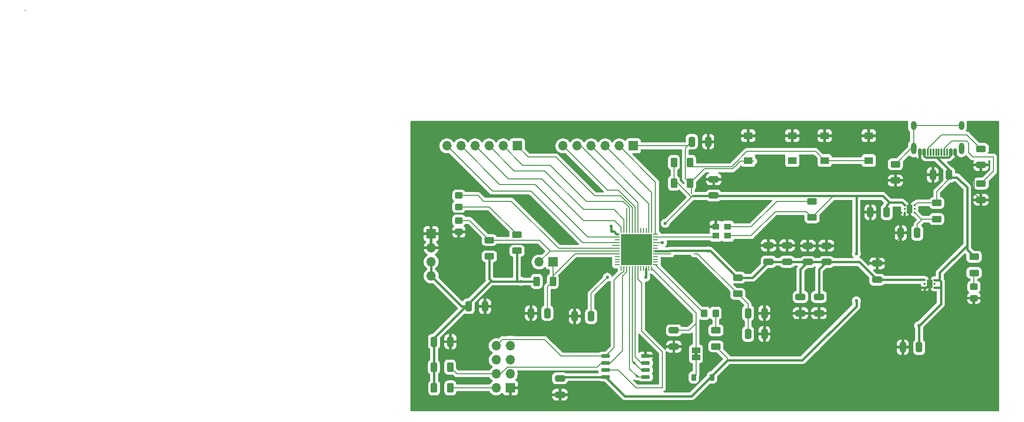
<source format=gbr>
%TF.GenerationSoftware,KiCad,Pcbnew,9.0.7-9.0.7~ubuntu24.04.1*%
%TF.CreationDate,2026-01-18T13:49:48+05:30*%
%TF.ProjectId,fpga_dev_board,66706761-5f64-4657-965f-626f6172642e,rev?*%
%TF.SameCoordinates,Original*%
%TF.FileFunction,Copper,L1,Top*%
%TF.FilePolarity,Positive*%
%FSLAX46Y46*%
G04 Gerber Fmt 4.6, Leading zero omitted, Abs format (unit mm)*
G04 Created by KiCad (PCBNEW 9.0.7-9.0.7~ubuntu24.04.1) date 2026-01-18 13:49:48*
%MOMM*%
%LPD*%
G01*
G04 APERTURE LIST*
G04 Aperture macros list*
%AMRoundRect*
0 Rectangle with rounded corners*
0 $1 Rounding radius*
0 $2 $3 $4 $5 $6 $7 $8 $9 X,Y pos of 4 corners*
0 Add a 4 corners polygon primitive as box body*
4,1,4,$2,$3,$4,$5,$6,$7,$8,$9,$2,$3,0*
0 Add four circle primitives for the rounded corners*
1,1,$1+$1,$2,$3*
1,1,$1+$1,$4,$5*
1,1,$1+$1,$6,$7*
1,1,$1+$1,$8,$9*
0 Add four rect primitives between the rounded corners*
20,1,$1+$1,$2,$3,$4,$5,0*
20,1,$1+$1,$4,$5,$6,$7,0*
20,1,$1+$1,$6,$7,$8,$9,0*
20,1,$1+$1,$8,$9,$2,$3,0*%
G04 Aperture macros list end*
%TA.AperFunction,EtchedComponent*%
%ADD10C,0.000000*%
%TD*%
%TA.AperFunction,SMDPad,CuDef*%
%ADD11RoundRect,0.250000X0.625000X-0.312500X0.625000X0.312500X-0.625000X0.312500X-0.625000X-0.312500X0*%
%TD*%
%TA.AperFunction,SMDPad,CuDef*%
%ADD12RoundRect,0.250000X-0.650000X0.325000X-0.650000X-0.325000X0.650000X-0.325000X0.650000X0.325000X0*%
%TD*%
%TA.AperFunction,SMDPad,CuDef*%
%ADD13RoundRect,0.250000X-0.312500X-0.625000X0.312500X-0.625000X0.312500X0.625000X-0.312500X0.625000X0*%
%TD*%
%TA.AperFunction,SMDPad,CuDef*%
%ADD14RoundRect,0.250000X0.650000X-0.325000X0.650000X0.325000X-0.650000X0.325000X-0.650000X-0.325000X0*%
%TD*%
%TA.AperFunction,SMDPad,CuDef*%
%ADD15RoundRect,0.250000X-0.625000X0.312500X-0.625000X-0.312500X0.625000X-0.312500X0.625000X0.312500X0*%
%TD*%
%TA.AperFunction,SMDPad,CuDef*%
%ADD16RoundRect,0.250000X0.450000X-0.325000X0.450000X0.325000X-0.450000X0.325000X-0.450000X-0.325000X0*%
%TD*%
%TA.AperFunction,SMDPad,CuDef*%
%ADD17RoundRect,0.250000X-0.325000X-0.650000X0.325000X-0.650000X0.325000X0.650000X-0.325000X0.650000X0*%
%TD*%
%TA.AperFunction,SMDPad,CuDef*%
%ADD18RoundRect,0.250000X0.325000X0.650000X-0.325000X0.650000X-0.325000X-0.650000X0.325000X-0.650000X0*%
%TD*%
%TA.AperFunction,SMDPad,CuDef*%
%ADD19RoundRect,0.250000X0.312500X0.625000X-0.312500X0.625000X-0.312500X-0.625000X0.312500X-0.625000X0*%
%TD*%
%TA.AperFunction,SMDPad,CuDef*%
%ADD20RoundRect,0.250000X-0.325000X-0.450000X0.325000X-0.450000X0.325000X0.450000X-0.325000X0.450000X0*%
%TD*%
%TA.AperFunction,SMDPad,CuDef*%
%ADD21RoundRect,0.093750X-0.093750X-0.106250X0.093750X-0.106250X0.093750X0.106250X-0.093750X0.106250X0*%
%TD*%
%TA.AperFunction,HeatsinkPad*%
%ADD22R,1.000000X1.600000*%
%TD*%
%TA.AperFunction,SMDPad,CuDef*%
%ADD23RoundRect,0.150000X0.650000X0.150000X-0.650000X0.150000X-0.650000X-0.150000X0.650000X-0.150000X0*%
%TD*%
%TA.AperFunction,ComponentPad*%
%ADD24R,1.700000X1.700000*%
%TD*%
%TA.AperFunction,ComponentPad*%
%ADD25O,1.700000X1.700000*%
%TD*%
%TA.AperFunction,SMDPad,CuDef*%
%ADD26RoundRect,0.225000X-0.225000X-0.375000X0.225000X-0.375000X0.225000X0.375000X-0.225000X0.375000X0*%
%TD*%
%TA.AperFunction,SMDPad,CuDef*%
%ADD27RoundRect,0.250000X-0.450000X0.325000X-0.450000X-0.325000X0.450000X-0.325000X0.450000X0.325000X0*%
%TD*%
%TA.AperFunction,SMDPad,CuDef*%
%ADD28R,1.500000X1.000000*%
%TD*%
%TA.AperFunction,SMDPad,CuDef*%
%ADD29R,1.550000X1.300000*%
%TD*%
%TA.AperFunction,SMDPad,CuDef*%
%ADD30R,1.300000X1.100000*%
%TD*%
%TA.AperFunction,SMDPad,CuDef*%
%ADD31RoundRect,0.150000X0.150000X0.500000X-0.150000X0.500000X-0.150000X-0.500000X0.150000X-0.500000X0*%
%TD*%
%TA.AperFunction,SMDPad,CuDef*%
%ADD32RoundRect,0.075000X0.075000X0.575000X-0.075000X0.575000X-0.075000X-0.575000X0.075000X-0.575000X0*%
%TD*%
%TA.AperFunction,ComponentPad*%
%ADD33O,1.000000X2.100000*%
%TD*%
%TA.AperFunction,ComponentPad*%
%ADD34O,1.000000X1.600000*%
%TD*%
%TA.AperFunction,SMDPad,CuDef*%
%ADD35RoundRect,0.062500X-0.375000X-0.062500X0.375000X-0.062500X0.375000X0.062500X-0.375000X0.062500X0*%
%TD*%
%TA.AperFunction,SMDPad,CuDef*%
%ADD36RoundRect,0.062500X-0.062500X-0.375000X0.062500X-0.375000X0.062500X0.375000X-0.062500X0.375000X0*%
%TD*%
%TA.AperFunction,HeatsinkPad*%
%ADD37R,5.600000X5.600000*%
%TD*%
%TA.AperFunction,ViaPad*%
%ADD38C,0.500000*%
%TD*%
%TA.AperFunction,ViaPad*%
%ADD39C,0.300000*%
%TD*%
%TA.AperFunction,ViaPad*%
%ADD40C,0.600000*%
%TD*%
%TA.AperFunction,Conductor*%
%ADD41C,0.200000*%
%TD*%
%TA.AperFunction,Conductor*%
%ADD42C,0.400000*%
%TD*%
G04 APERTURE END LIST*
D10*
%TA.AperFunction,EtchedComponent*%
%TO.C,JP4*%
G36*
X171100000Y-133850000D02*
G01*
X170500000Y-133850000D01*
X170500000Y-133350000D01*
X171100000Y-133350000D01*
X171100000Y-133850000D01*
G37*
%TD.AperFunction*%
%TD*%
D11*
%TO.P,R4,2*%
%TO.N,Net-(J1-CC2)*%
X222250000Y-96537500D03*
%TO.P,R4,1*%
%TO.N,GND*%
X222250000Y-99462500D03*
%TD*%
D12*
%TO.P,@P_C16,1*%
%TO.N,+1V2*%
X189650000Y-123300000D03*
%TO.P,@P_C16,2*%
%TO.N,GND*%
X189650000Y-126250000D03*
%TD*%
D13*
%TO.P,R9,1*%
%TO.N,+3V3*%
X142037500Y-120500000D03*
%TO.P,R9,2*%
%TO.N,/~{BTN}*%
X144962500Y-120500000D03*
%TD*%
D14*
%TO.P,P2_C5,1*%
%TO.N,+1V2*%
X203500000Y-120200000D03*
%TO.P,P2_C5,2*%
%TO.N,GND*%
X203500000Y-117250000D03*
%TD*%
D15*
%TO.P,L_R11,1*%
%TO.N,Net-(D1-A)*%
X174400000Y-129337500D03*
%TO.P,L_R11,2*%
%TO.N,+3V3*%
X174400000Y-132262500D03*
%TD*%
D14*
%TO.P,@P_C17,1*%
%TO.N,+1V2*%
X183900000Y-116950000D03*
%TO.P,@P_C17,2*%
%TO.N,GND*%
X183900000Y-114000000D03*
%TD*%
D16*
%TO.P,D5,1,K*%
%TO.N,GND*%
X220975000Y-123525000D03*
%TO.P,D5,2,A*%
%TO.N,Net-(D5-A)*%
X220975000Y-121475000D03*
%TD*%
D17*
%TO.P,@P_C19,1*%
%TO.N,Net-(U1D-VCCPLL)*%
X180200000Y-126250000D03*
%TO.P,@P_C19,2*%
%TO.N,GND*%
X183150000Y-126250000D03*
%TD*%
%TO.P,B_C20,1*%
%TO.N,/IOB_0a*%
X170050000Y-95250000D03*
%TO.P,B_C20,2*%
%TO.N,GND*%
X173000000Y-95250000D03*
%TD*%
D15*
%TO.P,L_R12,1*%
%TO.N,Net-(D2-A)*%
X138500000Y-112037500D03*
%TO.P,L_R12,2*%
%TO.N,+3V3*%
X138500000Y-114962500D03*
%TD*%
D18*
%TO.P,P1_C1,1*%
%TO.N,Net-(U2-EN)*%
X210725000Y-111750000D03*
%TO.P,P1_C1,2*%
%TO.N,GND*%
X207775000Y-111750000D03*
%TD*%
D15*
%TO.P,R2,1*%
%TO.N,Net-(J1-SHIELD)*%
X206800000Y-99337500D03*
%TO.P,R2,2*%
%TO.N,GND*%
X206800000Y-102262500D03*
%TD*%
D19*
%TO.P,B_R10,1*%
%TO.N,/IOB_0a*%
X169750000Y-102750000D03*
%TO.P,B_R10,2*%
%TO.N,+3V3*%
X166825000Y-102750000D03*
%TD*%
D14*
%TO.P,@P_C14,1*%
%TO.N,+1V2*%
X194350000Y-117000000D03*
%TO.P,@P_C14,2*%
%TO.N,GND*%
X194350000Y-114050000D03*
%TD*%
D20*
%TO.P,D1,1,K*%
%TO.N,/IOT_36b-~{LEDR}*%
X172300000Y-126250000D03*
%TO.P,D1,2,A*%
%TO.N,Net-(D1-A)*%
X174350000Y-126250000D03*
%TD*%
D14*
%TO.P,@P_C13,1*%
%TO.N,+1V2*%
X191000000Y-117000000D03*
%TO.P,@P_C13,2*%
%TO.N,GND*%
X191000000Y-114050000D03*
%TD*%
%TO.P,@G2_C12,1*%
%TO.N,+3V3*%
X174000000Y-104975000D03*
%TO.P,@G2_C12,2*%
%TO.N,GND*%
X174000000Y-102025000D03*
%TD*%
D19*
%TO.P,B_R6,1*%
%TO.N,/~{BTN}*%
X169750000Y-99000000D03*
%TO.P,B_R6,2*%
%TO.N,+3V3*%
X166825000Y-99000000D03*
%TD*%
D21*
%TO.P,U2,1,OUT*%
%TO.N,+3V3*%
X208475000Y-106750000D03*
%TO.P,U2,2,NC*%
%TO.N,unconnected-(U2-NC-Pad2)*%
X208475000Y-107400000D03*
%TO.P,U2,3,GND*%
%TO.N,GND*%
X208475000Y-108050000D03*
%TO.P,U2,4,EN*%
%TO.N,Net-(U2-EN)*%
X210250000Y-108050000D03*
%TO.P,U2,5,NC*%
%TO.N,unconnected-(U2-NC-Pad5)*%
X210250000Y-107400000D03*
%TO.P,U2,6,IN*%
%TO.N,VIN*%
X210250000Y-106750000D03*
D22*
%TO.P,U2,7,GND*%
%TO.N,GND*%
X209362500Y-107400000D03*
%TD*%
D13*
%TO.P,R6,1*%
%TO.N,+3V3*%
X123537500Y-139750000D03*
%TO.P,R6,2*%
%TO.N,/SPI_~{CS}*%
X126462500Y-139750000D03*
%TD*%
D23*
%TO.P,U4,1,~{CS}*%
%TO.N,/SPI_~{CS}*%
X161700000Y-137790000D03*
%TO.P,U4,2,DO(IO1)*%
%TO.N,/SPI_MISO-IO1*%
X161700000Y-136520000D03*
%TO.P,U4,3,IO2*%
%TO.N,/SPI_~{WP}-IO2*%
X161700000Y-135250000D03*
%TO.P,U4,4,GND*%
%TO.N,GND*%
X161700000Y-133980000D03*
%TO.P,U4,5,DI(IO0)*%
%TO.N,/SPI_MOSI-IO0*%
X154500000Y-133980000D03*
%TO.P,U4,6,CLK*%
%TO.N,/SPI_SCK*%
X154500000Y-135250000D03*
%TO.P,U4,7,IO3*%
%TO.N,/SPI_~{HLD}-IO3*%
X154500000Y-136520000D03*
%TO.P,U4,8,VCC*%
%TO.N,+3V3*%
X154500000Y-137790000D03*
%TD*%
D11*
%TO.P,@P_R14,1*%
%TO.N,Net-(U1D-VCCPLL)*%
X178350000Y-122750000D03*
%TO.P,@P_R14,2*%
%TO.N,+1V2*%
X178350000Y-119825000D03*
%TD*%
D18*
%TO.P,P1_C2,1*%
%TO.N,VIN*%
X216500000Y-101250000D03*
%TO.P,P1_C2,2*%
%TO.N,GND*%
X213550000Y-101250000D03*
%TD*%
D11*
%TO.P,L_R1,1*%
%TO.N,Net-(D5-A)*%
X221000000Y-118962500D03*
%TO.P,L_R1,2*%
%TO.N,VIN*%
X221000000Y-116037500D03*
%TD*%
D12*
%TO.P,C_C10,1*%
%TO.N,+3V3*%
X146250000Y-138025000D03*
%TO.P,C_C10,2*%
%TO.N,GND*%
X146250000Y-140975000D03*
%TD*%
D18*
%TO.P,B_C21,1*%
%TO.N,/~{BTN}*%
X143975000Y-126250000D03*
%TO.P,B_C21,2*%
%TO.N,GND*%
X141025000Y-126250000D03*
%TD*%
D11*
%TO.P,R5,1*%
%TO.N,GND*%
X222250000Y-105750000D03*
%TO.P,R5,2*%
%TO.N,Net-(J1-CC1)*%
X222250000Y-102825000D03*
%TD*%
D14*
%TO.P,@P_C18,1*%
%TO.N,+1V2*%
X187250000Y-116950000D03*
%TO.P,@P_C18,2*%
%TO.N,GND*%
X187250000Y-114000000D03*
%TD*%
D13*
%TO.P,R3,1*%
%TO.N,+3V3*%
X123500000Y-136000000D03*
%TO.P,R3,2*%
%TO.N,/SPI_SCK*%
X126425000Y-136000000D03*
%TD*%
D12*
%TO.P,@P_C15,1*%
%TO.N,+1V2*%
X193000000Y-123300000D03*
%TO.P,@P_C15,2*%
%TO.N,GND*%
X193000000Y-126250000D03*
%TD*%
D15*
%TO.P,P1_R7,1*%
%TO.N,VIN*%
X214250000Y-106325000D03*
%TO.P,P1_R7,2*%
%TO.N,Net-(U2-EN)*%
X214250000Y-109250000D03*
%TD*%
D17*
%TO.P,C7,1*%
%TO.N,+3V3*%
X123525000Y-131400000D03*
%TO.P,C7,2*%
%TO.N,GND*%
X126475000Y-131400000D03*
%TD*%
D24*
%TO.P,J4,1,Pin_1*%
%TO.N,/IOB_0a*%
X159500000Y-96000000D03*
D25*
%TO.P,J4,2,Pin_2*%
%TO.N,/IOT_48b*%
X156960000Y-96000000D03*
%TO.P,J4,3,Pin_3*%
%TO.N,/IOT_45b*%
X154420000Y-96000000D03*
%TO.P,J4,4,Pin_4*%
%TO.N,/IOT_50b*%
X151880000Y-96000000D03*
%TO.P,J4,5,Pin_5*%
%TO.N,/IOT_51a*%
X149340000Y-96000000D03*
%TO.P,J4,6,Pin_6*%
%TO.N,/IOT_49a*%
X146800000Y-96000000D03*
%TD*%
D26*
%TO.P,D4,1,K*%
%TO.N,Net-(D4-K)*%
X170400000Y-137850000D03*
%TO.P,D4,2,A*%
%TO.N,+3V3*%
X173700000Y-137850000D03*
%TD*%
D27*
%TO.P,D2,1,K*%
%TO.N,/IOB_13b-~{LEDG}*%
X128000000Y-104975000D03*
%TO.P,D2,2,A*%
%TO.N,Net-(D2-A)*%
X128000000Y-107025000D03*
%TD*%
D18*
%TO.P,P2_C4,1*%
%TO.N,VIN*%
X211075000Y-132400000D03*
%TO.P,P2_C4,2*%
%TO.N,GND*%
X208125000Y-132400000D03*
%TD*%
D28*
%TO.P,JP4,1*%
%TO.N,Net-(D4-K)*%
X170800000Y-134250000D03*
%TO.P,JP4,2*%
%TO.N,Net-(U1D-VPP_2V5)*%
X170800000Y-132950000D03*
%TD*%
D17*
%TO.P,C11,1*%
%TO.N,+3V3*%
X129775000Y-125000000D03*
%TO.P,C11,2*%
%TO.N,GND*%
X132725000Y-125000000D03*
%TD*%
%TO.P,@P_C9,1*%
%TO.N,Net-(U1D-VCCPLL)*%
X180200000Y-130000000D03*
%TO.P,@P_C9,2*%
%TO.N,GND*%
X183150000Y-130000000D03*
%TD*%
D24*
%TO.P,J6,1,Pin_1*%
%TO.N,/~{BTN}*%
X145040000Y-117000000D03*
D25*
%TO.P,J6,2,Pin_2*%
%TO.N,/CDONE*%
X142500000Y-117000000D03*
%TD*%
D29*
%TO.P,SW2,1*%
%TO.N,GND*%
X194025000Y-94150000D03*
X201975000Y-94150000D03*
%TO.P,SW2,2*%
%TO.N,/~{BTN}*%
X194025000Y-98650000D03*
X201975000Y-98650000D03*
%TD*%
D30*
%TO.P,X1,1,EN*%
%TO.N,Net-(X1-EN)*%
X176500000Y-110600000D03*
%TO.P,X1,2,GND*%
%TO.N,GND*%
X174400000Y-110600000D03*
%TO.P,X1,3,OUT*%
%TO.N,/CLK*%
X174400000Y-112250000D03*
%TO.P,X1,4,Vdd*%
%TO.N,+3V3*%
X176500000Y-112250000D03*
%TD*%
D24*
%TO.P,J3,1,Pin_1*%
%TO.N,GND*%
X137290000Y-139750000D03*
D25*
%TO.P,J3,2,Pin_2*%
%TO.N,/SPI_~{CS}*%
X134750000Y-139750000D03*
%TO.P,J3,3,Pin_3*%
%TO.N,/SPI_~{WP}-IO2*%
X137290000Y-137210000D03*
%TO.P,J3,4,Pin_4*%
%TO.N,/SPI_SCK*%
X134750000Y-137210000D03*
%TO.P,J3,5,Pin_5*%
%TO.N,/SPI_~{HLD}-IO3*%
X137290000Y-134670000D03*
%TO.P,J3,6,Pin_6*%
%TO.N,/SPI_MISO-IO1*%
X134750000Y-134670000D03*
%TO.P,J3,7,Pin_7*%
%TO.N,VIN*%
X137290000Y-132130000D03*
%TO.P,J3,8,Pin_8*%
%TO.N,/SPI_MOSI-IO0*%
X134750000Y-132130000D03*
%TD*%
D24*
%TO.P,J5,1,Pin_1*%
%TO.N,GND*%
X123000000Y-111880000D03*
D25*
%TO.P,J5,2,Pin_2*%
X123000000Y-114420000D03*
%TO.P,J5,3,Pin_3*%
%TO.N,+3V3*%
X123000000Y-116960000D03*
%TO.P,J5,4,Pin_4*%
X123000000Y-119500000D03*
%TD*%
D12*
%TO.P,C8,1*%
%TO.N,Net-(U1D-VPP_2V5)*%
X166800000Y-129350000D03*
%TO.P,C8,2*%
%TO.N,GND*%
X166800000Y-132300000D03*
%TD*%
D21*
%TO.P,U3,1,OUT*%
%TO.N,+1V2*%
X212100000Y-120300000D03*
%TO.P,U3,2,NC*%
%TO.N,unconnected-(U3-NC-Pad2)*%
X212100000Y-120950000D03*
%TO.P,U3,3,GND*%
%TO.N,GND*%
X212100000Y-121600000D03*
%TO.P,U3,4,EN*%
%TO.N,VIN*%
X213875000Y-121600000D03*
%TO.P,U3,5,NC*%
%TO.N,unconnected-(U3-NC-Pad5)*%
X213875000Y-120950000D03*
%TO.P,U3,6,IN*%
%TO.N,VIN*%
X213875000Y-120300000D03*
D22*
%TO.P,U3,7,GND*%
%TO.N,GND*%
X212987500Y-120950000D03*
%TD*%
D29*
%TO.P,SW1,1*%
%TO.N,GND*%
X180225000Y-94150000D03*
X188175000Y-94150000D03*
%TO.P,SW1,2*%
%TO.N,/IOB_0a*%
X180225000Y-98650000D03*
X188175000Y-98650000D03*
%TD*%
D16*
%TO.P,D3,1,K*%
%TO.N,GND*%
X128000000Y-111525000D03*
%TO.P,D3,2,A*%
%TO.N,/CDONE*%
X128000000Y-109475000D03*
%TD*%
D31*
%TO.P,J1,A1,GND*%
%TO.N,GND*%
X217590000Y-97140000D03*
%TO.P,J1,A4,VBUS*%
%TO.N,VIN*%
X216790000Y-97140000D03*
D32*
%TO.P,J1,A5,CC1*%
%TO.N,Net-(J1-CC1)*%
X215640000Y-97140000D03*
%TO.P,J1,A6,D+*%
%TO.N,unconnected-(J1-D+-PadA6)*%
X214640000Y-97140000D03*
%TO.P,J1,A7,D-*%
%TO.N,unconnected-(J1-D--PadA7)*%
X214140000Y-97140000D03*
%TO.P,J1,A8,SBU1*%
%TO.N,unconnected-(J1-SBU1-PadA8)*%
X213140000Y-97140000D03*
D31*
%TO.P,J1,A9,VBUS*%
%TO.N,VIN*%
X211990000Y-97140000D03*
%TO.P,J1,A12,GND*%
%TO.N,GND*%
X211190000Y-97140000D03*
%TO.P,J1,B1,GND*%
X211190000Y-97140000D03*
%TO.P,J1,B4,VBUS*%
%TO.N,VIN*%
X211990000Y-97140000D03*
D32*
%TO.P,J1,B5,CC2*%
%TO.N,Net-(J1-CC2)*%
X212640000Y-97140000D03*
%TO.P,J1,B6,D+*%
%TO.N,unconnected-(J1-D+-PadB6)*%
X213640000Y-97140000D03*
%TO.P,J1,B7,D-*%
%TO.N,unconnected-(J1-D--PadB7)*%
X215140000Y-97140000D03*
%TO.P,J1,B8,SBU2*%
%TO.N,unconnected-(J1-SBU2-PadB8)*%
X216140000Y-97140000D03*
D31*
%TO.P,J1,B9,VBUS*%
%TO.N,VIN*%
X216790000Y-97140000D03*
%TO.P,J1,B12,GND*%
%TO.N,GND*%
X217590000Y-97140000D03*
D33*
%TO.P,J1,S1,SHIELD*%
%TO.N,Net-(J1-SHIELD)*%
X218710000Y-96500000D03*
D34*
X218710000Y-92320000D03*
D33*
X210070000Y-96500000D03*
D34*
X210070000Y-92320000D03*
%TD*%
D11*
%TO.P,C_R8,1*%
%TO.N,+3V3*%
X191750000Y-108925000D03*
%TO.P,C_R8,2*%
%TO.N,Net-(X1-EN)*%
X191750000Y-106000000D03*
%TD*%
D35*
%TO.P,U1,1,VCCIO_2*%
%TO.N,+3V3*%
X156625000Y-112000000D03*
%TO.P,U1,2,IOB_6a*%
%TO.N,/IOB_6a*%
X156625000Y-112500000D03*
%TO.P,U1,3,IOB_9b*%
%TO.N,/IOB_9a*%
X156625000Y-113000000D03*
%TO.P,U1,4,IOB_8a*%
%TO.N,/IOB_8a*%
X156625000Y-113500000D03*
%TO.P,U1,5,VCC*%
%TO.N,+1V2*%
X156625000Y-114000000D03*
%TO.P,U1,6,IOB_13b*%
%TO.N,/IOB_13b-~{LEDG}*%
X156625000Y-114500000D03*
%TO.P,U1,7,CDONE*%
%TO.N,/CDONE*%
X156625000Y-115000000D03*
%TO.P,U1,8,~{CRESET}*%
%TO.N,/~{BTN}*%
X156625000Y-115500000D03*
%TO.P,U1,9,IOB_16a*%
%TO.N,/10B_16a*%
X156625000Y-116000000D03*
%TO.P,U1,10,IOB_18a*%
%TO.N,/10B_18a*%
X156625000Y-116500000D03*
%TO.P,U1,11,IOB_20a*%
%TO.N,/10B_20a*%
X156625000Y-117000000D03*
%TO.P,U1,12,IOB_22a*%
%TO.N,/10B_22a*%
X156625000Y-117500000D03*
D36*
%TO.P,U1,13,IOB_24a*%
%TO.N,/10B_24a*%
X157312500Y-118187500D03*
%TO.P,U1,14,IOB_32a_SPI_SO*%
%TO.N,/SPI_MOSI-IO0*%
X157812500Y-118187500D03*
%TO.P,U1,15,IOB_34a_SPI_SCK*%
%TO.N,/SPI_SCK*%
X158312500Y-118187500D03*
%TO.P,U1,16,IOB_35b_SPI_SS*%
%TO.N,/SPI_~{CS}*%
X158812500Y-118187500D03*
%TO.P,U1,17,IOB_33b_SPI_SI*%
%TO.N,/SPI_MISO-IO1*%
X159312500Y-118187500D03*
%TO.P,U1,18,IOB_31b*%
%TO.N,/SPI_~{WP}-IO2*%
X159812500Y-118187500D03*
%TO.P,U1,19,IOB_29b*%
%TO.N,/SPI_~{HLD}-IO3*%
X160312500Y-118187500D03*
%TO.P,U1,20,IOB_25b_G3*%
%TO.N,/10B_25b_G3*%
X160812500Y-118187500D03*
%TO.P,U1,21,IOB_23b*%
%TO.N,/10B_23a*%
X161312500Y-118187500D03*
%TO.P,U1,22,SPI_VCCIO1*%
%TO.N,+3V3*%
X161812500Y-118187500D03*
%TO.P,U1,23,IOT_37a*%
%TO.N,/IOT_37a*%
X162312500Y-118187500D03*
%TO.P,U1,24,VPP_2V5*%
%TO.N,Net-(U1D-VPP_2V5)*%
X162812500Y-118187500D03*
D35*
%TO.P,U1,25,IOT_36b*%
%TO.N,/IOT_36b-~{LEDR}*%
X163500000Y-117500000D03*
%TO.P,U1,26,IOT_39a*%
%TO.N,/IOT_39a*%
X163500000Y-117000000D03*
%TO.P,U1,27,IOT_38b*%
%TO.N,/IOT_38b*%
X163500000Y-116500000D03*
%TO.P,U1,28,IOT_41a*%
%TO.N,/IOT_41a*%
X163500000Y-116000000D03*
%TO.P,U1,29,VCCPLL*%
%TO.N,Net-(U1D-VCCPLL)*%
X163500000Y-115500000D03*
%TO.P,U1,30,VCC*%
%TO.N,+1V2*%
X163500000Y-115000000D03*
%TO.P,U1,31,IOT_42b*%
%TO.N,/IOT_42b*%
X163500000Y-114500000D03*
%TO.P,U1,32,IOT_43a*%
%TO.N,/IOT_43a*%
X163500000Y-114000000D03*
%TO.P,U1,33,VCCIO_0*%
%TO.N,+3V3*%
X163500000Y-113500000D03*
%TO.P,U1,34,IOT_44b*%
%TO.N,/IOT_44b*%
X163500000Y-113000000D03*
%TO.P,U1,35,IOT_46b_G0*%
%TO.N,/CLK*%
X163500000Y-112500000D03*
%TO.P,U1,36,IOT_48b*%
%TO.N,/IOT_48b*%
X163500000Y-112000000D03*
D36*
%TO.P,U1,37,IOT_45a_G1*%
%TO.N,/IOT_45b*%
X162812500Y-111312500D03*
%TO.P,U1,38,IOT_50b*%
%TO.N,/IOT_50b*%
X162312500Y-111312500D03*
%TO.P,U1,39,RGB0*%
%TO.N,unconnected-(U1A-RGB0-Pad39)*%
X161812500Y-111312500D03*
%TO.P,U1,40,RGB1*%
%TO.N,unconnected-(U1A-RGB1-Pad40)*%
X161312500Y-111312500D03*
%TO.P,U1,41,RGB2*%
%TO.N,unconnected-(U1A-RGB2-Pad41)*%
X160812500Y-111312500D03*
%TO.P,U1,42,IOT_51a*%
%TO.N,/IOT_51a*%
X160312500Y-111312500D03*
%TO.P,U1,43,IOT_49a*%
%TO.N,/IOT_49a*%
X159812500Y-111312500D03*
%TO.P,U1,44,IOB_3b_G6*%
%TO.N,/IOB_3a_G6*%
X159312500Y-111312500D03*
%TO.P,U1,45,IOB_5b*%
%TO.N,/IOB_5a*%
X158812500Y-111312500D03*
%TO.P,U1,46,IOB_0a*%
%TO.N,/IOB_0a*%
X158312500Y-111312500D03*
%TO.P,U1,47,IOB_2a*%
%TO.N,/IOB_2a*%
X157812500Y-111312500D03*
%TO.P,U1,48,IOB_4a*%
%TO.N,/IOB_4a*%
X157312500Y-111312500D03*
D37*
%TO.P,U1,49,GND*%
%TO.N,GND*%
X160062500Y-114750000D03*
%TD*%
D24*
%TO.P,J2,1,Pin_1*%
%TO.N,/IOB_3a_G6*%
X138540000Y-96000000D03*
D25*
%TO.P,J2,2,Pin_2*%
%TO.N,/IOB_5a*%
X136000000Y-96000000D03*
%TO.P,J2,3,Pin_3*%
%TO.N,/IOB_2a*%
X133460000Y-96000000D03*
%TO.P,J2,4,Pin_4*%
%TO.N,/IOB_4a*%
X130920000Y-96000000D03*
%TO.P,J2,5,Pin_5*%
%TO.N,/IOB_6a*%
X128380000Y-96000000D03*
%TO.P,J2,6,Pin_6*%
%TO.N,/IOB_8a*%
X125840000Y-96000000D03*
%TD*%
D15*
%TO.P,L_R13,1*%
%TO.N,/CDONE*%
X133500000Y-113037500D03*
%TO.P,L_R13,2*%
%TO.N,+3V3*%
X133500000Y-115962500D03*
%TD*%
D18*
%TO.P,@G1_C6,1*%
%TO.N,+3V3*%
X151875000Y-126800000D03*
%TO.P,@G1_C6,2*%
%TO.N,GND*%
X148925000Y-126800000D03*
%TD*%
%TO.P,P1_C3,1*%
%TO.N,+3V3*%
X205225000Y-108000000D03*
%TO.P,P1_C3,2*%
%TO.N,GND*%
X202275000Y-108000000D03*
%TD*%
D38*
%TO.N,/SPI_MISO-IO1*%
X159630002Y-135250000D03*
%TO.N,/SPI_~{CS}*%
X160125000Y-137625000D03*
%TO.N,GND*%
X219462500Y-99462500D03*
X210500000Y-99000000D03*
D39*
%TO.N,/IOB_0a*%
X169999352Y-104646708D03*
X158312500Y-107312500D03*
%TO.N,/~{BTN}*%
X155500000Y-115500000D03*
X177750000Y-99250000D03*
%TO.N,Net-(U1D-VCCPLL)*%
X166250000Y-115500000D03*
X170500000Y-115500000D03*
%TO.N,+1V2*%
X155750000Y-114000000D03*
D40*
X173000000Y-115000000D03*
%TO.N,GND*%
X166500000Y-134000000D03*
X221000000Y-126000000D03*
X174400000Y-108600000D03*
X183150000Y-128000000D03*
X146500000Y-127551000D03*
X125500000Y-111880000D03*
X201000000Y-108000000D03*
X191000000Y-94150000D03*
X160000000Y-115000000D03*
X209949943Y-121600000D03*
X176500000Y-94150000D03*
X221500000Y-101500000D03*
X141500000Y-141000000D03*
X205375000Y-114875000D03*
X210500000Y-102262500D03*
X163500000Y-134000000D03*
X206000000Y-132500000D03*
X137500000Y-125000000D03*
X178500000Y-102000000D03*
%TO.N,VIN*%
X211000000Y-128500000D03*
%TO.N,+3V3*%
X165250000Y-110000000D03*
X199750000Y-124000000D03*
X139250000Y-120500000D03*
X164750000Y-113500000D03*
X155500000Y-110500000D03*
X161750000Y-119750000D03*
X199750000Y-115500000D03*
D39*
X164750000Y-113500000D03*
D40*
X154800000Y-119750000D03*
%TD*%
D41*
%TO.N,/SPI_MISO-IO1*%
X159630002Y-135250000D02*
X159312500Y-134932499D01*
D42*
%TO.N,GND*%
X217590000Y-97140000D02*
X217590000Y-97590000D01*
X217590000Y-97590000D02*
X219462500Y-99462500D01*
X219462500Y-99462500D02*
X222250000Y-99462500D01*
X211190000Y-98310000D02*
X210500000Y-99000000D01*
X211190000Y-97140000D02*
X211190000Y-98310000D01*
D41*
%TO.N,/IOB_13b-~{LEDG}*%
X156625000Y-114500000D02*
X146000000Y-114500000D01*
X146000000Y-114500000D02*
X137500000Y-106000000D01*
X137500000Y-106000000D02*
X132500000Y-106000000D01*
X132500000Y-106000000D02*
X131475000Y-104975000D01*
X131475000Y-104975000D02*
X128000000Y-104975000D01*
%TO.N,/~{BTN}*%
X145040000Y-117000000D02*
X145040000Y-120422500D01*
X145040000Y-120422500D02*
X144962500Y-120500000D01*
%TO.N,/CDONE*%
X133500000Y-113037500D02*
X142537500Y-113037500D01*
X142537500Y-113037500D02*
X144500000Y-115000000D01*
X142500000Y-117000000D02*
X144500000Y-115000000D01*
X144500000Y-115000000D02*
X152250000Y-115000000D01*
D42*
%TO.N,GND*%
X123000000Y-111880000D02*
X125500000Y-111880000D01*
D41*
%TO.N,/CLK*%
X174400000Y-112250000D02*
X174150000Y-112500000D01*
X174150000Y-112500000D02*
X163500000Y-112500000D01*
%TO.N,/SPI_MOSI-IO0*%
X154500000Y-133980000D02*
X156000000Y-132480000D01*
X156000000Y-132480000D02*
X156000000Y-120250000D01*
X156000000Y-120250000D02*
X157324000Y-118926000D01*
X157324000Y-118926000D02*
X157574000Y-118926000D01*
X157574000Y-118926000D02*
X157812500Y-118687500D01*
X157812500Y-118687500D02*
X157812500Y-118187500D01*
%TO.N,*%
X49681000Y-71500000D02*
X49681000Y-71505000D01*
X49750000Y-71500000D02*
X49681000Y-71500000D01*
%TO.N,Net-(U2-EN)*%
X214250000Y-109250000D02*
X211450000Y-109250000D01*
X214250000Y-109250000D02*
X213225000Y-109250000D01*
X210725000Y-110175000D02*
X210725000Y-111750000D01*
X211450000Y-109450000D02*
X210725000Y-110175000D01*
X211450000Y-109250000D02*
X210250000Y-108050000D01*
X211450000Y-109250000D02*
X211450000Y-109450000D01*
%TO.N,/IOB_0a*%
X170050000Y-95250000D02*
X168886500Y-96413500D01*
X158312500Y-107312500D02*
X158312500Y-111312500D01*
X169999352Y-104646708D02*
X169999352Y-102999352D01*
X169999352Y-104646708D02*
X170000644Y-104648000D01*
X177866100Y-99701000D02*
X177936811Y-99701000D01*
X159500000Y-96000000D02*
X169300000Y-96000000D01*
X168886500Y-101886500D02*
X169750000Y-102750000D01*
X178201000Y-99366100D02*
X178817100Y-98750000D01*
X178201000Y-99436811D02*
X178201000Y-99366100D01*
X177936811Y-99701000D02*
X178201000Y-99436811D01*
X169999352Y-102999352D02*
X169750000Y-102750000D01*
X177416100Y-100151000D02*
X177866100Y-99701000D01*
X170000644Y-102499356D02*
X172349000Y-100151000D01*
X168886500Y-96413500D02*
X168886500Y-101886500D01*
X170000644Y-104648000D02*
X170000644Y-102499356D01*
X172349000Y-100151000D02*
X177416100Y-100151000D01*
X178817100Y-98750000D02*
X181250000Y-98750000D01*
X169300000Y-96000000D02*
X170050000Y-95250000D01*
%TO.N,/~{BTN}*%
X143975000Y-121487500D02*
X144962500Y-120500000D01*
X180000000Y-97000000D02*
X177750000Y-99250000D01*
X177250000Y-99750000D02*
X177750000Y-99250000D01*
X148962500Y-115500000D02*
X155500000Y-115500000D01*
X194125000Y-98750000D02*
X192375000Y-97000000D01*
X194025000Y-98650000D02*
X201975000Y-98650000D01*
X155500000Y-115500000D02*
X156625000Y-115500000D01*
X144962500Y-119500000D02*
X148962500Y-115500000D01*
X169750000Y-99750000D02*
X177250000Y-99750000D01*
X143975000Y-126250000D02*
X143975000Y-121487500D01*
X192375000Y-97000000D02*
X180000000Y-97000000D01*
X144962500Y-120500000D02*
X144962500Y-119500000D01*
%TO.N,Net-(D4-K)*%
X170800000Y-137450000D02*
X170400000Y-137850000D01*
X170800000Y-134250000D02*
X170800000Y-137450000D01*
%TO.N,Net-(J1-SHIELD)*%
X210070000Y-96500000D02*
X210070000Y-92320000D01*
X209637500Y-96500000D02*
X210070000Y-96500000D01*
X210070000Y-92320000D02*
X218710000Y-92320000D01*
X206800000Y-99337500D02*
X209637500Y-96500000D01*
%TO.N,Net-(J1-CC1)*%
X220000000Y-95500000D02*
X219649000Y-95149000D01*
X219649000Y-95149000D02*
X216947176Y-95149000D01*
X222250000Y-102825000D02*
X224500000Y-100575000D01*
X220000000Y-97250000D02*
X220000000Y-95500000D01*
X215640000Y-96456176D02*
X215640000Y-97140000D01*
X220750000Y-98000000D02*
X220000000Y-97250000D01*
X224500000Y-98000000D02*
X220750000Y-98000000D01*
X224500000Y-100575000D02*
X224500000Y-98000000D01*
X216947176Y-95149000D02*
X215640000Y-96456176D01*
%TO.N,Net-(U1D-VPP_2V5)*%
X166800000Y-129350000D02*
X169550000Y-129350000D01*
X170800000Y-126175000D02*
X162812500Y-118187500D01*
X170800000Y-128100000D02*
X170800000Y-126175000D01*
X170800000Y-132950000D02*
X170800000Y-128100000D01*
X169550000Y-129350000D02*
X170800000Y-128100000D01*
%TO.N,Net-(J1-CC2)*%
X219712500Y-94000000D02*
X215096176Y-94000000D01*
X222250000Y-96537500D02*
X219712500Y-94000000D01*
X212640000Y-96456176D02*
X212640000Y-97140000D01*
X215096176Y-94000000D02*
X212640000Y-96456176D01*
%TO.N,Net-(U1D-VCCPLL)*%
X180425000Y-129775000D02*
X180200000Y-130000000D01*
X180200000Y-124600000D02*
X178350000Y-122750000D01*
X166250000Y-115500000D02*
X163500000Y-115500000D01*
X171100000Y-115500000D02*
X170500000Y-115500000D01*
X178350000Y-122750000D02*
X171100000Y-115500000D01*
X180200000Y-126250000D02*
X180200000Y-124600000D01*
X180200000Y-130000000D02*
X180200000Y-126250000D01*
%TO.N,/IOT_45b*%
X162812500Y-104392500D02*
X162812500Y-111312500D01*
X154420000Y-96000000D02*
X162812500Y-104392500D01*
%TO.N,/IOT_48b*%
X156960000Y-96000000D02*
X163500000Y-102540000D01*
X163500000Y-102540000D02*
X163500000Y-112000000D01*
%TO.N,/IOT_49a*%
X146800000Y-96000000D02*
X154800000Y-104000000D01*
X154800000Y-104000000D02*
X156772011Y-104000000D01*
X156772011Y-104000000D02*
X159812500Y-107040489D01*
X159812500Y-107040489D02*
X159812500Y-111312500D01*
%TO.N,+1V2*%
X156625000Y-114000000D02*
X156500000Y-114000000D01*
D42*
X187250000Y-116950000D02*
X190950000Y-116950000D01*
X178350000Y-119825000D02*
X181025000Y-119825000D01*
D41*
X156500000Y-114000000D02*
X155750000Y-114000000D01*
D42*
X203500000Y-120200000D02*
X212000000Y-120200000D01*
X166051000Y-114949000D02*
X166000000Y-115000000D01*
X166000000Y-115000000D02*
X163500000Y-115000000D01*
D41*
X178350000Y-119825000D02*
X178350000Y-119962500D01*
X212000000Y-120200000D02*
X212100000Y-120300000D01*
D42*
X181025000Y-119825000D02*
X183900000Y-116950000D01*
D41*
X190950000Y-116950000D02*
X191000000Y-117000000D01*
X178650000Y-119825000D02*
X178350000Y-119825000D01*
D42*
X178350000Y-119962500D02*
X173336500Y-114949000D01*
X194350000Y-117000000D02*
X193000000Y-118350000D01*
X191000000Y-117000000D02*
X194350000Y-117000000D01*
X189650000Y-118350000D02*
X189650000Y-123300000D01*
X183900000Y-116950000D02*
X187250000Y-116950000D01*
D41*
X178825000Y-120000000D02*
X178650000Y-119825000D01*
D42*
X200300000Y-117000000D02*
X203500000Y-120200000D01*
X191000000Y-117000000D02*
X189650000Y-118350000D01*
X194350000Y-117000000D02*
X200300000Y-117000000D01*
X173336500Y-114949000D02*
X166051000Y-114949000D01*
X193000000Y-118350000D02*
X193000000Y-123300000D01*
D41*
%TO.N,/IOT_50b*%
X151880000Y-96000000D02*
X162312500Y-106432500D01*
X162312500Y-106432500D02*
X162312500Y-111312500D01*
%TO.N,/IOT_51a*%
X160312500Y-106312500D02*
X160312500Y-111312500D01*
X150000000Y-96000000D02*
X160312500Y-106312500D01*
X149340000Y-96000000D02*
X150000000Y-96000000D01*
%TO.N,/IOB_6a*%
X156625000Y-112500000D02*
X151300000Y-112500000D01*
X141800000Y-103000000D02*
X135380000Y-103000000D01*
X151300000Y-112500000D02*
X141800000Y-103000000D01*
X135380000Y-103000000D02*
X128380000Y-96000000D01*
%TO.N,/IOB_2a*%
X157812500Y-109312500D02*
X157812500Y-111312500D01*
X150500000Y-107500000D02*
X156000000Y-107500000D01*
X156000000Y-107500000D02*
X157812500Y-109312500D01*
X137960000Y-100500000D02*
X143500000Y-100500000D01*
X133460000Y-96000000D02*
X137960000Y-100500000D01*
X143500000Y-100500000D02*
X150500000Y-107500000D01*
%TO.N,/IOB_3a_G6*%
X157204911Y-105000000D02*
X159312500Y-107107589D01*
X138540000Y-96000000D02*
X140540000Y-98000000D01*
X152500000Y-105000000D02*
X157204911Y-105000000D01*
X159312500Y-107107589D02*
X159312500Y-111312500D01*
X145500000Y-98000000D02*
X152500000Y-105000000D01*
X140540000Y-98000000D02*
X145500000Y-98000000D01*
%TO.N,/IOB_4a*%
X143000000Y-102000000D02*
X150500000Y-109500000D01*
X156099000Y-109500000D02*
X157312500Y-110713500D01*
X157312500Y-110713500D02*
X157312500Y-111312500D01*
X150500000Y-109500000D02*
X156099000Y-109500000D01*
X130920000Y-96000000D02*
X136920000Y-102000000D01*
X136920000Y-102000000D02*
X143000000Y-102000000D01*
%TO.N,/IOB_5a*%
X144500000Y-99500000D02*
X151000000Y-106000000D01*
X136000000Y-96000000D02*
X139500000Y-99500000D01*
X158812500Y-107174689D02*
X158812500Y-111312500D01*
X151000000Y-106000000D02*
X157637811Y-106000000D01*
X139500000Y-99500000D02*
X144500000Y-99500000D01*
X157637811Y-106000000D02*
X158812500Y-107174689D01*
%TO.N,/IOB_8a*%
X156625000Y-113500000D02*
X150300000Y-113500000D01*
X134040000Y-104200000D02*
X125840000Y-96000000D01*
X150300000Y-113500000D02*
X141000000Y-104200000D01*
X141000000Y-104200000D02*
X134040000Y-104200000D01*
%TO.N,GND*%
X183150000Y-128000000D02*
X183150000Y-126250000D01*
X183150000Y-130000000D02*
X183150000Y-128000000D01*
X202800000Y-117450000D02*
X207775000Y-112475000D01*
D42*
X212352280Y-121600000D02*
X212987500Y-120964780D01*
X212100000Y-121600000D02*
X209949943Y-121600000D01*
X166800000Y-133700000D02*
X166500000Y-134000000D01*
X208125000Y-132400000D02*
X206100000Y-132400000D01*
D41*
X222250000Y-100750000D02*
X221500000Y-101500000D01*
D42*
X212987500Y-120964780D02*
X212987500Y-120950000D01*
X206100000Y-132400000D02*
X206000000Y-132500000D01*
D41*
X221500000Y-101500000D02*
X221074000Y-101926000D01*
X194300000Y-114000000D02*
X194350000Y-114050000D01*
D42*
X132725000Y-125150000D02*
X132725000Y-125000000D01*
D41*
X220975000Y-123525000D02*
X220975000Y-125975000D01*
X221074000Y-104574000D02*
X222250000Y-105750000D01*
X221074000Y-101926000D02*
X221074000Y-104574000D01*
X202275000Y-108000000D02*
X201000000Y-108000000D01*
X174400000Y-110600000D02*
X174400000Y-108600000D01*
D42*
X183150000Y-130000000D02*
X183150000Y-126250000D01*
X193000000Y-126250000D02*
X183150000Y-126250000D01*
D41*
X209949943Y-121600000D02*
X209924971Y-121575028D01*
D42*
X212100000Y-121600000D02*
X212352280Y-121600000D01*
X161700000Y-133980000D02*
X163480000Y-133980000D01*
D41*
X178475000Y-102025000D02*
X178500000Y-102000000D01*
D42*
X141525000Y-140975000D02*
X141500000Y-141000000D01*
X166800000Y-132300000D02*
X166800000Y-133700000D01*
D41*
X127645000Y-111880000D02*
X128000000Y-111525000D01*
X222250000Y-99462500D02*
X222250000Y-100750000D01*
D42*
X123000000Y-114420000D02*
X123000000Y-111880000D01*
D41*
X174000000Y-102025000D02*
X178475000Y-102025000D01*
X207775000Y-112475000D02*
X207775000Y-111750000D01*
D42*
X183900000Y-114000000D02*
X194300000Y-114000000D01*
D41*
%TO.N,/CDONE*%
X152250000Y-115000000D02*
X156625000Y-115000000D01*
X129937500Y-109475000D02*
X133500000Y-113037500D01*
X128000000Y-109475000D02*
X129937500Y-109475000D01*
%TO.N,/SPI_~{CS}*%
X160125000Y-137625000D02*
X158812500Y-136312500D01*
X126462500Y-139750000D02*
X134750000Y-139750000D01*
X161700000Y-137790000D02*
X160290000Y-137790000D01*
X160290000Y-137790000D02*
X160125000Y-137625000D01*
X158812500Y-136312500D02*
X158812500Y-118187500D01*
%TO.N,/SPI_SCK*%
X158312500Y-118754600D02*
X157500000Y-119567100D01*
X153700001Y-135250000D02*
X154500000Y-135250000D01*
X155299999Y-135250000D02*
X157500000Y-133049999D01*
X152950001Y-136000000D02*
X153700001Y-135250000D01*
X157500000Y-119567100D02*
X157500000Y-133049999D01*
X136750000Y-136000000D02*
X135540000Y-137210000D01*
X127635000Y-137210000D02*
X134750000Y-137210000D01*
X136750000Y-136000000D02*
X152950001Y-136000000D01*
X135540000Y-137210000D02*
X134750000Y-137210000D01*
X158312500Y-118187500D02*
X158312500Y-118754600D01*
X154500000Y-135250000D02*
X155299999Y-135250000D01*
X126425000Y-136000000D02*
X127635000Y-137210000D01*
D42*
%TO.N,VIN*%
X211000000Y-128500000D02*
X211075000Y-128575000D01*
X212291001Y-98091000D02*
X211990000Y-97789999D01*
X219750000Y-114787500D02*
X219750000Y-114000000D01*
X214800000Y-118950000D02*
X219750000Y-114000000D01*
D41*
X214250000Y-104225000D02*
X214250000Y-106325000D01*
D42*
X215000000Y-120500000D02*
X214800000Y-120300000D01*
D41*
X216790000Y-97140000D02*
X216790000Y-97673824D01*
X216790000Y-101685000D02*
X216737500Y-101737500D01*
D42*
X219750000Y-103500000D02*
X217935000Y-101685000D01*
D41*
X216737500Y-100578500D02*
X216737500Y-101737500D01*
D42*
X217935000Y-101685000D02*
X216790000Y-101685000D01*
D41*
X211990000Y-97789999D02*
X211990000Y-97140000D01*
D42*
X216790000Y-97673824D02*
X216372824Y-98091000D01*
D41*
X216737500Y-101737500D02*
X214250000Y-104225000D01*
D42*
X214250000Y-98091000D02*
X216737500Y-100578500D01*
X215000000Y-124600000D02*
X211100000Y-128500000D01*
X213875000Y-120300000D02*
X214350000Y-120300000D01*
X215000000Y-121600000D02*
X215000000Y-120500000D01*
X221000000Y-116037500D02*
X219750000Y-114787500D01*
X214800000Y-120300000D02*
X214800000Y-118950000D01*
D41*
X210675000Y-106325000D02*
X210250000Y-106750000D01*
D42*
X219750000Y-114000000D02*
X219750000Y-103500000D01*
X214350000Y-120300000D02*
X214800000Y-120300000D01*
D41*
X214250000Y-106325000D02*
X210675000Y-106325000D01*
D42*
X215000000Y-121600000D02*
X213875000Y-121600000D01*
X211075000Y-128575000D02*
X211075000Y-132400000D01*
X214250000Y-98091000D02*
X212291001Y-98091000D01*
X211100000Y-128500000D02*
X211000000Y-128500000D01*
X215000000Y-124600000D02*
X215000000Y-121600000D01*
X216372824Y-98091000D02*
X214250000Y-98091000D01*
%TO.N,+3V3*%
X156474000Y-111974000D02*
X156625000Y-111974000D01*
D41*
X169847708Y-105097708D02*
X169812541Y-105097708D01*
X199750000Y-105299000D02*
X200000000Y-105049000D01*
D42*
X154500000Y-137790000D02*
X146485000Y-137790000D01*
X138500000Y-120500000D02*
X134000000Y-120500000D01*
D41*
X155500000Y-110875000D02*
X155500000Y-110500000D01*
X170000000Y-105250000D02*
X165250000Y-110000000D01*
D42*
X123525000Y-139737500D02*
X123537500Y-139750000D01*
D41*
X166825000Y-102075000D02*
X166825000Y-99750000D01*
X151875000Y-122675000D02*
X154800000Y-119750000D01*
X170000000Y-105250000D02*
X169847708Y-105097708D01*
D42*
X176750000Y-134750000D02*
X190000000Y-134750000D01*
D41*
X170201000Y-105049000D02*
X170000000Y-105250000D01*
D42*
X204499000Y-105049000D02*
X200000000Y-105049000D01*
X205225000Y-108000000D02*
X205225000Y-106775000D01*
D41*
X173800000Y-137950000D02*
X173700000Y-137850000D01*
D42*
X123000000Y-116960000D02*
X123000000Y-119500000D01*
X154500000Y-137790000D02*
X157960000Y-141250000D01*
X205750000Y-106250000D02*
X207975000Y-106250000D01*
D41*
X176500000Y-134362500D02*
X176500000Y-134750000D01*
D42*
X128500000Y-125000000D02*
X129775000Y-125000000D01*
D41*
X174400000Y-132262500D02*
X176500000Y-134362500D01*
D42*
X205225000Y-106775000D02*
X205750000Y-106250000D01*
D41*
X134000000Y-120500000D02*
X133750000Y-120500000D01*
X185100000Y-107900000D02*
X180750000Y-112250000D01*
D42*
X199750000Y-115500000D02*
X199750000Y-105299000D01*
X200000000Y-105049000D02*
X195626000Y-105049000D01*
X156000000Y-111500000D02*
X156474000Y-111974000D01*
X138500000Y-114962500D02*
X138500000Y-120500000D01*
D41*
X180750000Y-112250000D02*
X176500000Y-112250000D01*
X129750000Y-125000000D02*
X129500000Y-124750000D01*
D42*
X123525000Y-131400000D02*
X123525000Y-139737500D01*
D41*
X176500000Y-134750000D02*
X176750000Y-134750000D01*
D42*
X199750000Y-125000000D02*
X199750000Y-124000000D01*
X123000000Y-119500000D02*
X128500000Y-125000000D01*
D41*
X163500000Y-113500000D02*
X164750000Y-113500000D01*
D42*
X207975000Y-106250000D02*
X208475000Y-106750000D01*
X161750000Y-119750000D02*
X161750000Y-118250000D01*
D41*
X123500000Y-136000000D02*
X123537500Y-136037500D01*
D42*
X125500000Y-128750000D02*
X129500000Y-124750000D01*
X123500000Y-130750000D02*
X125500000Y-128750000D01*
D41*
X190725000Y-107900000D02*
X191750000Y-108925000D01*
D42*
X138500000Y-120500000D02*
X142037500Y-120500000D01*
D41*
X151875000Y-126800000D02*
X151875000Y-122675000D01*
X169812541Y-105097708D02*
X169548352Y-104833519D01*
X169548352Y-104798352D02*
X166825000Y-102075000D01*
X129775000Y-125000000D02*
X129750000Y-125000000D01*
X146485000Y-137790000D02*
X146250000Y-138025000D01*
X195626000Y-105049000D02*
X191750000Y-108925000D01*
D42*
X190000000Y-134750000D02*
X199750000Y-125000000D01*
D41*
X185100000Y-107900000D02*
X190725000Y-107900000D01*
D42*
X170000000Y-141250000D02*
X176500000Y-134750000D01*
X155500000Y-111500000D02*
X156000000Y-111500000D01*
X133500000Y-120000000D02*
X134000000Y-120500000D01*
X133500000Y-115962500D02*
X133500000Y-120000000D01*
D41*
X161750000Y-118250000D02*
X161812500Y-118187500D01*
D42*
X157960000Y-141250000D02*
X170000000Y-141250000D01*
D41*
X205700000Y-106250000D02*
X205750000Y-106250000D01*
D42*
X133750000Y-120500000D02*
X129500000Y-124750000D01*
X195626000Y-105049000D02*
X170201000Y-105049000D01*
D41*
X169548352Y-104833519D02*
X169548352Y-104798352D01*
D42*
X205700000Y-106250000D02*
X204499000Y-105049000D01*
X155500000Y-110875000D02*
X155500000Y-111500000D01*
D41*
%TO.N,/SPI_MISO-IO1*%
X160065001Y-135684999D02*
X159630002Y-135250000D01*
X161700000Y-136520000D02*
X160900001Y-136520000D01*
X159312500Y-134932499D02*
X159312500Y-118187500D01*
X160900001Y-136520000D02*
X160065001Y-135684999D01*
%TO.N,/SPI_MOSI-IO0*%
X144360000Y-131890000D02*
X146450000Y-133980000D01*
X134750000Y-132130000D02*
X135880000Y-131000000D01*
X137766760Y-130979000D02*
X137787760Y-131000000D01*
X144360000Y-131890000D02*
X144700001Y-132230000D01*
X146450000Y-133980000D02*
X154500000Y-133980000D01*
X143470001Y-131000000D02*
X144360000Y-131890000D01*
X137787760Y-131000000D02*
X143470001Y-131000000D01*
X136792240Y-131000000D02*
X136813240Y-130979000D01*
X136813240Y-130979000D02*
X137766760Y-130979000D01*
X135880000Y-131000000D02*
X136792240Y-131000000D01*
%TO.N,/SPI_~{HLD}-IO3*%
X161000000Y-120750000D02*
X160312500Y-120062500D01*
X160312500Y-120062500D02*
X160312500Y-118187500D01*
X164750000Y-139750000D02*
X164750000Y-133250000D01*
X161000000Y-129500000D02*
X161000000Y-120750000D01*
X156770000Y-136520000D02*
X160000000Y-139750000D01*
X164750000Y-133250000D02*
X161000000Y-129500000D01*
X154500000Y-136520000D02*
X156770000Y-136520000D01*
X160000000Y-139750000D02*
X164750000Y-139750000D01*
%TO.N,/SPI_~{WP}-IO2*%
X160900001Y-135250000D02*
X159812500Y-134162499D01*
X159812500Y-134162499D02*
X159812500Y-118187500D01*
X161700000Y-135250000D02*
X160900001Y-135250000D01*
X137960000Y-137210000D02*
X137290000Y-137210000D01*
%TO.N,Net-(X1-EN)*%
X191750000Y-106000000D02*
X185350000Y-106000000D01*
X185350000Y-106000000D02*
X180750000Y-110600000D01*
X180750000Y-110600000D02*
X176500000Y-110600000D01*
%TO.N,/IOT_36b-~{LEDR}*%
X172250000Y-126250000D02*
X163500000Y-117500000D01*
%TO.N,Net-(D1-A)*%
X174350000Y-126250000D02*
X174350000Y-128387500D01*
X174400000Y-129337500D02*
X174400000Y-128437500D01*
X174400000Y-128437500D02*
X174350000Y-128387500D01*
%TO.N,Net-(D2-A)*%
X138500000Y-112000000D02*
X138500000Y-112037500D01*
X133525000Y-107025000D02*
X138500000Y-112000000D01*
X128000000Y-107025000D02*
X133525000Y-107025000D01*
%TO.N,Net-(D5-A)*%
X220975000Y-118987500D02*
X221000000Y-118962500D01*
X220975000Y-121475000D02*
X220975000Y-118987500D01*
%TD*%
%TA.AperFunction,Conductor*%
%TO.N,GND*%
G36*
X160618203Y-129967885D02*
G01*
X160624681Y-129973917D01*
X160638349Y-129987585D01*
X160638355Y-129987590D01*
X164113181Y-133462416D01*
X164146666Y-133523739D01*
X164149500Y-133550097D01*
X164149500Y-139025500D01*
X164129815Y-139092539D01*
X164077011Y-139138294D01*
X164025500Y-139149500D01*
X160300097Y-139149500D01*
X160233058Y-139129815D01*
X160212416Y-139113181D01*
X159513992Y-138414757D01*
X159480507Y-138353434D01*
X159485491Y-138283742D01*
X159527363Y-138227809D01*
X159592827Y-138203392D01*
X159661100Y-138218244D01*
X159670564Y-138223974D01*
X159769498Y-138290080D01*
X159769511Y-138290087D01*
X159906082Y-138346656D01*
X159906087Y-138346658D01*
X159906091Y-138346658D01*
X159906092Y-138346659D01*
X160051079Y-138375500D01*
X160051082Y-138375500D01*
X160138636Y-138375500D01*
X160170728Y-138379724D01*
X160210942Y-138390500D01*
X160210943Y-138390500D01*
X160529192Y-138390500D01*
X160596231Y-138410185D01*
X160616874Y-138426820D01*
X160648129Y-138458076D01*
X160648133Y-138458079D01*
X160648135Y-138458081D01*
X160789602Y-138541744D01*
X160823000Y-138551447D01*
X160947426Y-138587597D01*
X160947429Y-138587597D01*
X160947431Y-138587598D01*
X160984306Y-138590500D01*
X160984314Y-138590500D01*
X162415686Y-138590500D01*
X162415694Y-138590500D01*
X162452569Y-138587598D01*
X162452571Y-138587597D01*
X162452573Y-138587597D01*
X162494227Y-138575495D01*
X162610398Y-138541744D01*
X162751865Y-138458081D01*
X162868081Y-138341865D01*
X162951744Y-138200398D01*
X162997598Y-138042569D01*
X163000500Y-138005694D01*
X163000500Y-137574306D01*
X162997598Y-137537431D01*
X162995165Y-137529058D01*
X162951745Y-137379606D01*
X162951744Y-137379603D01*
X162951744Y-137379602D01*
X162868081Y-137238135D01*
X162868078Y-137238132D01*
X162863298Y-137231969D01*
X162865750Y-137230066D01*
X162839155Y-137181421D01*
X162844104Y-137111726D01*
X162864940Y-137079304D01*
X162863298Y-137078031D01*
X162868075Y-137071870D01*
X162868081Y-137071865D01*
X162951744Y-136930398D01*
X162996079Y-136777797D01*
X162997597Y-136772573D01*
X162997598Y-136772567D01*
X162998365Y-136762818D01*
X163000500Y-136735694D01*
X163000500Y-136304306D01*
X162997598Y-136267431D01*
X162987723Y-136233443D01*
X162951745Y-136109606D01*
X162951744Y-136109603D01*
X162951744Y-136109602D01*
X162868081Y-135968135D01*
X162868080Y-135968134D01*
X162863298Y-135961969D01*
X162865750Y-135960066D01*
X162839155Y-135911421D01*
X162844104Y-135841726D01*
X162864940Y-135809304D01*
X162863298Y-135808031D01*
X162868075Y-135801870D01*
X162868081Y-135801865D01*
X162951744Y-135660398D01*
X162997598Y-135502569D01*
X163000500Y-135465694D01*
X163000500Y-135034306D01*
X162997598Y-134997431D01*
X162996117Y-134992335D01*
X162956939Y-134857482D01*
X162951744Y-134839602D01*
X162868081Y-134698135D01*
X162868078Y-134698132D01*
X162863298Y-134691969D01*
X162865635Y-134690155D01*
X162838798Y-134641050D01*
X162843756Y-134571356D01*
X162864554Y-134538998D01*
X162862903Y-134537717D01*
X162867686Y-134531550D01*
X162951281Y-134390198D01*
X162997100Y-134232486D01*
X162997295Y-134230001D01*
X162997295Y-134230000D01*
X161824000Y-134230000D01*
X161756961Y-134210315D01*
X161711206Y-134157511D01*
X161700000Y-134106000D01*
X161700000Y-133980000D01*
X161574000Y-133980000D01*
X161506961Y-133960315D01*
X161461206Y-133907511D01*
X161450000Y-133856000D01*
X161450000Y-133730000D01*
X161950000Y-133730000D01*
X162997295Y-133730000D01*
X162997295Y-133729998D01*
X162997100Y-133727513D01*
X162951281Y-133569801D01*
X162867685Y-133428447D01*
X162867678Y-133428438D01*
X162751561Y-133312321D01*
X162751552Y-133312314D01*
X162610196Y-133228717D01*
X162610193Y-133228716D01*
X162452495Y-133182900D01*
X162452489Y-133182899D01*
X162415649Y-133180000D01*
X161950000Y-133180000D01*
X161950000Y-133730000D01*
X161450000Y-133730000D01*
X161450000Y-133180000D01*
X160984350Y-133180000D01*
X160947510Y-133182899D01*
X160947504Y-133182900D01*
X160789806Y-133228716D01*
X160789803Y-133228717D01*
X160648447Y-133312314D01*
X160648438Y-133312321D01*
X160624681Y-133336079D01*
X160563358Y-133369564D01*
X160493666Y-133364580D01*
X160437733Y-133322708D01*
X160413316Y-133257244D01*
X160413000Y-133248398D01*
X160413000Y-130061598D01*
X160432685Y-129994559D01*
X160485489Y-129948804D01*
X160554647Y-129938860D01*
X160618203Y-129967885D01*
G37*
%TD.AperFunction*%
%TA.AperFunction,Conductor*%
G36*
X198992539Y-105769185D02*
G01*
X199038294Y-105821989D01*
X199049500Y-105873500D01*
X199049500Y-115074684D01*
X199040061Y-115122136D01*
X198980264Y-115266498D01*
X198980261Y-115266510D01*
X198949500Y-115421153D01*
X198949500Y-115578846D01*
X198980261Y-115733489D01*
X198980264Y-115733501D01*
X199040602Y-115879172D01*
X199040609Y-115879185D01*
X199128210Y-116010288D01*
X199128213Y-116010292D01*
X199205740Y-116087819D01*
X199239225Y-116149142D01*
X199234241Y-116218834D01*
X199192369Y-116274767D01*
X199126905Y-116299184D01*
X199118059Y-116299500D01*
X195719378Y-116299500D01*
X195652339Y-116279815D01*
X195613839Y-116240597D01*
X195592712Y-116206344D01*
X195468656Y-116082288D01*
X195351931Y-116010292D01*
X195319336Y-115990187D01*
X195319331Y-115990185D01*
X195317862Y-115989698D01*
X195152797Y-115935001D01*
X195152795Y-115935000D01*
X195050010Y-115924500D01*
X193649998Y-115924500D01*
X193649981Y-115924501D01*
X193547203Y-115935000D01*
X193547200Y-115935001D01*
X193380668Y-115990185D01*
X193380663Y-115990187D01*
X193231342Y-116082289D01*
X193107289Y-116206342D01*
X193104138Y-116211451D01*
X193088182Y-116237321D01*
X193086161Y-116240597D01*
X193034213Y-116287321D01*
X192980622Y-116299500D01*
X192369378Y-116299500D01*
X192302339Y-116279815D01*
X192263839Y-116240597D01*
X192242712Y-116206344D01*
X192118656Y-116082288D01*
X192001931Y-116010292D01*
X191969336Y-115990187D01*
X191969331Y-115990185D01*
X191967862Y-115989698D01*
X191802797Y-115935001D01*
X191802795Y-115935000D01*
X191700010Y-115924500D01*
X190299998Y-115924500D01*
X190299981Y-115924501D01*
X190197203Y-115935000D01*
X190197200Y-115935001D01*
X190030668Y-115990185D01*
X190030663Y-115990187D01*
X189881342Y-116082289D01*
X189752181Y-116211451D01*
X189750294Y-116209564D01*
X189703375Y-116242788D01*
X189663132Y-116249500D01*
X188619378Y-116249500D01*
X188552339Y-116229815D01*
X188513839Y-116190597D01*
X188492712Y-116156344D01*
X188368656Y-116032288D01*
X188219334Y-115940186D01*
X188052797Y-115885001D01*
X188052795Y-115885000D01*
X187950010Y-115874500D01*
X186549998Y-115874500D01*
X186549981Y-115874501D01*
X186447203Y-115885000D01*
X186447200Y-115885001D01*
X186280668Y-115940185D01*
X186280663Y-115940187D01*
X186131342Y-116032289D01*
X186007289Y-116156342D01*
X185986161Y-116190597D01*
X185934213Y-116237321D01*
X185880622Y-116249500D01*
X185269378Y-116249500D01*
X185202339Y-116229815D01*
X185163839Y-116190597D01*
X185142712Y-116156344D01*
X185018656Y-116032288D01*
X184869334Y-115940186D01*
X184702797Y-115885001D01*
X184702795Y-115885000D01*
X184600010Y-115874500D01*
X183199998Y-115874500D01*
X183199981Y-115874501D01*
X183097203Y-115885000D01*
X183097200Y-115885001D01*
X182930668Y-115940185D01*
X182930663Y-115940187D01*
X182781342Y-116032289D01*
X182657289Y-116156342D01*
X182565187Y-116305663D01*
X182565185Y-116305668D01*
X182558776Y-116325009D01*
X182510001Y-116472203D01*
X182510001Y-116472204D01*
X182510000Y-116472204D01*
X182499500Y-116574983D01*
X182499500Y-117308479D01*
X182479815Y-117375518D01*
X182463181Y-117396160D01*
X180771162Y-119088181D01*
X180709839Y-119121666D01*
X180683481Y-119124500D01*
X179686668Y-119124500D01*
X179619629Y-119104815D01*
X179581130Y-119065597D01*
X179567714Y-119043847D01*
X179567711Y-119043843D01*
X179443657Y-118919789D01*
X179443656Y-118919788D01*
X179350888Y-118862569D01*
X179294336Y-118827687D01*
X179294331Y-118827685D01*
X179292862Y-118827198D01*
X179127797Y-118772501D01*
X179127795Y-118772500D01*
X179025016Y-118762000D01*
X179025009Y-118762000D01*
X178191519Y-118762000D01*
X178124480Y-118742315D01*
X178103838Y-118725681D01*
X173783046Y-114404888D01*
X173783045Y-114404887D01*
X173738295Y-114374986D01*
X182500001Y-114374986D01*
X182510494Y-114477697D01*
X182565641Y-114644119D01*
X182565643Y-114644124D01*
X182657684Y-114793345D01*
X182781654Y-114917315D01*
X182930875Y-115009356D01*
X182930880Y-115009358D01*
X183097302Y-115064505D01*
X183097309Y-115064506D01*
X183200019Y-115074999D01*
X183649999Y-115074999D01*
X184150000Y-115074999D01*
X184599972Y-115074999D01*
X184599986Y-115074998D01*
X184702697Y-115064505D01*
X184869119Y-115009358D01*
X184869124Y-115009356D01*
X185018345Y-114917315D01*
X185142315Y-114793345D01*
X185234356Y-114644124D01*
X185234358Y-114644119D01*
X185289505Y-114477697D01*
X185289506Y-114477690D01*
X185299999Y-114374986D01*
X185850001Y-114374986D01*
X185860494Y-114477697D01*
X185915641Y-114644119D01*
X185915643Y-114644124D01*
X186007684Y-114793345D01*
X186131654Y-114917315D01*
X186280875Y-115009356D01*
X186280880Y-115009358D01*
X186447302Y-115064505D01*
X186447309Y-115064506D01*
X186550019Y-115074999D01*
X186999999Y-115074999D01*
X187500000Y-115074999D01*
X187949972Y-115074999D01*
X187949986Y-115074998D01*
X188052697Y-115064505D01*
X188219119Y-115009358D01*
X188219124Y-115009356D01*
X188368345Y-114917315D01*
X188492315Y-114793345D01*
X188584356Y-114644124D01*
X188584358Y-114644119D01*
X188639505Y-114477697D01*
X188639506Y-114477690D01*
X188644891Y-114424986D01*
X189600001Y-114424986D01*
X189610494Y-114527697D01*
X189665641Y-114694119D01*
X189665643Y-114694124D01*
X189757684Y-114843345D01*
X189881654Y-114967315D01*
X190030875Y-115059356D01*
X190030880Y-115059358D01*
X190197302Y-115114505D01*
X190197309Y-115114506D01*
X190300019Y-115124999D01*
X190749999Y-115124999D01*
X191250000Y-115124999D01*
X191699972Y-115124999D01*
X191699986Y-115124998D01*
X191802697Y-115114505D01*
X191969119Y-115059358D01*
X191969124Y-115059356D01*
X192118345Y-114967315D01*
X192242315Y-114843345D01*
X192334356Y-114694124D01*
X192334358Y-114694119D01*
X192389505Y-114527697D01*
X192389506Y-114527690D01*
X192399999Y-114424986D01*
X192950001Y-114424986D01*
X192960494Y-114527697D01*
X193015641Y-114694119D01*
X193015643Y-114694124D01*
X193107684Y-114843345D01*
X193231654Y-114967315D01*
X193380875Y-115059356D01*
X193380880Y-115059358D01*
X193547302Y-115114505D01*
X193547309Y-115114506D01*
X193650019Y-115124999D01*
X194099999Y-115124999D01*
X194600000Y-115124999D01*
X195049972Y-115124999D01*
X195049986Y-115124998D01*
X195152697Y-115114505D01*
X195319119Y-115059358D01*
X195319124Y-115059356D01*
X195468345Y-114967315D01*
X195592315Y-114843345D01*
X195684356Y-114694124D01*
X195684358Y-114694119D01*
X195739505Y-114527697D01*
X195739506Y-114527690D01*
X195749999Y-114424986D01*
X195750000Y-114424973D01*
X195750000Y-114300000D01*
X194600000Y-114300000D01*
X194600000Y-115124999D01*
X194099999Y-115124999D01*
X194100000Y-115124998D01*
X194100000Y-114300000D01*
X192950001Y-114300000D01*
X192950001Y-114424986D01*
X192399999Y-114424986D01*
X192400000Y-114424973D01*
X192400000Y-114300000D01*
X191250000Y-114300000D01*
X191250000Y-115124999D01*
X190749999Y-115124999D01*
X190750000Y-115124998D01*
X190750000Y-114300000D01*
X189600001Y-114300000D01*
X189600001Y-114424986D01*
X188644891Y-114424986D01*
X188649999Y-114374986D01*
X188650000Y-114374973D01*
X188650000Y-114250000D01*
X187500000Y-114250000D01*
X187500000Y-115074999D01*
X186999999Y-115074999D01*
X187000000Y-115074998D01*
X187000000Y-114250000D01*
X185850001Y-114250000D01*
X185850001Y-114374986D01*
X185299999Y-114374986D01*
X185300000Y-114374973D01*
X185300000Y-114250000D01*
X184150000Y-114250000D01*
X184150000Y-115074999D01*
X183649999Y-115074999D01*
X183650000Y-115074998D01*
X183650000Y-114250000D01*
X182500001Y-114250000D01*
X182500001Y-114374986D01*
X173738295Y-114374986D01*
X173668307Y-114328222D01*
X173632036Y-114313199D01*
X173540832Y-114275421D01*
X173540822Y-114275418D01*
X173405496Y-114248500D01*
X173405494Y-114248500D01*
X173405493Y-114248500D01*
X173302190Y-114248500D01*
X173254738Y-114239061D01*
X173233501Y-114230264D01*
X173233489Y-114230261D01*
X173078845Y-114199500D01*
X173078842Y-114199500D01*
X172921158Y-114199500D01*
X172921155Y-114199500D01*
X172766510Y-114230261D01*
X172766498Y-114230264D01*
X172745262Y-114239061D01*
X172697810Y-114248500D01*
X165982004Y-114248500D01*
X165846677Y-114275418D01*
X165846671Y-114275420D01*
X165811326Y-114290061D01*
X165763873Y-114299500D01*
X165381941Y-114299500D01*
X165314902Y-114279815D01*
X165269147Y-114227011D01*
X165259203Y-114157853D01*
X165288228Y-114094297D01*
X165294260Y-114087819D01*
X165371786Y-114010292D01*
X165371789Y-114010289D01*
X165459394Y-113879179D01*
X165461222Y-113874767D01*
X165473067Y-113846166D01*
X165519737Y-113733497D01*
X165531370Y-113675013D01*
X165541316Y-113625013D01*
X182500000Y-113625013D01*
X182500000Y-113750000D01*
X183650000Y-113750000D01*
X184150000Y-113750000D01*
X185299999Y-113750000D01*
X185299999Y-113625029D01*
X185299998Y-113625013D01*
X185850000Y-113625013D01*
X185850000Y-113750000D01*
X187000000Y-113750000D01*
X187500000Y-113750000D01*
X188649999Y-113750000D01*
X188649999Y-113675013D01*
X189600000Y-113675013D01*
X189600000Y-113800000D01*
X190750000Y-113800000D01*
X191250000Y-113800000D01*
X192399999Y-113800000D01*
X192399999Y-113675029D01*
X192399998Y-113675013D01*
X192950000Y-113675013D01*
X192950000Y-113800000D01*
X194100000Y-113800000D01*
X194600000Y-113800000D01*
X195749999Y-113800000D01*
X195749999Y-113675028D01*
X195749998Y-113675013D01*
X195739505Y-113572302D01*
X195684358Y-113405880D01*
X195684356Y-113405875D01*
X195592315Y-113256654D01*
X195468345Y-113132684D01*
X195319124Y-113040643D01*
X195319119Y-113040641D01*
X195152697Y-112985494D01*
X195152690Y-112985493D01*
X195049986Y-112975000D01*
X194600000Y-112975000D01*
X194600000Y-113800000D01*
X194100000Y-113800000D01*
X194100000Y-112975000D01*
X193650028Y-112975000D01*
X193650012Y-112975001D01*
X193547302Y-112985494D01*
X193380880Y-113040641D01*
X193380875Y-113040643D01*
X193231654Y-113132684D01*
X193107684Y-113256654D01*
X193015643Y-113405875D01*
X193015641Y-113405880D01*
X192960494Y-113572302D01*
X192960493Y-113572309D01*
X192950000Y-113675013D01*
X192399998Y-113675013D01*
X192399998Y-113675012D01*
X192389505Y-113572302D01*
X192334358Y-113405880D01*
X192334356Y-113405875D01*
X192242315Y-113256654D01*
X192118345Y-113132684D01*
X191969124Y-113040643D01*
X191969119Y-113040641D01*
X191802697Y-112985494D01*
X191802690Y-112985493D01*
X191699986Y-112975000D01*
X191250000Y-112975000D01*
X191250000Y-113800000D01*
X190750000Y-113800000D01*
X190750000Y-112975000D01*
X190300028Y-112975000D01*
X190300012Y-112975001D01*
X190197302Y-112985494D01*
X190030880Y-113040641D01*
X190030875Y-113040643D01*
X189881654Y-113132684D01*
X189757684Y-113256654D01*
X189665643Y-113405875D01*
X189665641Y-113405880D01*
X189610494Y-113572302D01*
X189610493Y-113572309D01*
X189600000Y-113675013D01*
X188649999Y-113675013D01*
X188649999Y-113625028D01*
X188649998Y-113625013D01*
X188639505Y-113522302D01*
X188584358Y-113355880D01*
X188584356Y-113355875D01*
X188492315Y-113206654D01*
X188368345Y-113082684D01*
X188219124Y-112990643D01*
X188219119Y-112990641D01*
X188052697Y-112935494D01*
X188052690Y-112935493D01*
X187949986Y-112925000D01*
X187500000Y-112925000D01*
X187500000Y-113750000D01*
X187000000Y-113750000D01*
X187000000Y-112925000D01*
X186550028Y-112925000D01*
X186550012Y-112925001D01*
X186447302Y-112935494D01*
X186280880Y-112990641D01*
X186280875Y-112990643D01*
X186131654Y-113082684D01*
X186007684Y-113206654D01*
X185915643Y-113355875D01*
X185915641Y-113355880D01*
X185860494Y-113522302D01*
X185860493Y-113522309D01*
X185850000Y-113625013D01*
X185299998Y-113625013D01*
X185299998Y-113625012D01*
X185289505Y-113522302D01*
X185234358Y-113355880D01*
X185234356Y-113355875D01*
X185142315Y-113206654D01*
X185018345Y-113082684D01*
X184869124Y-112990643D01*
X184869119Y-112990641D01*
X184702697Y-112935494D01*
X184702690Y-112935493D01*
X184599986Y-112925000D01*
X184150000Y-112925000D01*
X184150000Y-113750000D01*
X183650000Y-113750000D01*
X183650000Y-112925000D01*
X183200028Y-112925000D01*
X183200012Y-112925001D01*
X183097302Y-112935494D01*
X182930880Y-112990641D01*
X182930875Y-112990643D01*
X182781654Y-113082684D01*
X182657684Y-113206654D01*
X182565643Y-113355875D01*
X182565641Y-113355880D01*
X182510494Y-113522302D01*
X182510493Y-113522309D01*
X182500000Y-113625013D01*
X165541316Y-113625013D01*
X165546755Y-113597672D01*
X165546755Y-113597671D01*
X165550499Y-113578846D01*
X165550500Y-113578844D01*
X165550500Y-113421155D01*
X165550499Y-113421153D01*
X165546411Y-113400600D01*
X165519737Y-113266503D01*
X165519732Y-113266492D01*
X165517969Y-113260676D01*
X165520720Y-113259841D01*
X165514497Y-113202641D01*
X165545691Y-113140122D01*
X165605734Y-113104392D01*
X165636555Y-113100500D01*
X173287680Y-113100500D01*
X173354719Y-113120185D01*
X173386948Y-113150191D01*
X173392454Y-113157546D01*
X173392457Y-113157548D01*
X173507664Y-113243793D01*
X173507671Y-113243797D01*
X173642517Y-113294091D01*
X173642516Y-113294091D01*
X173649444Y-113294835D01*
X173702127Y-113300500D01*
X175097872Y-113300499D01*
X175157483Y-113294091D01*
X175292331Y-113243796D01*
X175375689Y-113181393D01*
X175441153Y-113156977D01*
X175509426Y-113171828D01*
X175524309Y-113181393D01*
X175601969Y-113239529D01*
X175607669Y-113243796D01*
X175607671Y-113243797D01*
X175742517Y-113294091D01*
X175742516Y-113294091D01*
X175749444Y-113294835D01*
X175802127Y-113300500D01*
X177197872Y-113300499D01*
X177257483Y-113294091D01*
X177392331Y-113243796D01*
X177507546Y-113157546D01*
X177593796Y-113042331D01*
X177612303Y-112992712D01*
X177635258Y-112931167D01*
X177677129Y-112875233D01*
X177742593Y-112850816D01*
X177751440Y-112850500D01*
X180663331Y-112850500D01*
X180663347Y-112850501D01*
X180670943Y-112850501D01*
X180829054Y-112850501D01*
X180829057Y-112850501D01*
X180981785Y-112809577D01*
X181031904Y-112780639D01*
X181118716Y-112730520D01*
X181230520Y-112618716D01*
X181230520Y-112618714D01*
X181240728Y-112608507D01*
X181240729Y-112608504D01*
X185312416Y-108536819D01*
X185373739Y-108503334D01*
X185400097Y-108500500D01*
X190250500Y-108500500D01*
X190317539Y-108520185D01*
X190363294Y-108572989D01*
X190374500Y-108624500D01*
X190374500Y-109287501D01*
X190374501Y-109287519D01*
X190385000Y-109390296D01*
X190385001Y-109390299D01*
X190440185Y-109556831D01*
X190440187Y-109556836D01*
X190470636Y-109606202D01*
X190532288Y-109706156D01*
X190656344Y-109830212D01*
X190805666Y-109922314D01*
X190972203Y-109977499D01*
X191074991Y-109988000D01*
X192425008Y-109987999D01*
X192527797Y-109977499D01*
X192694334Y-109922314D01*
X192843656Y-109830212D01*
X192967712Y-109706156D01*
X193059814Y-109556834D01*
X193114999Y-109390297D01*
X193125500Y-109287509D01*
X193125499Y-108562492D01*
X193116309Y-108472529D01*
X193129079Y-108403838D01*
X193151983Y-108372251D01*
X195738417Y-105785819D01*
X195799740Y-105752334D01*
X195826098Y-105749500D01*
X198925500Y-105749500D01*
X198992539Y-105769185D01*
G37*
%TD.AperFunction*%
%TA.AperFunction,Conductor*%
G36*
X162095014Y-112234501D02*
G01*
X162095174Y-112233905D01*
X162103024Y-112236008D01*
X162103026Y-112236008D01*
X162103028Y-112236009D01*
X162213099Y-112250500D01*
X162411900Y-112250499D01*
X162424539Y-112248835D01*
X162493573Y-112259600D01*
X162545829Y-112305980D01*
X162564715Y-112373249D01*
X162563664Y-112387952D01*
X162562000Y-112400596D01*
X162562000Y-112599403D01*
X162576489Y-112709468D01*
X162578594Y-112717322D01*
X162575314Y-112718200D01*
X162581081Y-112772073D01*
X162578017Y-112782522D01*
X162578595Y-112782677D01*
X162576490Y-112790529D01*
X162562000Y-112900598D01*
X162562000Y-113099403D01*
X162576489Y-113209468D01*
X162578594Y-113217322D01*
X162575314Y-113218200D01*
X162581081Y-113272073D01*
X162578017Y-113282522D01*
X162578595Y-113282677D01*
X162576490Y-113290529D01*
X162562000Y-113400598D01*
X162562000Y-113599403D01*
X162576489Y-113709468D01*
X162578594Y-113717322D01*
X162575314Y-113718200D01*
X162581081Y-113772073D01*
X162578017Y-113782522D01*
X162578595Y-113782677D01*
X162576490Y-113790529D01*
X162562000Y-113900598D01*
X162562000Y-114099403D01*
X162576489Y-114209468D01*
X162578594Y-114217322D01*
X162575314Y-114218200D01*
X162581081Y-114272073D01*
X162578017Y-114282522D01*
X162578595Y-114282677D01*
X162576490Y-114290529D01*
X162562000Y-114400598D01*
X162562000Y-114599403D01*
X162576489Y-114709468D01*
X162578594Y-114717322D01*
X162575314Y-114718200D01*
X162581081Y-114772073D01*
X162578017Y-114782522D01*
X162578595Y-114782677D01*
X162576490Y-114790529D01*
X162562000Y-114900598D01*
X162562000Y-115099403D01*
X162576489Y-115209468D01*
X162578594Y-115217322D01*
X162575314Y-115218200D01*
X162581081Y-115272073D01*
X162578017Y-115282522D01*
X162578595Y-115282677D01*
X162576490Y-115290529D01*
X162562000Y-115400598D01*
X162562000Y-115599403D01*
X162576489Y-115709468D01*
X162578594Y-115717322D01*
X162575314Y-115718200D01*
X162581081Y-115772073D01*
X162578017Y-115782522D01*
X162578595Y-115782677D01*
X162576490Y-115790529D01*
X162562000Y-115900598D01*
X162562000Y-116099403D01*
X162576489Y-116209468D01*
X162578594Y-116217322D01*
X162575314Y-116218200D01*
X162581081Y-116272073D01*
X162578017Y-116282522D01*
X162578595Y-116282677D01*
X162576490Y-116290529D01*
X162562000Y-116400598D01*
X162562000Y-116599403D01*
X162576489Y-116709468D01*
X162578594Y-116717322D01*
X162575314Y-116718200D01*
X162581081Y-116772073D01*
X162578017Y-116782522D01*
X162578595Y-116782677D01*
X162576490Y-116790529D01*
X162562000Y-116900598D01*
X162562000Y-117099400D01*
X162563665Y-117112045D01*
X162552896Y-117181080D01*
X162506513Y-117233333D01*
X162439243Y-117252215D01*
X162424546Y-117251164D01*
X162411901Y-117249500D01*
X162213096Y-117249500D01*
X162103031Y-117263989D01*
X162095178Y-117266094D01*
X162094302Y-117262824D01*
X162040353Y-117268567D01*
X162029977Y-117265518D01*
X162029823Y-117266095D01*
X162021970Y-117263990D01*
X161911901Y-117249500D01*
X161713096Y-117249500D01*
X161603031Y-117263989D01*
X161595178Y-117266094D01*
X161594302Y-117262824D01*
X161540353Y-117268567D01*
X161529977Y-117265518D01*
X161529823Y-117266095D01*
X161521970Y-117263990D01*
X161411901Y-117249500D01*
X161213096Y-117249500D01*
X161103031Y-117263989D01*
X161095178Y-117266094D01*
X161094302Y-117262824D01*
X161040353Y-117268567D01*
X161029977Y-117265518D01*
X161029823Y-117266095D01*
X161021970Y-117263990D01*
X160911901Y-117249500D01*
X160713096Y-117249500D01*
X160603031Y-117263989D01*
X160595178Y-117266094D01*
X160594302Y-117262824D01*
X160540353Y-117268567D01*
X160529977Y-117265518D01*
X160529823Y-117266095D01*
X160521970Y-117263990D01*
X160411901Y-117249500D01*
X160213096Y-117249500D01*
X160103031Y-117263989D01*
X160095178Y-117266094D01*
X160094302Y-117262824D01*
X160040353Y-117268567D01*
X160029977Y-117265518D01*
X160029823Y-117266095D01*
X160021970Y-117263990D01*
X159911901Y-117249500D01*
X159713096Y-117249500D01*
X159603031Y-117263989D01*
X159595178Y-117266094D01*
X159594302Y-117262824D01*
X159540353Y-117268567D01*
X159529977Y-117265518D01*
X159529823Y-117266095D01*
X159521970Y-117263990D01*
X159411901Y-117249500D01*
X159213096Y-117249500D01*
X159103031Y-117263989D01*
X159095178Y-117266094D01*
X159094302Y-117262824D01*
X159040353Y-117268567D01*
X159029977Y-117265518D01*
X159029823Y-117266095D01*
X159021970Y-117263990D01*
X158911901Y-117249500D01*
X158713096Y-117249500D01*
X158603031Y-117263989D01*
X158595178Y-117266094D01*
X158594302Y-117262824D01*
X158540353Y-117268567D01*
X158529977Y-117265518D01*
X158529823Y-117266095D01*
X158521970Y-117263990D01*
X158411901Y-117249500D01*
X158213096Y-117249500D01*
X158103031Y-117263989D01*
X158095178Y-117266094D01*
X158094302Y-117262824D01*
X158040353Y-117268567D01*
X158029977Y-117265518D01*
X158029823Y-117266095D01*
X158021970Y-117263990D01*
X157911901Y-117249500D01*
X157713098Y-117249500D01*
X157700453Y-117251165D01*
X157631418Y-117240395D01*
X157579165Y-117194012D01*
X157560284Y-117126742D01*
X157561336Y-117112039D01*
X157562093Y-117106287D01*
X157563000Y-117099401D01*
X157562999Y-116900600D01*
X157562092Y-116893713D01*
X157552212Y-116818657D01*
X157548509Y-116790528D01*
X157548508Y-116790525D01*
X157546405Y-116782674D01*
X157549707Y-116781789D01*
X157543892Y-116728075D01*
X157547001Y-116717485D01*
X157546405Y-116717326D01*
X157548508Y-116709475D01*
X157548508Y-116709474D01*
X157548509Y-116709472D01*
X157563000Y-116599401D01*
X157562999Y-116400600D01*
X157548509Y-116290528D01*
X157548508Y-116290525D01*
X157546405Y-116282674D01*
X157549707Y-116281789D01*
X157543892Y-116228075D01*
X157547001Y-116217485D01*
X157546405Y-116217326D01*
X157548508Y-116209475D01*
X157548508Y-116209474D01*
X157548509Y-116209472D01*
X157563000Y-116099401D01*
X157562999Y-115900600D01*
X157560945Y-115885000D01*
X157551293Y-115811679D01*
X157548509Y-115790528D01*
X157548508Y-115790525D01*
X157546405Y-115782674D01*
X157549707Y-115781789D01*
X157543892Y-115728075D01*
X157547001Y-115717485D01*
X157546405Y-115717326D01*
X157548508Y-115709475D01*
X157548508Y-115709474D01*
X157548509Y-115709472D01*
X157563000Y-115599401D01*
X157562999Y-115400600D01*
X157548509Y-115290528D01*
X157548508Y-115290525D01*
X157546405Y-115282674D01*
X157549707Y-115281789D01*
X157543892Y-115228075D01*
X157547001Y-115217485D01*
X157546405Y-115217326D01*
X157548508Y-115209475D01*
X157548508Y-115209474D01*
X157548509Y-115209472D01*
X157563000Y-115099401D01*
X157562999Y-114900600D01*
X157562854Y-114899501D01*
X157555462Y-114843345D01*
X157548509Y-114790528D01*
X157548508Y-114790525D01*
X157546405Y-114782674D01*
X157549707Y-114781789D01*
X157543892Y-114728075D01*
X157547001Y-114717485D01*
X157546405Y-114717326D01*
X157548508Y-114709475D01*
X157548508Y-114709474D01*
X157548509Y-114709472D01*
X157563000Y-114599401D01*
X157562999Y-114400600D01*
X157548509Y-114290528D01*
X157548508Y-114290525D01*
X157546405Y-114282674D01*
X157549707Y-114281789D01*
X157543892Y-114228075D01*
X157547001Y-114217485D01*
X157546405Y-114217326D01*
X157548508Y-114209475D01*
X157548508Y-114209474D01*
X157548509Y-114209472D01*
X157563000Y-114099401D01*
X157562999Y-113900600D01*
X157562854Y-113899501D01*
X157552212Y-113818657D01*
X157548509Y-113790528D01*
X157548508Y-113790525D01*
X157546405Y-113782674D01*
X157549707Y-113781789D01*
X157543892Y-113728075D01*
X157547001Y-113717485D01*
X157546405Y-113717326D01*
X157548508Y-113709475D01*
X157548508Y-113709474D01*
X157548509Y-113709472D01*
X157563000Y-113599401D01*
X157562999Y-113400600D01*
X157548509Y-113290528D01*
X157548508Y-113290525D01*
X157546405Y-113282674D01*
X157549707Y-113281789D01*
X157543892Y-113228075D01*
X157547001Y-113217485D01*
X157546405Y-113217326D01*
X157548508Y-113209475D01*
X157548508Y-113209474D01*
X157548509Y-113209472D01*
X157563000Y-113099401D01*
X157562999Y-112900600D01*
X157548509Y-112790528D01*
X157548508Y-112790525D01*
X157546405Y-112782674D01*
X157549707Y-112781789D01*
X157543892Y-112728075D01*
X157547001Y-112717485D01*
X157546405Y-112717326D01*
X157548508Y-112709475D01*
X157548508Y-112709474D01*
X157548509Y-112709472D01*
X157563000Y-112599401D01*
X157562999Y-112400600D01*
X157562998Y-112400596D01*
X157561335Y-112387960D01*
X157572101Y-112318925D01*
X157618481Y-112266669D01*
X157685749Y-112247784D01*
X157700459Y-112248836D01*
X157701445Y-112248965D01*
X157713099Y-112250500D01*
X157911900Y-112250499D01*
X157911901Y-112250499D01*
X157932524Y-112247784D01*
X158021972Y-112236009D01*
X158021975Y-112236007D01*
X158029826Y-112233905D01*
X158030710Y-112237207D01*
X158084425Y-112231392D01*
X158095014Y-112234501D01*
X158095174Y-112233905D01*
X158103024Y-112236008D01*
X158103026Y-112236008D01*
X158103028Y-112236009D01*
X158213099Y-112250500D01*
X158411900Y-112250499D01*
X158411901Y-112250499D01*
X158432524Y-112247784D01*
X158521972Y-112236009D01*
X158521975Y-112236007D01*
X158529826Y-112233905D01*
X158530710Y-112237207D01*
X158584425Y-112231392D01*
X158595014Y-112234501D01*
X158595174Y-112233905D01*
X158603024Y-112236008D01*
X158603026Y-112236008D01*
X158603028Y-112236009D01*
X158713099Y-112250500D01*
X158911900Y-112250499D01*
X158911901Y-112250499D01*
X158932524Y-112247784D01*
X159021972Y-112236009D01*
X159021975Y-112236007D01*
X159029826Y-112233905D01*
X159030710Y-112237207D01*
X159084425Y-112231392D01*
X159095014Y-112234501D01*
X159095174Y-112233905D01*
X159103024Y-112236008D01*
X159103026Y-112236008D01*
X159103028Y-112236009D01*
X159213099Y-112250500D01*
X159411900Y-112250499D01*
X159411901Y-112250499D01*
X159432524Y-112247784D01*
X159521972Y-112236009D01*
X159521975Y-112236007D01*
X159529826Y-112233905D01*
X159530710Y-112237207D01*
X159584425Y-112231392D01*
X159595014Y-112234501D01*
X159595174Y-112233905D01*
X159603024Y-112236008D01*
X159603026Y-112236008D01*
X159603028Y-112236009D01*
X159713099Y-112250500D01*
X159911900Y-112250499D01*
X159911901Y-112250499D01*
X159932524Y-112247784D01*
X160021972Y-112236009D01*
X160021975Y-112236007D01*
X160029826Y-112233905D01*
X160030710Y-112237207D01*
X160084425Y-112231392D01*
X160095014Y-112234501D01*
X160095174Y-112233905D01*
X160103024Y-112236008D01*
X160103026Y-112236008D01*
X160103028Y-112236009D01*
X160213099Y-112250500D01*
X160411900Y-112250499D01*
X160411901Y-112250499D01*
X160432524Y-112247784D01*
X160521972Y-112236009D01*
X160521975Y-112236007D01*
X160529826Y-112233905D01*
X160530710Y-112237207D01*
X160584425Y-112231392D01*
X160595014Y-112234501D01*
X160595174Y-112233905D01*
X160603024Y-112236008D01*
X160603026Y-112236008D01*
X160603028Y-112236009D01*
X160713099Y-112250500D01*
X160911900Y-112250499D01*
X160911901Y-112250499D01*
X160932524Y-112247784D01*
X161021972Y-112236009D01*
X161021975Y-112236007D01*
X161029826Y-112233905D01*
X161030710Y-112237207D01*
X161084425Y-112231392D01*
X161095014Y-112234501D01*
X161095174Y-112233905D01*
X161103024Y-112236008D01*
X161103026Y-112236008D01*
X161103028Y-112236009D01*
X161213099Y-112250500D01*
X161411900Y-112250499D01*
X161411901Y-112250499D01*
X161432524Y-112247784D01*
X161521972Y-112236009D01*
X161521975Y-112236007D01*
X161529826Y-112233905D01*
X161530710Y-112237207D01*
X161584425Y-112231392D01*
X161595014Y-112234501D01*
X161595174Y-112233905D01*
X161603024Y-112236008D01*
X161603026Y-112236008D01*
X161603028Y-112236009D01*
X161713099Y-112250500D01*
X161911900Y-112250499D01*
X161911901Y-112250499D01*
X161932524Y-112247784D01*
X162021972Y-112236009D01*
X162021975Y-112236007D01*
X162029826Y-112233905D01*
X162030710Y-112237207D01*
X162084425Y-112231392D01*
X162095014Y-112234501D01*
G37*
%TD.AperFunction*%
%TA.AperFunction,Conductor*%
G36*
X168229039Y-96620185D02*
G01*
X168274794Y-96672989D01*
X168286000Y-96724500D01*
X168286000Y-101799830D01*
X168285999Y-101799848D01*
X168285999Y-101965554D01*
X168285998Y-101965554D01*
X168315320Y-102074983D01*
X168326923Y-102118285D01*
X168334576Y-102131540D01*
X168334576Y-102131541D01*
X168334577Y-102131542D01*
X168405977Y-102255212D01*
X168405981Y-102255217D01*
X168524849Y-102374085D01*
X168524855Y-102374090D01*
X168650681Y-102499916D01*
X168684166Y-102561239D01*
X168687000Y-102587597D01*
X168687000Y-102788403D01*
X168667315Y-102855442D01*
X168614511Y-102901197D01*
X168545353Y-102911141D01*
X168481797Y-102882116D01*
X168475319Y-102876084D01*
X167924318Y-102325083D01*
X167919588Y-102316421D01*
X167911764Y-102310402D01*
X167903118Y-102286259D01*
X167890833Y-102263760D01*
X167889018Y-102246883D01*
X167888209Y-102244623D01*
X167888595Y-102242951D01*
X167887999Y-102237402D01*
X167887999Y-102074998D01*
X167887998Y-102074981D01*
X167877499Y-101972203D01*
X167877498Y-101972200D01*
X167870133Y-101949973D01*
X167822314Y-101805666D01*
X167730212Y-101656344D01*
X167606156Y-101532288D01*
X167484402Y-101457190D01*
X167437679Y-101405243D01*
X167425500Y-101351652D01*
X167425500Y-100398347D01*
X167445185Y-100331308D01*
X167484401Y-100292810D01*
X167606156Y-100217712D01*
X167730212Y-100093656D01*
X167822314Y-99944334D01*
X167877499Y-99777797D01*
X167888000Y-99675009D01*
X167887999Y-98324992D01*
X167882328Y-98269481D01*
X167877499Y-98222203D01*
X167877498Y-98222200D01*
X167871149Y-98203040D01*
X167822314Y-98055666D01*
X167730212Y-97906344D01*
X167606156Y-97782288D01*
X167481964Y-97705686D01*
X167456836Y-97690187D01*
X167456831Y-97690185D01*
X167449579Y-97687782D01*
X167290297Y-97635001D01*
X167290295Y-97635000D01*
X167187510Y-97624500D01*
X166462498Y-97624500D01*
X166462480Y-97624501D01*
X166359703Y-97635000D01*
X166359700Y-97635001D01*
X166193168Y-97690185D01*
X166193163Y-97690187D01*
X166043842Y-97782289D01*
X165919789Y-97906342D01*
X165827687Y-98055663D01*
X165827686Y-98055666D01*
X165772501Y-98222203D01*
X165772501Y-98222204D01*
X165772500Y-98222204D01*
X165762000Y-98324983D01*
X165762000Y-99675001D01*
X165762001Y-99675018D01*
X165772500Y-99777796D01*
X165772501Y-99777799D01*
X165804973Y-99875791D01*
X165827686Y-99944334D01*
X165919788Y-100093656D01*
X166043844Y-100217712D01*
X166165597Y-100292809D01*
X166212321Y-100344755D01*
X166224500Y-100398347D01*
X166224500Y-101351652D01*
X166204815Y-101418691D01*
X166165598Y-101457189D01*
X166088335Y-101504845D01*
X166043842Y-101532289D01*
X165919789Y-101656342D01*
X165827687Y-101805663D01*
X165827685Y-101805668D01*
X165820389Y-101827686D01*
X165772501Y-101972203D01*
X165772501Y-101972204D01*
X165772500Y-101972204D01*
X165762000Y-102074983D01*
X165762000Y-103425001D01*
X165762001Y-103425018D01*
X165772500Y-103527796D01*
X165772501Y-103527799D01*
X165818106Y-103665423D01*
X165827686Y-103694334D01*
X165919788Y-103843656D01*
X166043844Y-103967712D01*
X166193166Y-104059814D01*
X166359703Y-104114999D01*
X166462491Y-104125500D01*
X167187508Y-104125499D01*
X167187516Y-104125498D01*
X167187519Y-104125498D01*
X167243802Y-104119748D01*
X167290297Y-104114999D01*
X167456834Y-104059814D01*
X167606156Y-103967712D01*
X167649636Y-103924231D01*
X167710957Y-103890747D01*
X167780648Y-103895731D01*
X167824997Y-103924232D01*
X169008247Y-105107482D01*
X169027953Y-105133163D01*
X169068096Y-105202693D01*
X169084569Y-105270593D01*
X169061716Y-105336620D01*
X169048390Y-105352374D01*
X165235339Y-109165425D01*
X165174016Y-109198910D01*
X165171850Y-109199361D01*
X165016508Y-109230261D01*
X165016498Y-109230264D01*
X164870827Y-109290602D01*
X164870814Y-109290609D01*
X164739711Y-109378210D01*
X164739707Y-109378213D01*
X164628213Y-109489707D01*
X164628210Y-109489711D01*
X164540609Y-109620814D01*
X164540602Y-109620827D01*
X164480264Y-109766498D01*
X164480261Y-109766510D01*
X164449500Y-109921153D01*
X164449500Y-110078846D01*
X164480261Y-110233489D01*
X164480264Y-110233501D01*
X164540602Y-110379172D01*
X164540609Y-110379185D01*
X164628210Y-110510288D01*
X164628213Y-110510292D01*
X164739707Y-110621786D01*
X164739711Y-110621789D01*
X164870814Y-110709390D01*
X164870827Y-110709397D01*
X165016498Y-110769735D01*
X165016503Y-110769737D01*
X165171153Y-110800499D01*
X165171156Y-110800500D01*
X165171158Y-110800500D01*
X165328844Y-110800500D01*
X165328845Y-110800499D01*
X165483497Y-110769737D01*
X165629179Y-110709394D01*
X165760289Y-110621789D01*
X165871789Y-110510289D01*
X165959394Y-110379179D01*
X165961273Y-110374644D01*
X165973067Y-110346166D01*
X166019737Y-110233497D01*
X166042446Y-110119331D01*
X166050638Y-110078150D01*
X166059402Y-110061393D01*
X166063423Y-110042914D01*
X166082167Y-110017875D01*
X166083023Y-110016239D01*
X166084518Y-110014716D01*
X166097079Y-110002155D01*
X173250000Y-110002155D01*
X173250000Y-110350000D01*
X174150000Y-110350000D01*
X174150000Y-109550000D01*
X173702155Y-109550000D01*
X173642627Y-109556401D01*
X173642620Y-109556403D01*
X173507913Y-109606645D01*
X173507906Y-109606649D01*
X173392812Y-109692809D01*
X173392809Y-109692812D01*
X173306649Y-109807906D01*
X173306645Y-109807913D01*
X173256403Y-109942620D01*
X173256401Y-109942627D01*
X173250000Y-110002155D01*
X166097079Y-110002155D01*
X170313416Y-105785819D01*
X170374739Y-105752334D01*
X170401097Y-105749500D01*
X172686769Y-105749500D01*
X172753808Y-105769185D01*
X172774450Y-105785818D01*
X172881344Y-105892712D01*
X173030666Y-105984814D01*
X173197203Y-106039999D01*
X173299991Y-106050500D01*
X174700008Y-106050499D01*
X174802797Y-106039999D01*
X174969334Y-105984814D01*
X175118656Y-105892712D01*
X175225550Y-105785818D01*
X175286873Y-105752334D01*
X175313231Y-105749500D01*
X184451903Y-105749500D01*
X184518942Y-105769185D01*
X184564697Y-105821989D01*
X184574641Y-105891147D01*
X184545616Y-105954703D01*
X184539584Y-105961181D01*
X180537584Y-109963181D01*
X180476261Y-109996666D01*
X180449903Y-109999500D01*
X177751440Y-109999500D01*
X177684401Y-109979815D01*
X177638646Y-109927011D01*
X177635258Y-109918833D01*
X177593797Y-109807671D01*
X177593793Y-109807664D01*
X177507547Y-109692455D01*
X177507544Y-109692452D01*
X177392335Y-109606206D01*
X177392328Y-109606202D01*
X177257482Y-109555908D01*
X177257483Y-109555908D01*
X177197883Y-109549501D01*
X177197881Y-109549500D01*
X177197873Y-109549500D01*
X177197864Y-109549500D01*
X175802129Y-109549500D01*
X175802123Y-109549501D01*
X175742516Y-109555908D01*
X175607671Y-109606202D01*
X175607669Y-109606204D01*
X175523894Y-109668918D01*
X175458430Y-109693335D01*
X175390157Y-109678484D01*
X175375272Y-109668918D01*
X175292088Y-109606646D01*
X175292086Y-109606645D01*
X175157379Y-109556403D01*
X175157372Y-109556401D01*
X175097844Y-109550000D01*
X174650000Y-109550000D01*
X174650000Y-110476000D01*
X174630315Y-110543039D01*
X174577511Y-110588794D01*
X174526000Y-110600000D01*
X174400000Y-110600000D01*
X174400000Y-110726000D01*
X174380315Y-110793039D01*
X174327511Y-110838794D01*
X174276000Y-110850000D01*
X173250000Y-110850000D01*
X173250000Y-111197844D01*
X173256401Y-111257372D01*
X173256403Y-111257380D01*
X173302492Y-111380952D01*
X173307476Y-111450644D01*
X173302492Y-111467617D01*
X173255909Y-111592514D01*
X173255908Y-111592516D01*
X173249501Y-111652116D01*
X173249500Y-111652135D01*
X173249500Y-111775500D01*
X173229815Y-111842539D01*
X173177011Y-111888294D01*
X173125500Y-111899500D01*
X164546601Y-111899500D01*
X164479562Y-111879815D01*
X164433807Y-111827011D01*
X164423662Y-111791685D01*
X164423510Y-111790535D01*
X164423509Y-111790534D01*
X164423509Y-111790528D01*
X164366779Y-111653571D01*
X164276536Y-111535964D01*
X164158929Y-111445721D01*
X164158926Y-111445720D01*
X164152481Y-111440774D01*
X164153966Y-111438837D01*
X164114275Y-111397197D01*
X164100500Y-111340395D01*
X164100500Y-102629060D01*
X164100501Y-102629047D01*
X164100501Y-102460944D01*
X164097176Y-102448534D01*
X164059577Y-102308216D01*
X164057049Y-102303838D01*
X163980524Y-102171290D01*
X163980518Y-102171282D01*
X161677949Y-99868713D01*
X159371414Y-97562179D01*
X159337930Y-97500857D01*
X159342914Y-97431165D01*
X159384786Y-97375232D01*
X159450250Y-97350815D01*
X159459096Y-97350499D01*
X160397871Y-97350499D01*
X160397872Y-97350499D01*
X160457483Y-97344091D01*
X160592331Y-97293796D01*
X160707546Y-97207546D01*
X160793796Y-97092331D01*
X160844091Y-96957483D01*
X160850500Y-96897873D01*
X160850500Y-96724500D01*
X160870185Y-96657461D01*
X160922989Y-96611706D01*
X160974500Y-96600500D01*
X168162000Y-96600500D01*
X168229039Y-96620185D01*
G37*
%TD.AperFunction*%
%TA.AperFunction,Conductor*%
G36*
X123250000Y-113986988D02*
G01*
X123192993Y-113954075D01*
X123065826Y-113920000D01*
X122934174Y-113920000D01*
X122807007Y-113954075D01*
X122750000Y-113986988D01*
X122750000Y-112313012D01*
X122807007Y-112345925D01*
X122934174Y-112380000D01*
X123065826Y-112380000D01*
X123192993Y-112345925D01*
X123250000Y-112313012D01*
X123250000Y-113986988D01*
G37*
%TD.AperFunction*%
%TA.AperFunction,Conductor*%
G36*
X209083711Y-91520185D02*
G01*
X209129466Y-91572989D01*
X209139410Y-91642147D01*
X209131233Y-91671953D01*
X209107949Y-91728164D01*
X209107947Y-91728170D01*
X209069500Y-91921456D01*
X209069500Y-91921459D01*
X209069500Y-92718541D01*
X209069500Y-92718543D01*
X209069499Y-92718543D01*
X209107947Y-92911829D01*
X209107950Y-92911839D01*
X209183364Y-93093907D01*
X209183371Y-93093920D01*
X209292860Y-93257781D01*
X209292863Y-93257785D01*
X209433181Y-93398103D01*
X209466666Y-93459426D01*
X209469500Y-93485784D01*
X209469500Y-95084216D01*
X209449815Y-95151255D01*
X209433181Y-95171897D01*
X209292863Y-95312214D01*
X209292860Y-95312218D01*
X209183371Y-95476079D01*
X209183364Y-95476092D01*
X209107950Y-95658160D01*
X209107947Y-95658170D01*
X209069500Y-95851456D01*
X209069500Y-96167402D01*
X209049815Y-96234441D01*
X209033181Y-96255083D01*
X207050082Y-98238181D01*
X206988759Y-98271666D01*
X206962401Y-98274500D01*
X206124998Y-98274500D01*
X206124980Y-98274501D01*
X206022203Y-98285000D01*
X206022200Y-98285001D01*
X205855668Y-98340185D01*
X205855663Y-98340187D01*
X205706342Y-98432289D01*
X205582289Y-98556342D01*
X205490187Y-98705663D01*
X205490185Y-98705668D01*
X205483945Y-98724500D01*
X205435001Y-98872203D01*
X205435001Y-98872204D01*
X205435000Y-98872204D01*
X205424500Y-98974983D01*
X205424500Y-99700001D01*
X205424501Y-99700019D01*
X205435000Y-99802796D01*
X205435001Y-99802799D01*
X205476389Y-99927697D01*
X205490186Y-99969334D01*
X205582288Y-100118656D01*
X205706344Y-100242712D01*
X205855666Y-100334814D01*
X206022203Y-100389999D01*
X206124991Y-100400500D01*
X207475008Y-100400499D01*
X207577797Y-100389999D01*
X207744334Y-100334814D01*
X207893656Y-100242712D01*
X208017712Y-100118656D01*
X208109814Y-99969334D01*
X208164999Y-99802797D01*
X208175500Y-99700009D01*
X208175499Y-98974992D01*
X208166309Y-98885028D01*
X208179079Y-98816337D01*
X208201983Y-98784750D01*
X209208227Y-97778507D01*
X209269548Y-97745024D01*
X209339240Y-97750008D01*
X209383587Y-97778509D01*
X209432214Y-97827136D01*
X209432218Y-97827139D01*
X209596079Y-97936628D01*
X209596092Y-97936635D01*
X209761461Y-98005132D01*
X209778165Y-98012051D01*
X209778169Y-98012051D01*
X209778170Y-98012052D01*
X209971456Y-98050500D01*
X209971459Y-98050500D01*
X210168543Y-98050500D01*
X210276969Y-98028932D01*
X210361835Y-98012051D01*
X210378540Y-98005131D01*
X210448003Y-97997660D01*
X210510484Y-98028932D01*
X210518895Y-98038135D01*
X210638438Y-98157678D01*
X210638447Y-98157685D01*
X210779801Y-98241281D01*
X210937514Y-98287100D01*
X210937511Y-98287100D01*
X210939998Y-98287295D01*
X210940000Y-98287295D01*
X210940000Y-97586090D01*
X210943511Y-97572073D01*
X210942605Y-97560809D01*
X210954644Y-97527632D01*
X210956144Y-97524826D01*
X211005109Y-97474984D01*
X211073247Y-97459526D01*
X211138926Y-97483361D01*
X211181292Y-97538920D01*
X211189500Y-97583284D01*
X211189500Y-97705701D01*
X211192401Y-97742567D01*
X211192402Y-97742573D01*
X211238254Y-97900393D01*
X211238255Y-97900396D01*
X211238256Y-97900398D01*
X211268853Y-97952135D01*
X211321917Y-98041862D01*
X211321923Y-98041870D01*
X211328703Y-98048650D01*
X211348232Y-98074025D01*
X211352407Y-98081209D01*
X211369225Y-98121810D01*
X211421267Y-98199697D01*
X211423210Y-98203040D01*
X211430655Y-98233351D01*
X211439980Y-98263132D01*
X211440000Y-98265346D01*
X211440000Y-98287295D01*
X211441811Y-98288969D01*
X211503898Y-98302013D01*
X211532929Y-98323585D01*
X211844454Y-98635111D01*
X211844455Y-98635112D01*
X211959193Y-98711777D01*
X212086668Y-98764578D01*
X212086673Y-98764580D01*
X212086677Y-98764580D01*
X212086678Y-98764581D01*
X212222004Y-98791500D01*
X212222007Y-98791500D01*
X212222008Y-98791500D01*
X213908481Y-98791500D01*
X213975520Y-98811185D01*
X213996162Y-98827819D01*
X215425854Y-100257511D01*
X215459339Y-100318834D01*
X215455879Y-100384196D01*
X215435001Y-100447201D01*
X215424500Y-100549983D01*
X215424500Y-101950001D01*
X215424501Y-101950018D01*
X215435000Y-102052795D01*
X215445282Y-102083824D01*
X215447682Y-102153652D01*
X215415256Y-102210507D01*
X213881286Y-103744478D01*
X213769481Y-103856282D01*
X213769479Y-103856285D01*
X213754606Y-103882047D01*
X213730251Y-103924232D01*
X213719361Y-103943094D01*
X213719359Y-103943096D01*
X213690425Y-103993209D01*
X213690424Y-103993210D01*
X213690423Y-103993215D01*
X213649499Y-104145943D01*
X213649499Y-104145945D01*
X213649499Y-104314046D01*
X213649500Y-104314059D01*
X213649500Y-105142411D01*
X213629815Y-105209450D01*
X213577011Y-105255205D01*
X213538102Y-105265769D01*
X213472202Y-105272501D01*
X213472200Y-105272501D01*
X213305668Y-105327685D01*
X213305663Y-105327687D01*
X213156342Y-105419789D01*
X213032289Y-105543842D01*
X213012196Y-105576418D01*
X212973994Y-105638355D01*
X212957191Y-105665597D01*
X212905243Y-105712321D01*
X212851652Y-105724500D01*
X210761670Y-105724500D01*
X210761654Y-105724499D01*
X210754058Y-105724499D01*
X210595943Y-105724499D01*
X210519579Y-105744961D01*
X210443214Y-105765423D01*
X210443209Y-105765426D01*
X210306290Y-105844475D01*
X210306286Y-105844478D01*
X210128596Y-106022167D01*
X210067272Y-106055651D01*
X210057102Y-106057424D01*
X210001119Y-106064795D01*
X209856563Y-106124671D01*
X209732426Y-106219926D01*
X209637171Y-106344063D01*
X209577296Y-106488616D01*
X209577294Y-106488621D01*
X209562001Y-106604788D01*
X209562000Y-106604804D01*
X209562000Y-106895195D01*
X209562001Y-106895211D01*
X209577294Y-107011378D01*
X209577295Y-107011379D01*
X209583993Y-107027551D01*
X209587499Y-107060179D01*
X209592168Y-107092647D01*
X209591320Y-107095735D01*
X209591459Y-107097021D01*
X209590373Y-107099189D01*
X209583993Y-107122449D01*
X209577295Y-107138620D01*
X209577294Y-107138621D01*
X209562001Y-107254788D01*
X209562000Y-107254804D01*
X209562000Y-107545195D01*
X209562001Y-107545211D01*
X209577294Y-107661378D01*
X209577295Y-107661380D01*
X209581966Y-107672657D01*
X209583993Y-107677551D01*
X209587479Y-107709991D01*
X209592221Y-107742272D01*
X209591308Y-107745619D01*
X209591459Y-107747021D01*
X209590288Y-107749358D01*
X209583993Y-107772449D01*
X209577295Y-107788620D01*
X209577294Y-107788621D01*
X209562001Y-107904788D01*
X209562000Y-107904804D01*
X209562000Y-108195195D01*
X209562001Y-108195211D01*
X209577294Y-108311378D01*
X209577296Y-108311383D01*
X209637171Y-108455936D01*
X209637172Y-108455938D01*
X209637173Y-108455939D01*
X209732426Y-108580074D01*
X209856561Y-108675327D01*
X209856562Y-108675327D01*
X209856563Y-108675328D01*
X209871087Y-108681344D01*
X210001120Y-108735205D01*
X210057102Y-108742575D01*
X210120997Y-108770839D01*
X210128597Y-108777832D01*
X210613083Y-109262318D01*
X210646568Y-109323641D01*
X210641584Y-109393333D01*
X210613083Y-109437680D01*
X210356286Y-109694478D01*
X210244482Y-109806281D01*
X210244480Y-109806283D01*
X210244480Y-109806284D01*
X210202953Y-109878211D01*
X210178158Y-109921158D01*
X210165767Y-109942620D01*
X210165423Y-109943215D01*
X210124499Y-110095943D01*
X210124499Y-110095945D01*
X210124499Y-110264046D01*
X210124500Y-110264059D01*
X210124500Y-110318942D01*
X210104815Y-110385981D01*
X210065598Y-110424479D01*
X210053241Y-110432102D01*
X209931342Y-110507289D01*
X209807289Y-110631342D01*
X209715187Y-110780663D01*
X209715185Y-110780668D01*
X209696871Y-110835937D01*
X209660001Y-110947203D01*
X209660001Y-110947204D01*
X209660000Y-110947204D01*
X209649500Y-111049983D01*
X209649500Y-112450001D01*
X209649501Y-112450018D01*
X209660000Y-112552796D01*
X209660001Y-112552799D01*
X209715185Y-112719331D01*
X209715187Y-112719336D01*
X209734101Y-112750000D01*
X209807288Y-112868656D01*
X209931344Y-112992712D01*
X210080666Y-113084814D01*
X210247203Y-113139999D01*
X210349991Y-113150500D01*
X211100008Y-113150499D01*
X211100016Y-113150498D01*
X211100019Y-113150498D01*
X211156302Y-113144748D01*
X211202797Y-113139999D01*
X211369334Y-113084814D01*
X211518656Y-112992712D01*
X211642712Y-112868656D01*
X211734814Y-112719334D01*
X211789999Y-112552797D01*
X211800500Y-112450009D01*
X211800499Y-111049992D01*
X211799497Y-111040187D01*
X211789999Y-110947203D01*
X211789998Y-110947200D01*
X211781853Y-110922620D01*
X211734814Y-110780666D01*
X211642712Y-110631344D01*
X211518656Y-110507288D01*
X211518655Y-110507287D01*
X211480984Y-110484051D01*
X211434260Y-110432102D01*
X211423039Y-110363140D01*
X211450883Y-110299058D01*
X211458390Y-110290843D01*
X211818713Y-109930521D01*
X211818716Y-109930520D01*
X211862421Y-109886814D01*
X211914611Y-109858319D01*
X211923740Y-109853334D01*
X211923741Y-109853333D01*
X211923746Y-109853333D01*
X211950098Y-109850500D01*
X212851652Y-109850500D01*
X212918691Y-109870185D01*
X212957189Y-109909401D01*
X213032288Y-110031156D01*
X213156344Y-110155212D01*
X213305666Y-110247314D01*
X213472203Y-110302499D01*
X213574991Y-110313000D01*
X214925008Y-110312999D01*
X215027797Y-110302499D01*
X215194334Y-110247314D01*
X215343656Y-110155212D01*
X215467712Y-110031156D01*
X215559814Y-109881834D01*
X215614999Y-109715297D01*
X215625500Y-109612509D01*
X215625499Y-108887492D01*
X215614999Y-108784703D01*
X215559814Y-108618166D01*
X215467712Y-108468844D01*
X215343656Y-108344788D01*
X215194334Y-108252686D01*
X215027797Y-108197501D01*
X215027795Y-108197500D01*
X214925010Y-108187000D01*
X213574998Y-108187000D01*
X213574981Y-108187001D01*
X213472203Y-108197500D01*
X213472200Y-108197501D01*
X213305668Y-108252685D01*
X213305663Y-108252687D01*
X213156342Y-108344789D01*
X213032289Y-108468842D01*
X213004845Y-108513335D01*
X212963682Y-108580074D01*
X212957191Y-108590597D01*
X212905243Y-108637321D01*
X212851652Y-108649500D01*
X211750097Y-108649500D01*
X211683058Y-108629815D01*
X211662416Y-108613181D01*
X210965332Y-107916097D01*
X210956774Y-107900424D01*
X210944152Y-107887790D01*
X210935675Y-107861786D01*
X210931847Y-107854774D01*
X210931834Y-107854715D01*
X210930746Y-107849706D01*
X210922705Y-107788620D01*
X210911749Y-107762172D01*
X210909390Y-107751299D01*
X210911132Y-107727102D01*
X210908539Y-107702986D01*
X210914275Y-107683448D01*
X210914408Y-107681610D01*
X210915077Y-107680715D01*
X210916009Y-107677545D01*
X210919411Y-107669331D01*
X210922705Y-107661380D01*
X210938000Y-107545202D01*
X210938000Y-107254798D01*
X210922705Y-107138620D01*
X210916008Y-107122454D01*
X210912785Y-107092476D01*
X210907166Y-107062849D01*
X210908868Y-107056051D01*
X210908539Y-107052986D01*
X210915588Y-107028575D01*
X210915804Y-107028039D01*
X210922705Y-107011380D01*
X210922789Y-107010739D01*
X210925884Y-107003075D01*
X210943051Y-106981375D01*
X210957455Y-106957746D01*
X210964427Y-106954359D01*
X210969236Y-106948281D01*
X210995411Y-106939308D01*
X211020302Y-106927217D01*
X211034025Y-106926071D01*
X211035330Y-106925624D01*
X211036357Y-106925876D01*
X211040865Y-106925500D01*
X212851652Y-106925500D01*
X212918691Y-106945185D01*
X212957189Y-106984401D01*
X213032288Y-107106156D01*
X213156344Y-107230212D01*
X213305666Y-107322314D01*
X213472203Y-107377499D01*
X213574991Y-107388000D01*
X214925008Y-107387999D01*
X215027797Y-107377499D01*
X215194334Y-107322314D01*
X215343656Y-107230212D01*
X215467712Y-107106156D01*
X215559814Y-106956834D01*
X215614999Y-106790297D01*
X215625500Y-106687509D01*
X215625499Y-105962492D01*
X215624703Y-105954703D01*
X215614999Y-105859703D01*
X215614998Y-105859700D01*
X215584829Y-105768656D01*
X215559814Y-105693166D01*
X215467712Y-105543844D01*
X215343656Y-105419788D01*
X215230513Y-105350001D01*
X215194336Y-105327687D01*
X215194331Y-105327685D01*
X215167620Y-105318834D01*
X215027797Y-105272501D01*
X215027794Y-105272500D01*
X214961897Y-105265768D01*
X214897205Y-105239371D01*
X214857054Y-105182190D01*
X214850500Y-105142410D01*
X214850500Y-104525096D01*
X214870185Y-104458057D01*
X214886814Y-104437420D01*
X216637416Y-102686817D01*
X216698739Y-102653333D01*
X216725097Y-102650499D01*
X216875002Y-102650499D01*
X216875008Y-102650499D01*
X216977797Y-102639999D01*
X217144334Y-102584814D01*
X217293656Y-102492712D01*
X217364549Y-102421819D01*
X217391476Y-102407115D01*
X217417295Y-102390523D01*
X217423495Y-102389631D01*
X217425872Y-102388334D01*
X217452230Y-102385500D01*
X217593481Y-102385500D01*
X217660520Y-102405185D01*
X217681162Y-102421819D01*
X219013181Y-103753838D01*
X219046666Y-103815161D01*
X219049500Y-103841519D01*
X219049500Y-113658480D01*
X219029815Y-113725519D01*
X219013181Y-113746161D01*
X214255888Y-118503453D01*
X214255887Y-118503454D01*
X214179222Y-118618192D01*
X214126421Y-118745667D01*
X214126420Y-118745671D01*
X214126420Y-118745672D01*
X214108919Y-118833657D01*
X214108919Y-118833658D01*
X214099500Y-118881006D01*
X214099500Y-119475500D01*
X214079815Y-119542539D01*
X214027011Y-119588294D01*
X213975500Y-119599500D01*
X213742298Y-119599500D01*
X213742292Y-119599500D01*
X213742288Y-119599501D01*
X213626121Y-119614794D01*
X213626116Y-119614796D01*
X213481563Y-119674671D01*
X213357426Y-119769926D01*
X213262171Y-119894063D01*
X213202296Y-120038616D01*
X213202294Y-120038621D01*
X213187001Y-120154788D01*
X213187000Y-120154804D01*
X213187000Y-120155953D01*
X213186775Y-120158236D01*
X213186735Y-120158848D01*
X213186714Y-120158846D01*
X213184617Y-120180145D01*
X213174500Y-120231005D01*
X213174500Y-120368994D01*
X213175056Y-120371789D01*
X213182610Y-120409766D01*
X213184617Y-120419852D01*
X213185171Y-120422825D01*
X213187000Y-120433355D01*
X213187000Y-120445202D01*
X213202295Y-120561380D01*
X213214249Y-120590240D01*
X213216601Y-120603780D01*
X213214134Y-120625392D01*
X213216459Y-120647021D01*
X213208993Y-120672449D01*
X213202295Y-120688620D01*
X213202294Y-120688621D01*
X213187001Y-120804788D01*
X213187000Y-120804804D01*
X213187000Y-121095195D01*
X213187001Y-121095211D01*
X213202294Y-121211378D01*
X213202295Y-121211380D01*
X213205942Y-121220185D01*
X213208993Y-121227551D01*
X213216601Y-121296220D01*
X213214249Y-121309759D01*
X213202295Y-121338620D01*
X213187000Y-121454798D01*
X213187000Y-121466642D01*
X213185171Y-121477173D01*
X213184844Y-121477836D01*
X213184616Y-121480145D01*
X213174500Y-121531007D01*
X213174500Y-121668993D01*
X213180214Y-121697721D01*
X213184617Y-121719852D01*
X213186715Y-121741153D01*
X213186735Y-121741152D01*
X213186774Y-121741757D01*
X213187000Y-121744045D01*
X213187000Y-121745195D01*
X213187001Y-121745211D01*
X213202294Y-121861378D01*
X213202296Y-121861383D01*
X213262171Y-122005936D01*
X213262172Y-122005938D01*
X213262173Y-122005939D01*
X213357426Y-122130074D01*
X213481561Y-122225327D01*
X213626120Y-122285205D01*
X213742298Y-122300500D01*
X213806007Y-122300500D01*
X214175500Y-122300500D01*
X214242539Y-122320185D01*
X214288294Y-122372989D01*
X214299500Y-122424500D01*
X214299500Y-124258480D01*
X214279815Y-124325519D01*
X214263181Y-124346161D01*
X210933630Y-127675711D01*
X210872307Y-127709196D01*
X210870141Y-127709647D01*
X210766508Y-127730261D01*
X210766498Y-127730264D01*
X210620827Y-127790602D01*
X210620814Y-127790609D01*
X210489711Y-127878210D01*
X210489707Y-127878213D01*
X210378213Y-127989707D01*
X210378210Y-127989711D01*
X210290609Y-128120814D01*
X210290602Y-128120827D01*
X210230264Y-128266498D01*
X210230261Y-128266510D01*
X210199500Y-128421153D01*
X210199500Y-128578846D01*
X210230261Y-128733489D01*
X210230264Y-128733501D01*
X210290602Y-128879172D01*
X210290609Y-128879184D01*
X210353602Y-128973459D01*
X210374480Y-129040136D01*
X210374500Y-129042350D01*
X210374500Y-131030621D01*
X210354815Y-131097660D01*
X210315599Y-131136158D01*
X210281346Y-131157285D01*
X210157289Y-131281342D01*
X210065187Y-131430663D01*
X210065185Y-131430668D01*
X210048393Y-131481344D01*
X210010001Y-131597203D01*
X210010001Y-131597204D01*
X210010000Y-131597204D01*
X209999500Y-131699983D01*
X209999500Y-133100001D01*
X209999501Y-133100018D01*
X210010000Y-133202796D01*
X210010001Y-133202799D01*
X210065185Y-133369331D01*
X210065187Y-133369336D01*
X210069708Y-133376666D01*
X210157288Y-133518656D01*
X210281344Y-133642712D01*
X210430666Y-133734814D01*
X210597203Y-133789999D01*
X210699991Y-133800500D01*
X211450008Y-133800499D01*
X211450016Y-133800498D01*
X211450019Y-133800498D01*
X211506302Y-133794748D01*
X211552797Y-133789999D01*
X211719334Y-133734814D01*
X211868656Y-133642712D01*
X211992712Y-133518656D01*
X212084814Y-133369334D01*
X212139999Y-133202797D01*
X212150500Y-133100009D01*
X212150499Y-131699992D01*
X212143417Y-131630668D01*
X212139999Y-131597203D01*
X212139998Y-131597200D01*
X212101606Y-131481342D01*
X212084814Y-131430666D01*
X211992712Y-131281344D01*
X211868656Y-131157288D01*
X211868653Y-131157285D01*
X211834401Y-131136158D01*
X211787678Y-131084210D01*
X211775500Y-131030621D01*
X211775500Y-128866519D01*
X211795185Y-128799480D01*
X211811819Y-128778838D01*
X215544112Y-125046545D01*
X215544114Y-125046543D01*
X215620775Y-124931811D01*
X215627662Y-124915186D01*
X215655186Y-124848735D01*
X215673580Y-124804328D01*
X215700500Y-124668994D01*
X215700500Y-124531006D01*
X215700500Y-123899986D01*
X219775001Y-123899986D01*
X219785494Y-124002697D01*
X219840641Y-124169119D01*
X219840643Y-124169124D01*
X219932684Y-124318345D01*
X220056654Y-124442315D01*
X220205875Y-124534356D01*
X220205880Y-124534358D01*
X220372302Y-124589505D01*
X220372309Y-124589506D01*
X220475019Y-124599999D01*
X220724999Y-124599999D01*
X221225000Y-124599999D01*
X221474972Y-124599999D01*
X221474986Y-124599998D01*
X221577697Y-124589505D01*
X221744119Y-124534358D01*
X221744124Y-124534356D01*
X221893345Y-124442315D01*
X222017315Y-124318345D01*
X222109356Y-124169124D01*
X222109358Y-124169119D01*
X222164505Y-124002697D01*
X222164506Y-124002690D01*
X222174999Y-123899986D01*
X222175000Y-123899973D01*
X222175000Y-123775000D01*
X221225000Y-123775000D01*
X221225000Y-124599999D01*
X220724999Y-124599999D01*
X220725000Y-124599998D01*
X220725000Y-123775000D01*
X219775001Y-123775000D01*
X219775001Y-123899986D01*
X215700500Y-123899986D01*
X215700500Y-121531007D01*
X215700500Y-120431007D01*
X215699013Y-120423534D01*
X215691264Y-120384578D01*
X215691264Y-120384577D01*
X215673580Y-120295672D01*
X215646795Y-120231007D01*
X215620777Y-120168192D01*
X215544112Y-120053454D01*
X215536819Y-120046161D01*
X215503334Y-119984838D01*
X215500500Y-119958480D01*
X215500500Y-119291519D01*
X215520185Y-119224480D01*
X215536819Y-119203838D01*
X216140674Y-118599983D01*
X219624500Y-118599983D01*
X219624500Y-119325001D01*
X219624501Y-119325019D01*
X219635000Y-119427796D01*
X219635001Y-119427799D01*
X219690185Y-119594331D01*
X219690187Y-119594336D01*
X219723465Y-119648288D01*
X219782288Y-119743656D01*
X219906344Y-119867712D01*
X220055666Y-119959814D01*
X220222203Y-120014999D01*
X220263103Y-120019177D01*
X220265540Y-120020171D01*
X220268147Y-120019797D01*
X220297714Y-120033300D01*
X220327793Y-120045573D01*
X220329305Y-120047727D01*
X220331703Y-120048822D01*
X220349278Y-120076170D01*
X220367945Y-120102753D01*
X220368490Y-120106065D01*
X220369477Y-120107600D01*
X220374500Y-120142535D01*
X220374500Y-120319699D01*
X220354815Y-120386738D01*
X220302011Y-120432493D01*
X220289507Y-120437403D01*
X220256962Y-120448188D01*
X220205668Y-120465185D01*
X220205663Y-120465187D01*
X220056342Y-120557289D01*
X219932289Y-120681342D01*
X219840187Y-120830663D01*
X219840185Y-120830668D01*
X219824667Y-120877498D01*
X219785001Y-120997203D01*
X219785001Y-120997204D01*
X219785000Y-120997204D01*
X219774500Y-121099983D01*
X219774500Y-121850001D01*
X219774501Y-121850019D01*
X219785000Y-121952796D01*
X219785001Y-121952799D01*
X219840185Y-122119331D01*
X219840187Y-122119336D01*
X219846810Y-122130073D01*
X219932288Y-122268656D01*
X220056344Y-122392712D01*
X220059628Y-122394737D01*
X220059653Y-122394753D01*
X220061445Y-122396746D01*
X220062011Y-122397193D01*
X220061934Y-122397289D01*
X220106379Y-122446699D01*
X220117603Y-122515661D01*
X220089761Y-122579744D01*
X220059665Y-122605826D01*
X220056660Y-122607679D01*
X220056655Y-122607683D01*
X219932684Y-122731654D01*
X219840643Y-122880875D01*
X219840641Y-122880880D01*
X219785494Y-123047302D01*
X219785493Y-123047309D01*
X219775000Y-123150013D01*
X219775000Y-123275000D01*
X222174999Y-123275000D01*
X222174999Y-123150028D01*
X222174998Y-123150013D01*
X222164505Y-123047302D01*
X222109358Y-122880880D01*
X222109356Y-122880875D01*
X222017315Y-122731654D01*
X221893344Y-122607683D01*
X221893341Y-122607681D01*
X221890339Y-122605829D01*
X221888713Y-122604021D01*
X221887677Y-122603202D01*
X221887817Y-122603024D01*
X221843617Y-122553880D01*
X221832397Y-122484917D01*
X221860243Y-122420836D01*
X221890344Y-122394754D01*
X221893656Y-122392712D01*
X222017712Y-122268656D01*
X222109814Y-122119334D01*
X222164999Y-121952797D01*
X222175500Y-121850009D01*
X222175499Y-121099992D01*
X222175094Y-121096031D01*
X222164999Y-120997203D01*
X222164998Y-120997200D01*
X222152473Y-120959403D01*
X222109814Y-120830666D01*
X222017712Y-120681344D01*
X221893656Y-120557288D01*
X221744334Y-120465186D01*
X221660495Y-120437404D01*
X221640463Y-120423534D01*
X221618297Y-120413412D01*
X221612248Y-120403999D01*
X221603051Y-120397632D01*
X221593697Y-120375133D01*
X221580523Y-120354634D01*
X221578064Y-120337532D01*
X221576228Y-120333116D01*
X221575500Y-120319699D01*
X221575500Y-120147642D01*
X221595185Y-120080603D01*
X221647989Y-120034848D01*
X221686897Y-120024284D01*
X221777797Y-120014999D01*
X221944334Y-119959814D01*
X222093656Y-119867712D01*
X222217712Y-119743656D01*
X222309814Y-119594334D01*
X222364999Y-119427797D01*
X222375500Y-119325009D01*
X222375499Y-118599992D01*
X222364999Y-118497203D01*
X222309814Y-118330666D01*
X222217712Y-118181344D01*
X222093656Y-118057288D01*
X221984733Y-117990104D01*
X221944336Y-117965187D01*
X221944331Y-117965185D01*
X221940864Y-117964036D01*
X221777797Y-117910001D01*
X221777795Y-117910000D01*
X221675010Y-117899500D01*
X220324998Y-117899500D01*
X220324981Y-117899501D01*
X220222203Y-117910000D01*
X220222200Y-117910001D01*
X220055668Y-117965185D01*
X220055663Y-117965187D01*
X219906342Y-118057289D01*
X219782289Y-118181342D01*
X219690187Y-118330663D01*
X219690185Y-118330668D01*
X219665334Y-118405665D01*
X219635001Y-118497203D01*
X219635001Y-118497204D01*
X219635000Y-118497204D01*
X219624500Y-118599983D01*
X216140674Y-118599983D01*
X219268569Y-115472088D01*
X219276514Y-115467749D01*
X219281940Y-115460502D01*
X219306699Y-115451267D01*
X219329892Y-115438603D01*
X219338921Y-115439248D01*
X219347404Y-115436085D01*
X219373224Y-115441701D01*
X219399584Y-115443587D01*
X219408637Y-115449405D01*
X219415677Y-115450937D01*
X219443931Y-115472088D01*
X219588181Y-115616338D01*
X219621666Y-115677661D01*
X219624500Y-115704019D01*
X219624500Y-116400001D01*
X219624501Y-116400019D01*
X219635000Y-116502796D01*
X219635001Y-116502799D01*
X219690185Y-116669331D01*
X219690187Y-116669336D01*
X219719886Y-116717485D01*
X219782288Y-116818656D01*
X219906344Y-116942712D01*
X220055666Y-117034814D01*
X220222203Y-117089999D01*
X220324991Y-117100500D01*
X221675008Y-117100499D01*
X221777797Y-117089999D01*
X221944334Y-117034814D01*
X222093656Y-116942712D01*
X222217712Y-116818656D01*
X222309814Y-116669334D01*
X222364999Y-116502797D01*
X222375500Y-116400009D01*
X222375499Y-115674992D01*
X222375421Y-115674233D01*
X222364999Y-115572203D01*
X222364998Y-115572200D01*
X222309814Y-115405666D01*
X222217712Y-115256344D01*
X222093656Y-115132288D01*
X221944334Y-115040186D01*
X221777797Y-114985001D01*
X221777795Y-114985000D01*
X221675016Y-114974500D01*
X221675009Y-114974500D01*
X220979019Y-114974500D01*
X220911980Y-114954815D01*
X220891338Y-114938181D01*
X220486819Y-114533662D01*
X220453334Y-114472339D01*
X220450500Y-114445981D01*
X220450500Y-106112486D01*
X220875001Y-106112486D01*
X220885494Y-106215197D01*
X220940641Y-106381619D01*
X220940643Y-106381624D01*
X221032684Y-106530845D01*
X221156654Y-106654815D01*
X221305875Y-106746856D01*
X221305880Y-106746858D01*
X221472302Y-106802005D01*
X221472309Y-106802006D01*
X221575019Y-106812499D01*
X221999999Y-106812499D01*
X222500000Y-106812499D01*
X222924972Y-106812499D01*
X222924986Y-106812498D01*
X223027697Y-106802005D01*
X223194119Y-106746858D01*
X223194124Y-106746856D01*
X223343345Y-106654815D01*
X223467315Y-106530845D01*
X223559356Y-106381624D01*
X223559358Y-106381619D01*
X223614505Y-106215197D01*
X223614506Y-106215190D01*
X223624999Y-106112486D01*
X223625000Y-106112473D01*
X223625000Y-106000000D01*
X222500000Y-106000000D01*
X222500000Y-106812499D01*
X221999999Y-106812499D01*
X222000000Y-106812498D01*
X222000000Y-106000000D01*
X220875001Y-106000000D01*
X220875001Y-106112486D01*
X220450500Y-106112486D01*
X220450500Y-105387513D01*
X220875000Y-105387513D01*
X220875000Y-105500000D01*
X222000000Y-105500000D01*
X222500000Y-105500000D01*
X223624999Y-105500000D01*
X223624999Y-105387528D01*
X223624998Y-105387513D01*
X223614505Y-105284802D01*
X223559358Y-105118380D01*
X223559356Y-105118375D01*
X223467315Y-104969154D01*
X223343345Y-104845184D01*
X223194124Y-104753143D01*
X223194119Y-104753141D01*
X223027697Y-104697994D01*
X223027690Y-104697993D01*
X222924986Y-104687500D01*
X222500000Y-104687500D01*
X222500000Y-105500000D01*
X222000000Y-105500000D01*
X222000000Y-104687500D01*
X221575028Y-104687500D01*
X221575012Y-104687501D01*
X221472302Y-104697994D01*
X221305880Y-104753141D01*
X221305875Y-104753143D01*
X221156654Y-104845184D01*
X221032684Y-104969154D01*
X220940643Y-105118375D01*
X220940641Y-105118380D01*
X220885494Y-105284802D01*
X220885493Y-105284809D01*
X220875000Y-105387513D01*
X220450500Y-105387513D01*
X220450500Y-103431006D01*
X220445882Y-103407792D01*
X220441264Y-103384577D01*
X220423580Y-103295672D01*
X220423578Y-103295667D01*
X220370777Y-103168192D01*
X220294112Y-103053454D01*
X218381545Y-101140887D01*
X218266807Y-101064222D01*
X218139332Y-101011421D01*
X218139322Y-101011418D01*
X218003996Y-100984500D01*
X218003994Y-100984500D01*
X218003993Y-100984500D01*
X217699499Y-100984500D01*
X217632460Y-100964815D01*
X217586705Y-100912011D01*
X217575499Y-100860500D01*
X217575499Y-100549998D01*
X217575498Y-100549981D01*
X217564999Y-100447203D01*
X217564998Y-100447200D01*
X217549522Y-100400498D01*
X217509814Y-100280666D01*
X217417712Y-100131344D01*
X217293656Y-100007288D01*
X217164618Y-99927697D01*
X217144336Y-99915187D01*
X217144335Y-99915186D01*
X217144334Y-99915186D01*
X217084815Y-99895463D01*
X217053342Y-99885034D01*
X217042243Y-99878188D01*
X217032920Y-99876160D01*
X217004666Y-99855009D01*
X216974643Y-99824986D01*
X220875001Y-99824986D01*
X220885494Y-99927697D01*
X220940641Y-100094119D01*
X220940643Y-100094124D01*
X221032684Y-100243345D01*
X221156654Y-100367315D01*
X221305875Y-100459356D01*
X221305880Y-100459358D01*
X221472302Y-100514505D01*
X221472309Y-100514506D01*
X221575019Y-100524999D01*
X221999999Y-100524999D01*
X222500000Y-100524999D01*
X222924972Y-100524999D01*
X222924986Y-100524998D01*
X223027697Y-100514505D01*
X223194119Y-100459358D01*
X223194124Y-100459356D01*
X223343345Y-100367315D01*
X223467315Y-100243345D01*
X223559356Y-100094124D01*
X223559358Y-100094119D01*
X223614505Y-99927697D01*
X223614506Y-99927690D01*
X223624999Y-99824986D01*
X223625000Y-99824973D01*
X223625000Y-99712500D01*
X222500000Y-99712500D01*
X222500000Y-100524999D01*
X221999999Y-100524999D01*
X222000000Y-100524998D01*
X222000000Y-99712500D01*
X220875001Y-99712500D01*
X220875001Y-99824986D01*
X216974643Y-99824986D01*
X216152838Y-99003181D01*
X216119353Y-98941858D01*
X216124337Y-98872166D01*
X216166209Y-98816233D01*
X216231673Y-98791816D01*
X216240519Y-98791500D01*
X216441820Y-98791500D01*
X216532864Y-98773389D01*
X216577152Y-98764580D01*
X216679455Y-98722205D01*
X216704631Y-98711777D01*
X216704632Y-98711776D01*
X216704635Y-98711775D01*
X216819367Y-98635114D01*
X217153830Y-98300650D01*
X217215146Y-98267169D01*
X217276100Y-98269259D01*
X217337508Y-98287099D01*
X217340000Y-98287295D01*
X217340000Y-98211308D01*
X217359685Y-98144269D01*
X217376314Y-98123631D01*
X217458081Y-98041865D01*
X217541744Y-97900398D01*
X217580258Y-97767833D01*
X217587597Y-97742573D01*
X217587598Y-97742567D01*
X217588546Y-97730520D01*
X217590500Y-97705694D01*
X217590500Y-97583284D01*
X217591945Y-97578362D01*
X217590899Y-97573340D01*
X217601690Y-97545175D01*
X217610185Y-97516245D01*
X217614061Y-97512886D01*
X217615897Y-97508095D01*
X217640202Y-97490234D01*
X217662989Y-97470490D01*
X217668065Y-97469760D01*
X217672200Y-97466722D01*
X217702296Y-97464838D01*
X217732147Y-97460546D01*
X217736814Y-97462677D01*
X217741933Y-97462357D01*
X217768266Y-97477040D01*
X217795703Y-97489571D01*
X217799690Y-97494563D01*
X217802956Y-97496385D01*
X217823856Y-97524826D01*
X217825356Y-97527632D01*
X217840000Y-97586090D01*
X217840000Y-98287295D01*
X217840001Y-98287295D01*
X217842486Y-98287100D01*
X218000198Y-98241281D01*
X218141552Y-98157685D01*
X218141561Y-98157678D01*
X218263200Y-98036040D01*
X218264639Y-98037479D01*
X218312633Y-98002797D01*
X218382398Y-97998985D01*
X218401453Y-98005128D01*
X218418165Y-98012051D01*
X218418169Y-98012051D01*
X218418170Y-98012052D01*
X218611456Y-98050500D01*
X218611459Y-98050500D01*
X218808543Y-98050500D01*
X218938582Y-98024632D01*
X219001835Y-98012051D01*
X219183914Y-97936632D01*
X219347782Y-97827139D01*
X219450162Y-97724758D01*
X219458104Y-97720422D01*
X219463528Y-97713176D01*
X219488289Y-97703939D01*
X219511483Y-97691274D01*
X219520510Y-97691919D01*
X219528991Y-97688756D01*
X219554817Y-97694373D01*
X219581174Y-97696258D01*
X219590224Y-97702073D01*
X219597265Y-97703605D01*
X219625503Y-97724744D01*
X219625517Y-97724753D01*
X219631284Y-97730520D01*
X219631286Y-97730521D01*
X219638353Y-97737588D01*
X220265139Y-98364374D01*
X220265149Y-98364385D01*
X220269479Y-98368715D01*
X220269480Y-98368716D01*
X220381284Y-98480520D01*
X220446576Y-98518216D01*
X220518215Y-98559577D01*
X220670943Y-98600500D01*
X220860566Y-98600500D01*
X220927605Y-98620185D01*
X220973360Y-98672989D01*
X220983304Y-98742147D01*
X220966104Y-98789597D01*
X220940646Y-98830869D01*
X220940641Y-98830880D01*
X220885494Y-98997302D01*
X220885493Y-98997309D01*
X220875000Y-99100013D01*
X220875000Y-99212500D01*
X223624999Y-99212500D01*
X223624999Y-99100028D01*
X223624998Y-99100013D01*
X223614505Y-98997302D01*
X223559358Y-98830880D01*
X223559353Y-98830869D01*
X223533896Y-98789597D01*
X223515455Y-98722205D01*
X223536377Y-98655541D01*
X223590019Y-98610771D01*
X223639434Y-98600500D01*
X223775500Y-98600500D01*
X223842539Y-98620185D01*
X223888294Y-98672989D01*
X223899500Y-98724500D01*
X223899500Y-100274902D01*
X223879815Y-100341941D01*
X223863181Y-100362583D01*
X222500082Y-101725681D01*
X222438759Y-101759166D01*
X222412401Y-101762000D01*
X221574998Y-101762000D01*
X221574980Y-101762001D01*
X221472203Y-101772500D01*
X221472200Y-101772501D01*
X221305668Y-101827685D01*
X221305663Y-101827687D01*
X221156342Y-101919789D01*
X221032289Y-102043842D01*
X220940187Y-102193163D01*
X220940185Y-102193168D01*
X220923689Y-102242951D01*
X220885001Y-102359703D01*
X220885001Y-102359704D01*
X220885000Y-102359704D01*
X220874500Y-102462483D01*
X220874500Y-103187501D01*
X220874501Y-103187519D01*
X220885000Y-103290296D01*
X220885001Y-103290299D01*
X220940185Y-103456831D01*
X220940187Y-103456836D01*
X220975069Y-103513388D01*
X221032288Y-103606156D01*
X221156344Y-103730212D01*
X221305666Y-103822314D01*
X221472203Y-103877499D01*
X221574991Y-103888000D01*
X222925008Y-103887999D01*
X223027797Y-103877499D01*
X223194334Y-103822314D01*
X223343656Y-103730212D01*
X223467712Y-103606156D01*
X223559814Y-103456834D01*
X223614999Y-103290297D01*
X223625500Y-103187509D01*
X223625499Y-102462492D01*
X223616309Y-102372529D01*
X223629079Y-102303838D01*
X223651983Y-102272251D01*
X224980520Y-100943716D01*
X225059577Y-100806784D01*
X225100501Y-100654057D01*
X225100501Y-100495942D01*
X225100501Y-100488347D01*
X225100500Y-100488329D01*
X225100500Y-97920945D01*
X225100500Y-97920943D01*
X225059577Y-97768216D01*
X225037814Y-97730521D01*
X224980524Y-97631290D01*
X224980518Y-97631282D01*
X224868717Y-97519481D01*
X224868709Y-97519475D01*
X224731790Y-97440426D01*
X224731786Y-97440424D01*
X224731784Y-97440423D01*
X224579057Y-97399500D01*
X224579056Y-97399500D01*
X223640021Y-97399500D01*
X223572982Y-97379815D01*
X223527227Y-97327011D01*
X223517283Y-97257853D01*
X223534481Y-97210405D01*
X223559814Y-97169334D01*
X223614999Y-97002797D01*
X223625500Y-96900009D01*
X223625499Y-96174992D01*
X223614999Y-96072203D01*
X223559814Y-95905666D01*
X223467712Y-95756344D01*
X223343656Y-95632288D01*
X223206341Y-95547592D01*
X223194336Y-95540187D01*
X223194331Y-95540185D01*
X223188790Y-95538349D01*
X223027797Y-95485001D01*
X223027795Y-95485000D01*
X222925016Y-95474500D01*
X222925009Y-95474500D01*
X222087597Y-95474500D01*
X222020558Y-95454815D01*
X221999916Y-95438181D01*
X220200090Y-93638355D01*
X220200088Y-93638352D01*
X220081217Y-93519481D01*
X220081216Y-93519480D01*
X219994404Y-93469360D01*
X219994404Y-93469359D01*
X219994400Y-93469358D01*
X219944285Y-93440423D01*
X219791557Y-93399499D01*
X219633443Y-93399499D01*
X219625847Y-93399499D01*
X219625831Y-93399500D01*
X219624434Y-93399500D01*
X219557395Y-93379815D01*
X219511640Y-93327011D01*
X219501696Y-93257853D01*
X219521332Y-93206609D01*
X219596628Y-93093920D01*
X219596628Y-93093919D01*
X219596632Y-93093914D01*
X219672051Y-92911835D01*
X219710500Y-92718541D01*
X219710500Y-91921459D01*
X219710500Y-91921456D01*
X219672052Y-91728170D01*
X219672051Y-91728169D01*
X219672051Y-91728165D01*
X219648766Y-91671951D01*
X219641298Y-91602483D01*
X219672573Y-91540004D01*
X219732662Y-91504352D01*
X219763328Y-91500500D01*
X225375500Y-91500500D01*
X225442539Y-91520185D01*
X225488294Y-91572989D01*
X225499500Y-91624500D01*
X225499500Y-143875500D01*
X225479815Y-143942539D01*
X225427011Y-143988294D01*
X225375500Y-143999500D01*
X119424500Y-143999500D01*
X119357461Y-143979815D01*
X119311706Y-143927011D01*
X119300500Y-143875500D01*
X119300500Y-141349986D01*
X144850001Y-141349986D01*
X144860494Y-141452697D01*
X144915641Y-141619119D01*
X144915643Y-141619124D01*
X145007684Y-141768345D01*
X145131654Y-141892315D01*
X145280875Y-141984356D01*
X145280880Y-141984358D01*
X145447302Y-142039505D01*
X145447309Y-142039506D01*
X145550019Y-142049999D01*
X145999999Y-142049999D01*
X146500000Y-142049999D01*
X146949972Y-142049999D01*
X146949986Y-142049998D01*
X147052697Y-142039505D01*
X147219119Y-141984358D01*
X147219124Y-141984356D01*
X147368345Y-141892315D01*
X147492315Y-141768345D01*
X147584356Y-141619124D01*
X147584358Y-141619119D01*
X147639505Y-141452697D01*
X147639506Y-141452690D01*
X147649999Y-141349986D01*
X147650000Y-141349973D01*
X147650000Y-141225000D01*
X146500000Y-141225000D01*
X146500000Y-142049999D01*
X145999999Y-142049999D01*
X146000000Y-142049998D01*
X146000000Y-141225000D01*
X144850001Y-141225000D01*
X144850001Y-141349986D01*
X119300500Y-141349986D01*
X119300500Y-116853713D01*
X121649500Y-116853713D01*
X121649500Y-117066287D01*
X121656747Y-117112045D01*
X121682093Y-117272073D01*
X121682754Y-117276243D01*
X121723160Y-117400600D01*
X121748444Y-117478414D01*
X121844951Y-117667820D01*
X121969890Y-117839786D01*
X122120211Y-117990107D01*
X122175272Y-118030110D01*
X122248385Y-118083229D01*
X122251725Y-118087560D01*
X122256703Y-118089834D01*
X122272833Y-118114933D01*
X122291051Y-118138558D01*
X122292304Y-118145231D01*
X122294477Y-118148612D01*
X122299500Y-118183547D01*
X122299500Y-118276452D01*
X122279815Y-118343491D01*
X122248385Y-118376770D01*
X122120213Y-118469890D01*
X121969890Y-118620213D01*
X121844951Y-118792179D01*
X121748444Y-118981585D01*
X121682753Y-119183760D01*
X121660380Y-119325019D01*
X121649500Y-119393713D01*
X121649500Y-119606287D01*
X121655363Y-119643304D01*
X121682582Y-119815161D01*
X121682754Y-119816243D01*
X121737098Y-119983497D01*
X121748444Y-120018414D01*
X121844951Y-120207820D01*
X121969890Y-120379786D01*
X122120213Y-120530109D01*
X122292179Y-120655048D01*
X122292181Y-120655049D01*
X122292184Y-120655051D01*
X122481588Y-120751557D01*
X122683757Y-120817246D01*
X122893713Y-120850500D01*
X122893714Y-120850500D01*
X123106286Y-120850500D01*
X123106287Y-120850500D01*
X123262771Y-120825715D01*
X123332064Y-120834670D01*
X123369850Y-120860507D01*
X127796662Y-125287319D01*
X127830147Y-125348642D01*
X127825163Y-125418334D01*
X127796662Y-125462681D01*
X125053457Y-128205886D01*
X123296160Y-129963181D01*
X123234837Y-129996666D01*
X123208481Y-129999500D01*
X123149999Y-129999500D01*
X123149980Y-129999501D01*
X123047203Y-130010000D01*
X123047200Y-130010001D01*
X122880668Y-130065185D01*
X122880663Y-130065187D01*
X122731342Y-130157289D01*
X122607289Y-130281342D01*
X122515187Y-130430663D01*
X122515185Y-130430668D01*
X122515115Y-130430880D01*
X122460001Y-130597203D01*
X122460001Y-130597204D01*
X122460000Y-130597204D01*
X122449500Y-130699983D01*
X122449500Y-132100001D01*
X122449501Y-132100018D01*
X122460000Y-132202796D01*
X122460001Y-132202799D01*
X122478530Y-132258714D01*
X122515186Y-132369334D01*
X122607096Y-132518345D01*
X122607289Y-132518657D01*
X122731345Y-132642713D01*
X122765594Y-132663837D01*
X122812320Y-132715784D01*
X122824500Y-132769377D01*
X122824500Y-134647911D01*
X122804815Y-134714950D01*
X122765598Y-134753449D01*
X122718844Y-134782287D01*
X122594789Y-134906342D01*
X122502687Y-135055663D01*
X122502686Y-135055666D01*
X122447501Y-135222203D01*
X122447501Y-135222204D01*
X122447500Y-135222204D01*
X122437000Y-135324983D01*
X122437000Y-136675001D01*
X122437001Y-136675018D01*
X122447500Y-136777796D01*
X122447501Y-136777799D01*
X122492039Y-136912205D01*
X122502686Y-136944334D01*
X122594788Y-137093656D01*
X122718844Y-137217712D01*
X122765596Y-137246548D01*
X122812320Y-137298494D01*
X122824500Y-137352087D01*
X122824500Y-138421042D01*
X122804815Y-138488081D01*
X122765598Y-138526580D01*
X122756344Y-138532287D01*
X122632289Y-138656342D01*
X122540187Y-138805663D01*
X122540185Y-138805668D01*
X122518927Y-138869821D01*
X122485001Y-138972203D01*
X122485001Y-138972204D01*
X122485000Y-138972204D01*
X122474500Y-139074983D01*
X122474500Y-140425001D01*
X122474501Y-140425018D01*
X122485000Y-140527796D01*
X122485001Y-140527799D01*
X122524775Y-140647827D01*
X122540186Y-140694334D01*
X122632288Y-140843656D01*
X122756344Y-140967712D01*
X122905666Y-141059814D01*
X123072203Y-141114999D01*
X123174991Y-141125500D01*
X123900008Y-141125499D01*
X123900016Y-141125498D01*
X123900019Y-141125498D01*
X123956302Y-141119748D01*
X124002797Y-141114999D01*
X124169334Y-141059814D01*
X124318656Y-140967712D01*
X124442712Y-140843656D01*
X124534814Y-140694334D01*
X124589999Y-140527797D01*
X124600500Y-140425009D01*
X124600499Y-139074992D01*
X124589999Y-138972203D01*
X124534814Y-138805666D01*
X124442712Y-138656344D01*
X124318656Y-138532288D01*
X124318653Y-138532285D01*
X124284401Y-138511158D01*
X124237678Y-138459210D01*
X124225500Y-138405621D01*
X124225500Y-137321248D01*
X124245185Y-137254209D01*
X124276496Y-137223471D01*
X124275487Y-137222195D01*
X124281154Y-137217713D01*
X124281153Y-137217713D01*
X124281156Y-137217712D01*
X124405212Y-137093656D01*
X124497314Y-136944334D01*
X124552499Y-136777797D01*
X124563000Y-136675009D01*
X124562999Y-135324992D01*
X124561860Y-135313846D01*
X124552499Y-135222203D01*
X124552498Y-135222200D01*
X124541302Y-135188412D01*
X124497314Y-135055666D01*
X124405212Y-134906344D01*
X124281156Y-134782288D01*
X124275489Y-134777807D01*
X124276930Y-134775984D01*
X124237675Y-134732335D01*
X124225500Y-134678752D01*
X124225500Y-132769377D01*
X124245185Y-132702338D01*
X124284406Y-132663837D01*
X124309411Y-132648414D01*
X124318656Y-132642712D01*
X124442712Y-132518656D01*
X124534814Y-132369334D01*
X124589999Y-132202797D01*
X124600500Y-132100009D01*
X124600500Y-132099986D01*
X125400001Y-132099986D01*
X125410494Y-132202697D01*
X125465641Y-132369119D01*
X125465643Y-132369124D01*
X125557684Y-132518345D01*
X125681654Y-132642315D01*
X125830875Y-132734356D01*
X125830880Y-132734358D01*
X125997302Y-132789505D01*
X125997309Y-132789506D01*
X126100019Y-132799999D01*
X126224999Y-132799999D01*
X126725000Y-132799999D01*
X126849972Y-132799999D01*
X126849986Y-132799998D01*
X126952697Y-132789505D01*
X127119119Y-132734358D01*
X127119124Y-132734356D01*
X127268345Y-132642315D01*
X127392315Y-132518345D01*
X127484356Y-132369124D01*
X127484358Y-132369119D01*
X127539505Y-132202697D01*
X127539506Y-132202690D01*
X127549999Y-132099986D01*
X127550000Y-132099973D01*
X127550000Y-131650000D01*
X126725000Y-131650000D01*
X126725000Y-132799999D01*
X126224999Y-132799999D01*
X126225000Y-132799998D01*
X126225000Y-131650000D01*
X125400001Y-131650000D01*
X125400001Y-132099986D01*
X124600500Y-132099986D01*
X124600499Y-131399999D01*
X124600499Y-130700013D01*
X125400000Y-130700013D01*
X125400000Y-131150000D01*
X126225000Y-131150000D01*
X126725000Y-131150000D01*
X127549999Y-131150000D01*
X127549999Y-130700028D01*
X127549998Y-130700013D01*
X127539505Y-130597302D01*
X127484358Y-130430880D01*
X127484356Y-130430875D01*
X127392315Y-130281654D01*
X127268345Y-130157684D01*
X127119124Y-130065643D01*
X127119119Y-130065641D01*
X126952697Y-130010494D01*
X126952690Y-130010493D01*
X126849986Y-130000000D01*
X126725000Y-130000000D01*
X126725000Y-131150000D01*
X126225000Y-131150000D01*
X126225000Y-130000000D01*
X126100027Y-130000000D01*
X126100012Y-130000001D01*
X125997302Y-130010494D01*
X125830880Y-130065641D01*
X125830875Y-130065643D01*
X125681654Y-130157684D01*
X125557684Y-130281654D01*
X125465643Y-130430875D01*
X125465641Y-130430880D01*
X125410494Y-130597302D01*
X125410493Y-130597309D01*
X125400000Y-130700013D01*
X124600499Y-130700013D01*
X124600499Y-130700008D01*
X124600499Y-130700001D01*
X124600499Y-130699992D01*
X124600497Y-130699973D01*
X124600400Y-130698056D01*
X124600499Y-130697642D01*
X124600499Y-130696835D01*
X124600692Y-130696835D01*
X124608630Y-130663667D01*
X124616646Y-130630137D01*
X124616661Y-130630117D01*
X124616664Y-130630105D01*
X124616688Y-130630081D01*
X124636556Y-130604099D01*
X126044114Y-129196543D01*
X128290669Y-126949986D01*
X139950001Y-126949986D01*
X139960494Y-127052697D01*
X140015641Y-127219119D01*
X140015643Y-127219124D01*
X140107684Y-127368345D01*
X140231654Y-127492315D01*
X140380875Y-127584356D01*
X140380880Y-127584358D01*
X140547302Y-127639505D01*
X140547309Y-127639506D01*
X140650019Y-127649999D01*
X140774999Y-127649999D01*
X141275000Y-127649999D01*
X141399972Y-127649999D01*
X141399986Y-127649998D01*
X141502697Y-127639505D01*
X141669119Y-127584358D01*
X141669124Y-127584356D01*
X141818345Y-127492315D01*
X141942315Y-127368345D01*
X142034356Y-127219124D01*
X142034358Y-127219119D01*
X142089505Y-127052697D01*
X142089506Y-127052690D01*
X142099999Y-126949986D01*
X142100000Y-126949973D01*
X142100000Y-126500000D01*
X141275000Y-126500000D01*
X141275000Y-127649999D01*
X140774999Y-127649999D01*
X140775000Y-127649998D01*
X140775000Y-126500000D01*
X139950001Y-126500000D01*
X139950001Y-126949986D01*
X128290669Y-126949986D01*
X128922284Y-126318371D01*
X128983605Y-126284888D01*
X129053297Y-126289872D01*
X129075060Y-126300516D01*
X129130657Y-126334809D01*
X129130660Y-126334810D01*
X129130666Y-126334814D01*
X129297203Y-126389999D01*
X129399991Y-126400500D01*
X130150008Y-126400499D01*
X130150016Y-126400498D01*
X130150019Y-126400498D01*
X130206302Y-126394748D01*
X130252797Y-126389999D01*
X130419334Y-126334814D01*
X130568656Y-126242712D01*
X130692712Y-126118656D01*
X130784814Y-125969334D01*
X130839999Y-125802797D01*
X130850500Y-125700009D01*
X130850500Y-125699986D01*
X131650001Y-125699986D01*
X131660494Y-125802697D01*
X131715641Y-125969119D01*
X131715643Y-125969124D01*
X131807684Y-126118345D01*
X131931654Y-126242315D01*
X132080875Y-126334356D01*
X132080880Y-126334358D01*
X132247302Y-126389505D01*
X132247309Y-126389506D01*
X132350019Y-126399999D01*
X132474999Y-126399999D01*
X132975000Y-126399999D01*
X133099972Y-126399999D01*
X133099986Y-126399998D01*
X133202697Y-126389505D01*
X133369121Y-126334357D01*
X133518345Y-126242315D01*
X133642315Y-126118345D01*
X133734356Y-125969124D01*
X133734358Y-125969119D01*
X133789505Y-125802697D01*
X133789506Y-125802690D01*
X133799999Y-125699986D01*
X133800000Y-125699973D01*
X133800000Y-125550013D01*
X139950000Y-125550013D01*
X139950000Y-126000000D01*
X140775000Y-126000000D01*
X141275000Y-126000000D01*
X142099999Y-126000000D01*
X142099999Y-125550028D01*
X142099998Y-125550013D01*
X142089505Y-125447302D01*
X142034358Y-125280880D01*
X142034356Y-125280875D01*
X141942315Y-125131654D01*
X141818345Y-125007684D01*
X141669124Y-124915643D01*
X141669119Y-124915641D01*
X141502697Y-124860494D01*
X141502690Y-124860493D01*
X141399986Y-124850000D01*
X141275000Y-124850000D01*
X141275000Y-126000000D01*
X140775000Y-126000000D01*
X140775000Y-124850000D01*
X140650027Y-124850000D01*
X140650012Y-124850001D01*
X140547302Y-124860494D01*
X140380880Y-124915641D01*
X140380875Y-124915643D01*
X140231654Y-125007684D01*
X140107684Y-125131654D01*
X140015643Y-125280875D01*
X140015641Y-125280880D01*
X139960494Y-125447302D01*
X139960493Y-125447309D01*
X139950000Y-125550013D01*
X133800000Y-125550013D01*
X133800000Y-125250000D01*
X132975000Y-125250000D01*
X132975000Y-126399999D01*
X132474999Y-126399999D01*
X132475000Y-126399998D01*
X132475000Y-125250000D01*
X131650001Y-125250000D01*
X131650001Y-125699986D01*
X130850500Y-125699986D01*
X130850499Y-125029815D01*
X130850499Y-124441518D01*
X130859145Y-124412071D01*
X130865667Y-124382091D01*
X130869419Y-124377077D01*
X130870183Y-124374479D01*
X130886813Y-124353842D01*
X130940642Y-124300013D01*
X131650000Y-124300013D01*
X131650000Y-124750000D01*
X132475000Y-124750000D01*
X132975000Y-124750000D01*
X133799999Y-124750000D01*
X133799999Y-124300028D01*
X133799998Y-124300013D01*
X133789505Y-124197302D01*
X133734358Y-124030880D01*
X133734356Y-124030875D01*
X133642315Y-123881654D01*
X133518345Y-123757684D01*
X133369124Y-123665643D01*
X133369119Y-123665641D01*
X133202697Y-123610494D01*
X133202690Y-123610493D01*
X133099986Y-123600000D01*
X132975000Y-123600000D01*
X132975000Y-124750000D01*
X132475000Y-124750000D01*
X132475000Y-123600000D01*
X132350027Y-123600000D01*
X132350012Y-123600001D01*
X132247302Y-123610494D01*
X132080880Y-123665641D01*
X132080875Y-123665643D01*
X131931654Y-123757684D01*
X131807684Y-123881654D01*
X131715643Y-124030875D01*
X131715641Y-124030880D01*
X131660494Y-124197302D01*
X131660493Y-124197309D01*
X131650000Y-124300013D01*
X130940642Y-124300013D01*
X134003838Y-121236819D01*
X134065161Y-121203334D01*
X134091519Y-121200500D01*
X138431007Y-121200500D01*
X138824684Y-121200500D01*
X138872136Y-121209939D01*
X139005062Y-121264998D01*
X139016503Y-121269737D01*
X139149641Y-121296220D01*
X139171153Y-121300499D01*
X139171156Y-121300500D01*
X139171158Y-121300500D01*
X139328844Y-121300500D01*
X139328845Y-121300499D01*
X139483497Y-121269737D01*
X139583765Y-121228205D01*
X139627864Y-121209939D01*
X139675316Y-121200500D01*
X140869846Y-121200500D01*
X140936885Y-121220185D01*
X140982640Y-121272989D01*
X140987552Y-121285496D01*
X141029637Y-121412499D01*
X141040186Y-121444334D01*
X141132288Y-121593656D01*
X141256344Y-121717712D01*
X141405666Y-121809814D01*
X141572203Y-121864999D01*
X141674991Y-121875500D01*
X142400008Y-121875499D01*
X142400016Y-121875498D01*
X142400019Y-121875498D01*
X142456302Y-121869748D01*
X142502797Y-121864999D01*
X142669334Y-121809814D01*
X142818656Y-121717712D01*
X142942712Y-121593656D01*
X143034814Y-121444334D01*
X143089999Y-121277797D01*
X143100500Y-121175009D01*
X143100499Y-119824992D01*
X143096986Y-119790606D01*
X143089999Y-119722203D01*
X143089998Y-119722200D01*
X143073083Y-119671155D01*
X143034814Y-119555666D01*
X142942712Y-119406344D01*
X142818656Y-119282288D01*
X142669334Y-119190186D01*
X142502797Y-119135001D01*
X142502795Y-119135000D01*
X142400010Y-119124500D01*
X141674998Y-119124500D01*
X141674980Y-119124501D01*
X141572203Y-119135000D01*
X141572200Y-119135001D01*
X141405668Y-119190185D01*
X141405663Y-119190187D01*
X141256342Y-119282289D01*
X141132289Y-119406342D01*
X141040187Y-119555663D01*
X141040185Y-119555668D01*
X141032379Y-119579225D01*
X140987551Y-119714506D01*
X140947781Y-119771949D01*
X140883265Y-119798772D01*
X140869847Y-119799500D01*
X139675316Y-119799500D01*
X139627864Y-119790061D01*
X139483501Y-119730264D01*
X139483489Y-119730261D01*
X139328845Y-119699500D01*
X139328842Y-119699500D01*
X139324500Y-119699500D01*
X139257461Y-119679815D01*
X139211706Y-119627011D01*
X139200500Y-119575500D01*
X139200500Y-116130154D01*
X139220185Y-116063115D01*
X139272989Y-116017360D01*
X139285496Y-116012448D01*
X139312179Y-116003605D01*
X139444334Y-115959814D01*
X139593656Y-115867712D01*
X139717712Y-115743656D01*
X139809814Y-115594334D01*
X139864999Y-115427797D01*
X139875500Y-115325009D01*
X139875499Y-114599992D01*
X139864999Y-114497203D01*
X139809814Y-114330666D01*
X139717712Y-114181344D01*
X139593656Y-114057288D01*
X139444334Y-113965186D01*
X139277797Y-113910001D01*
X139277795Y-113910000D01*
X139175010Y-113899500D01*
X137824998Y-113899500D01*
X137824981Y-113899501D01*
X137722203Y-113910000D01*
X137722200Y-113910001D01*
X137555668Y-113965185D01*
X137555663Y-113965187D01*
X137406342Y-114057289D01*
X137282289Y-114181342D01*
X137190187Y-114330663D01*
X137190186Y-114330666D01*
X137135001Y-114497203D01*
X137135001Y-114497204D01*
X137135000Y-114497204D01*
X137124500Y-114599983D01*
X137124500Y-115325001D01*
X137124501Y-115325019D01*
X137135000Y-115427796D01*
X137135001Y-115427799D01*
X137190185Y-115594331D01*
X137190187Y-115594336D01*
X137224212Y-115649500D01*
X137282288Y-115743656D01*
X137406344Y-115867712D01*
X137555666Y-115959814D01*
X137677580Y-116000212D01*
X137714504Y-116012448D01*
X137771949Y-116052221D01*
X137798772Y-116116737D01*
X137799500Y-116130154D01*
X137799500Y-119675500D01*
X137779815Y-119742539D01*
X137727011Y-119788294D01*
X137675500Y-119799500D01*
X134341519Y-119799500D01*
X134312078Y-119790855D01*
X134282092Y-119784332D01*
X134277076Y-119780577D01*
X134274480Y-119779815D01*
X134253838Y-119763181D01*
X134236819Y-119746162D01*
X134203334Y-119684839D01*
X134200500Y-119658481D01*
X134200500Y-117130154D01*
X134220185Y-117063115D01*
X134272989Y-117017360D01*
X134285496Y-117012448D01*
X134323061Y-117000000D01*
X134444334Y-116959814D01*
X134593656Y-116867712D01*
X134717712Y-116743656D01*
X134809814Y-116594334D01*
X134864999Y-116427797D01*
X134875500Y-116325009D01*
X134875499Y-115599992D01*
X134873378Y-115579232D01*
X134864999Y-115497203D01*
X134864998Y-115497200D01*
X134849267Y-115449727D01*
X134809814Y-115330666D01*
X134717712Y-115181344D01*
X134593656Y-115057288D01*
X134500777Y-115000000D01*
X134444336Y-114965187D01*
X134444331Y-114965185D01*
X134413036Y-114954815D01*
X134277797Y-114910001D01*
X134277795Y-114910000D01*
X134175010Y-114899500D01*
X132824998Y-114899500D01*
X132824981Y-114899501D01*
X132722203Y-114910000D01*
X132722200Y-114910001D01*
X132555668Y-114965185D01*
X132555663Y-114965187D01*
X132406342Y-115057289D01*
X132282289Y-115181342D01*
X132190187Y-115330663D01*
X132190186Y-115330666D01*
X132135001Y-115497203D01*
X132135001Y-115497204D01*
X132135000Y-115497204D01*
X132124500Y-115599983D01*
X132124500Y-116325001D01*
X132124501Y-116325019D01*
X132135000Y-116427796D01*
X132135001Y-116427799D01*
X132190185Y-116594331D01*
X132190187Y-116594336D01*
X132220670Y-116643757D01*
X132282288Y-116743656D01*
X132406344Y-116867712D01*
X132555666Y-116959814D01*
X132676939Y-117000000D01*
X132714504Y-117012448D01*
X132771949Y-117052221D01*
X132798772Y-117116737D01*
X132799500Y-117130154D01*
X132799500Y-119931006D01*
X132799500Y-120068994D01*
X132799500Y-120068996D01*
X132799499Y-120068996D01*
X132826418Y-120204322D01*
X132826421Y-120204332D01*
X132861666Y-120289422D01*
X132869135Y-120358892D01*
X132837859Y-120421371D01*
X132834786Y-120424555D01*
X129696160Y-123563181D01*
X129634837Y-123596666D01*
X129608480Y-123599500D01*
X129399999Y-123599500D01*
X129399980Y-123599501D01*
X129297203Y-123610000D01*
X129297200Y-123610001D01*
X129130668Y-123665185D01*
X129130663Y-123665187D01*
X128981342Y-123757289D01*
X128857289Y-123881342D01*
X128765183Y-124030670D01*
X128762474Y-124036481D01*
X128716300Y-124088920D01*
X128649106Y-124108070D01*
X128582226Y-124087853D01*
X128562412Y-124071755D01*
X124360507Y-119869850D01*
X124327022Y-119808527D01*
X124325715Y-119762771D01*
X124328743Y-119743657D01*
X124350500Y-119606287D01*
X124350500Y-119393713D01*
X124317246Y-119183757D01*
X124251557Y-118981588D01*
X124155051Y-118792184D01*
X124155049Y-118792181D01*
X124155048Y-118792179D01*
X124030109Y-118620213D01*
X123879786Y-118469890D01*
X123751615Y-118376770D01*
X123748274Y-118372438D01*
X123743297Y-118370165D01*
X123727166Y-118345065D01*
X123708949Y-118321441D01*
X123707695Y-118314767D01*
X123705523Y-118311387D01*
X123700500Y-118276452D01*
X123700500Y-118183547D01*
X123720185Y-118116508D01*
X123751614Y-118083230D01*
X123879792Y-117990104D01*
X124030104Y-117839792D01*
X124030106Y-117839788D01*
X124030109Y-117839786D01*
X124155048Y-117667820D01*
X124155047Y-117667820D01*
X124155051Y-117667816D01*
X124251557Y-117478412D01*
X124317246Y-117276243D01*
X124350500Y-117066287D01*
X124350500Y-116853713D01*
X124317246Y-116643757D01*
X124251557Y-116441588D01*
X124155051Y-116252184D01*
X124155049Y-116252181D01*
X124155048Y-116252179D01*
X124030109Y-116080213D01*
X123879786Y-115929890D01*
X123707817Y-115804949D01*
X123698504Y-115800204D01*
X123647707Y-115752230D01*
X123630912Y-115684409D01*
X123653449Y-115618274D01*
X123698507Y-115579232D01*
X123707558Y-115574620D01*
X123879459Y-115449727D01*
X123879464Y-115449723D01*
X124029723Y-115299464D01*
X124029727Y-115299459D01*
X124154620Y-115127557D01*
X124251095Y-114938217D01*
X124316757Y-114736129D01*
X124316757Y-114736126D01*
X124327231Y-114670000D01*
X123433012Y-114670000D01*
X123465925Y-114612993D01*
X123500000Y-114485826D01*
X123500000Y-114354174D01*
X123465925Y-114227007D01*
X123433012Y-114170000D01*
X124327231Y-114170000D01*
X124316757Y-114103873D01*
X124316757Y-114103870D01*
X124251095Y-113901782D01*
X124154620Y-113712442D01*
X124029727Y-113540540D01*
X124029723Y-113540535D01*
X123915665Y-113426477D01*
X123882180Y-113365154D01*
X123887164Y-113295462D01*
X123929036Y-113239529D01*
X123960013Y-113222614D01*
X124092086Y-113173354D01*
X124092093Y-113173350D01*
X124207187Y-113087190D01*
X124207190Y-113087187D01*
X124293350Y-112972093D01*
X124293354Y-112972086D01*
X124343596Y-112837379D01*
X124343598Y-112837372D01*
X124349999Y-112777844D01*
X124350000Y-112777827D01*
X124350000Y-112130000D01*
X123433012Y-112130000D01*
X123465925Y-112072993D01*
X123500000Y-111945826D01*
X123500000Y-111899986D01*
X126800001Y-111899986D01*
X126810494Y-112002697D01*
X126865641Y-112169119D01*
X126865643Y-112169124D01*
X126957684Y-112318345D01*
X127081654Y-112442315D01*
X127230875Y-112534356D01*
X127230880Y-112534358D01*
X127397302Y-112589505D01*
X127397309Y-112589506D01*
X127500019Y-112599999D01*
X127749999Y-112599999D01*
X128250000Y-112599999D01*
X128499972Y-112599999D01*
X128499986Y-112599998D01*
X128602697Y-112589505D01*
X128769119Y-112534358D01*
X128769124Y-112534356D01*
X128918345Y-112442315D01*
X129042315Y-112318345D01*
X129134356Y-112169124D01*
X129134358Y-112169119D01*
X129189505Y-112002697D01*
X129189506Y-112002690D01*
X129199999Y-111899986D01*
X129200000Y-111899973D01*
X129200000Y-111775000D01*
X128250000Y-111775000D01*
X128250000Y-112599999D01*
X127749999Y-112599999D01*
X127750000Y-112599998D01*
X127750000Y-111775000D01*
X126800001Y-111775000D01*
X126800001Y-111899986D01*
X123500000Y-111899986D01*
X123500000Y-111814174D01*
X123465925Y-111687007D01*
X123433012Y-111630000D01*
X124350000Y-111630000D01*
X124350000Y-110982172D01*
X124349999Y-110982155D01*
X124343598Y-110922627D01*
X124343596Y-110922620D01*
X124293354Y-110787913D01*
X124293350Y-110787906D01*
X124207190Y-110672812D01*
X124207187Y-110672809D01*
X124092093Y-110586649D01*
X124092086Y-110586645D01*
X123957379Y-110536403D01*
X123957372Y-110536401D01*
X123897844Y-110530000D01*
X123250000Y-110530000D01*
X123250000Y-111446988D01*
X123192993Y-111414075D01*
X123065826Y-111380000D01*
X122934174Y-111380000D01*
X122807007Y-111414075D01*
X122750000Y-111446988D01*
X122750000Y-110530000D01*
X122102155Y-110530000D01*
X122042627Y-110536401D01*
X122042620Y-110536403D01*
X121907913Y-110586645D01*
X121907906Y-110586649D01*
X121792812Y-110672809D01*
X121792809Y-110672812D01*
X121706649Y-110787906D01*
X121706645Y-110787913D01*
X121656403Y-110922620D01*
X121656401Y-110922627D01*
X121650000Y-110982155D01*
X121650000Y-111630000D01*
X122566988Y-111630000D01*
X122534075Y-111687007D01*
X122500000Y-111814174D01*
X122500000Y-111945826D01*
X122534075Y-112072993D01*
X122566988Y-112130000D01*
X121650000Y-112130000D01*
X121650000Y-112777844D01*
X121656401Y-112837372D01*
X121656403Y-112837379D01*
X121706645Y-112972086D01*
X121706649Y-112972093D01*
X121792809Y-113087187D01*
X121792812Y-113087190D01*
X121907906Y-113173350D01*
X121907913Y-113173354D01*
X122039986Y-113222614D01*
X122095920Y-113264485D01*
X122120337Y-113329949D01*
X122105486Y-113398222D01*
X122084335Y-113426477D01*
X121970271Y-113540541D01*
X121845379Y-113712442D01*
X121748904Y-113901782D01*
X121683242Y-114103870D01*
X121683242Y-114103873D01*
X121672769Y-114170000D01*
X122566988Y-114170000D01*
X122534075Y-114227007D01*
X122500000Y-114354174D01*
X122500000Y-114485826D01*
X122534075Y-114612993D01*
X122566988Y-114670000D01*
X121672769Y-114670000D01*
X121683242Y-114736126D01*
X121683242Y-114736129D01*
X121748904Y-114938217D01*
X121845379Y-115127557D01*
X121970272Y-115299459D01*
X121970276Y-115299464D01*
X122120535Y-115449723D01*
X122120540Y-115449727D01*
X122292444Y-115574622D01*
X122301495Y-115579234D01*
X122352292Y-115627208D01*
X122369087Y-115695029D01*
X122346550Y-115761164D01*
X122301499Y-115800202D01*
X122292182Y-115804949D01*
X122120213Y-115929890D01*
X121969890Y-116080213D01*
X121844951Y-116252179D01*
X121748444Y-116441585D01*
X121682753Y-116643760D01*
X121655052Y-116818657D01*
X121649500Y-116853713D01*
X119300500Y-116853713D01*
X119300500Y-95893713D01*
X124489500Y-95893713D01*
X124489500Y-96106286D01*
X124507404Y-96219331D01*
X124522754Y-96316243D01*
X124582871Y-96501264D01*
X124588444Y-96518414D01*
X124684951Y-96707820D01*
X124809890Y-96879786D01*
X124960213Y-97030109D01*
X125132179Y-97155048D01*
X125132181Y-97155049D01*
X125132184Y-97155051D01*
X125321588Y-97251557D01*
X125523757Y-97317246D01*
X125733713Y-97350500D01*
X125733714Y-97350500D01*
X125946286Y-97350500D01*
X125946287Y-97350500D01*
X126156243Y-97317246D01*
X126198523Y-97303507D01*
X126268362Y-97301511D01*
X126324522Y-97333757D01*
X133555139Y-104564374D01*
X133555149Y-104564385D01*
X133559479Y-104568715D01*
X133559480Y-104568716D01*
X133671284Y-104680520D01*
X133751889Y-104727057D01*
X133808215Y-104759577D01*
X133960942Y-104800500D01*
X133960943Y-104800500D01*
X140699903Y-104800500D01*
X140766942Y-104820185D01*
X140787584Y-104836819D01*
X149638584Y-113687819D01*
X149672069Y-113749142D01*
X149667085Y-113818834D01*
X149625213Y-113874767D01*
X149559749Y-113899184D01*
X149550903Y-113899500D01*
X146300097Y-113899500D01*
X146233058Y-113879815D01*
X146212416Y-113863181D01*
X137987590Y-105638355D01*
X137987588Y-105638352D01*
X137868717Y-105519481D01*
X137868716Y-105519480D01*
X137781904Y-105469360D01*
X137781904Y-105469359D01*
X137781900Y-105469358D01*
X137731785Y-105440423D01*
X137579057Y-105399499D01*
X137420943Y-105399499D01*
X137413347Y-105399499D01*
X137413331Y-105399500D01*
X132800097Y-105399500D01*
X132733058Y-105379815D01*
X132712416Y-105363181D01*
X131962590Y-104613355D01*
X131962588Y-104613352D01*
X131843717Y-104494481D01*
X131843716Y-104494480D01*
X131739347Y-104434223D01*
X131739346Y-104434222D01*
X131706783Y-104415422D01*
X131650881Y-104400443D01*
X131554057Y-104374499D01*
X131395943Y-104374499D01*
X131388347Y-104374499D01*
X131388331Y-104374500D01*
X129231058Y-104374500D01*
X129164019Y-104354815D01*
X129125519Y-104315597D01*
X129042712Y-104181344D01*
X128918656Y-104057288D01*
X128814767Y-103993209D01*
X128769336Y-103965187D01*
X128769331Y-103965185D01*
X128767862Y-103964698D01*
X128602797Y-103910001D01*
X128602795Y-103910000D01*
X128500010Y-103899500D01*
X127499998Y-103899500D01*
X127499980Y-103899501D01*
X127397203Y-103910000D01*
X127397200Y-103910001D01*
X127230668Y-103965185D01*
X127230663Y-103965187D01*
X127081342Y-104057289D01*
X126957289Y-104181342D01*
X126865187Y-104330663D01*
X126865185Y-104330668D01*
X126842481Y-104399184D01*
X126810001Y-104497203D01*
X126810001Y-104497204D01*
X126810000Y-104497204D01*
X126799500Y-104599983D01*
X126799500Y-105350001D01*
X126799501Y-105350019D01*
X126810000Y-105452796D01*
X126810001Y-105452799D01*
X126865185Y-105619331D01*
X126865187Y-105619336D01*
X126876916Y-105638352D01*
X126952384Y-105760706D01*
X126957289Y-105768657D01*
X127081346Y-105892714D01*
X127084182Y-105894463D01*
X127085717Y-105896170D01*
X127087011Y-105897193D01*
X127086836Y-105897414D01*
X127130905Y-105946411D01*
X127142126Y-106015374D01*
X127114282Y-106079456D01*
X127084182Y-106105537D01*
X127081346Y-106107285D01*
X126957289Y-106231342D01*
X126865187Y-106380663D01*
X126865185Y-106380668D01*
X126837349Y-106464670D01*
X126810001Y-106547203D01*
X126810001Y-106547204D01*
X126810000Y-106547204D01*
X126799500Y-106649983D01*
X126799500Y-107400001D01*
X126799501Y-107400019D01*
X126810000Y-107502796D01*
X126810001Y-107502799D01*
X126865185Y-107669331D01*
X126865187Y-107669336D01*
X126885943Y-107702986D01*
X126957288Y-107818656D01*
X127081344Y-107942712D01*
X127230666Y-108034814D01*
X127397203Y-108089999D01*
X127499991Y-108100500D01*
X128500008Y-108100499D01*
X128500016Y-108100498D01*
X128500019Y-108100498D01*
X128556302Y-108094748D01*
X128602797Y-108089999D01*
X128769334Y-108034814D01*
X128918656Y-107942712D01*
X129042712Y-107818656D01*
X129125519Y-107684402D01*
X129177467Y-107637679D01*
X129231058Y-107625500D01*
X133224903Y-107625500D01*
X133291942Y-107645185D01*
X133312584Y-107661819D01*
X137102822Y-111452057D01*
X137136307Y-111513380D01*
X137136394Y-111565692D01*
X137135001Y-111572196D01*
X137124500Y-111674983D01*
X137124500Y-111674991D01*
X137124500Y-112002697D01*
X137124501Y-112313000D01*
X137104817Y-112380039D01*
X137052013Y-112425794D01*
X137000501Y-112437000D01*
X134898348Y-112437000D01*
X134831309Y-112417315D01*
X134792809Y-112378097D01*
X134789819Y-112373249D01*
X134717712Y-112256344D01*
X134593656Y-112132288D01*
X134444334Y-112040186D01*
X134277797Y-111985001D01*
X134277795Y-111985000D01*
X134175016Y-111974500D01*
X134175009Y-111974500D01*
X133337597Y-111974500D01*
X133270558Y-111954815D01*
X133249916Y-111938181D01*
X130425090Y-109113355D01*
X130425088Y-109113352D01*
X130306217Y-108994481D01*
X130306209Y-108994475D01*
X130212587Y-108940423D01*
X130212585Y-108940422D01*
X130169290Y-108915425D01*
X130169289Y-108915424D01*
X130156763Y-108912067D01*
X130016557Y-108874499D01*
X129858443Y-108874499D01*
X129850847Y-108874499D01*
X129850831Y-108874500D01*
X129231058Y-108874500D01*
X129164019Y-108854815D01*
X129125519Y-108815597D01*
X129042712Y-108681344D01*
X128918656Y-108557288D01*
X128825888Y-108500069D01*
X128769336Y-108465187D01*
X128769331Y-108465185D01*
X128740653Y-108455682D01*
X128602797Y-108410001D01*
X128602795Y-108410000D01*
X128500010Y-108399500D01*
X127499998Y-108399500D01*
X127499980Y-108399501D01*
X127397203Y-108410000D01*
X127397200Y-108410001D01*
X127230668Y-108465185D01*
X127230663Y-108465187D01*
X127081342Y-108557289D01*
X126957289Y-108681342D01*
X126865187Y-108830663D01*
X126865185Y-108830668D01*
X126846360Y-108887480D01*
X126810001Y-108997203D01*
X126810001Y-108997204D01*
X126810000Y-108997204D01*
X126799500Y-109099983D01*
X126799500Y-109850001D01*
X126799501Y-109850019D01*
X126810000Y-109952796D01*
X126810001Y-109952799D01*
X126865185Y-110119331D01*
X126865187Y-110119336D01*
X126887314Y-110155210D01*
X126957288Y-110268656D01*
X127081344Y-110392712D01*
X127082755Y-110393582D01*
X127084653Y-110394753D01*
X127086445Y-110396746D01*
X127087011Y-110397193D01*
X127086934Y-110397289D01*
X127131379Y-110446699D01*
X127142603Y-110515661D01*
X127114761Y-110579744D01*
X127084665Y-110605826D01*
X127081660Y-110607679D01*
X127081655Y-110607683D01*
X126957684Y-110731654D01*
X126865643Y-110880875D01*
X126865641Y-110880880D01*
X126810494Y-111047302D01*
X126810493Y-111047309D01*
X126800000Y-111150013D01*
X126800000Y-111275000D01*
X129199999Y-111275000D01*
X129199999Y-111150028D01*
X129199998Y-111150013D01*
X129189505Y-111047302D01*
X129134358Y-110880880D01*
X129134356Y-110880875D01*
X129042315Y-110731654D01*
X128918344Y-110607683D01*
X128918341Y-110607681D01*
X128915339Y-110605829D01*
X128913713Y-110604021D01*
X128912677Y-110603202D01*
X128912817Y-110603024D01*
X128868617Y-110553880D01*
X128857397Y-110484917D01*
X128885243Y-110420836D01*
X128915344Y-110394754D01*
X128918656Y-110392712D01*
X129042712Y-110268656D01*
X129125519Y-110134402D01*
X129177467Y-110087679D01*
X129231058Y-110075500D01*
X129637403Y-110075500D01*
X129704442Y-110095185D01*
X129725084Y-110111819D01*
X132098013Y-112484748D01*
X132131498Y-112546071D01*
X132133690Y-112585031D01*
X132124500Y-112674981D01*
X132124500Y-113400001D01*
X132124501Y-113400019D01*
X132135000Y-113502796D01*
X132135001Y-113502799D01*
X132190185Y-113669331D01*
X132190187Y-113669336D01*
X132219886Y-113717485D01*
X132282288Y-113818656D01*
X132406344Y-113942712D01*
X132555666Y-114034814D01*
X132722203Y-114089999D01*
X132824991Y-114100500D01*
X134175008Y-114100499D01*
X134277797Y-114089999D01*
X134444334Y-114034814D01*
X134593656Y-113942712D01*
X134717712Y-113818656D01*
X134792809Y-113696902D01*
X134844757Y-113650179D01*
X134898348Y-113638000D01*
X142237403Y-113638000D01*
X142304442Y-113657685D01*
X142325084Y-113674319D01*
X143563083Y-114912318D01*
X143596568Y-114973641D01*
X143591584Y-115043333D01*
X143563083Y-115087680D01*
X142984522Y-115666241D01*
X142923199Y-115699726D01*
X142858523Y-115696491D01*
X142816245Y-115682754D01*
X142676272Y-115660584D01*
X142606287Y-115649500D01*
X142393713Y-115649500D01*
X142345042Y-115657208D01*
X142183760Y-115682753D01*
X142183757Y-115682754D01*
X142027612Y-115733489D01*
X141981585Y-115748444D01*
X141792179Y-115844951D01*
X141620213Y-115969890D01*
X141469890Y-116120213D01*
X141344951Y-116292179D01*
X141248444Y-116481585D01*
X141182753Y-116683760D01*
X141149500Y-116893713D01*
X141149500Y-117106286D01*
X141178680Y-117290525D01*
X141182754Y-117316243D01*
X141210163Y-117400600D01*
X141248444Y-117518414D01*
X141344951Y-117707820D01*
X141469890Y-117879786D01*
X141620213Y-118030109D01*
X141792179Y-118155048D01*
X141792181Y-118155049D01*
X141792184Y-118155051D01*
X141981588Y-118251557D01*
X142183757Y-118317246D01*
X142393713Y-118350500D01*
X142393714Y-118350500D01*
X142606286Y-118350500D01*
X142606287Y-118350500D01*
X142816243Y-118317246D01*
X143018412Y-118251557D01*
X143207816Y-118155051D01*
X143342376Y-118057288D01*
X143379784Y-118030110D01*
X143379784Y-118030109D01*
X143379792Y-118030104D01*
X143493329Y-117916566D01*
X143554648Y-117883084D01*
X143624340Y-117888068D01*
X143680274Y-117929939D01*
X143697189Y-117960917D01*
X143746202Y-118092328D01*
X143746206Y-118092335D01*
X143832452Y-118207544D01*
X143832455Y-118207547D01*
X143947664Y-118293793D01*
X143947671Y-118293797D01*
X143992618Y-118310561D01*
X144082517Y-118344091D01*
X144142127Y-118350500D01*
X144315500Y-118350499D01*
X144382539Y-118370183D01*
X144428294Y-118422987D01*
X144439500Y-118474499D01*
X144439500Y-119064580D01*
X144419815Y-119131619D01*
X144367011Y-119177374D01*
X144354507Y-119182285D01*
X144330667Y-119190185D01*
X144181342Y-119282289D01*
X144057289Y-119406342D01*
X143965187Y-119555663D01*
X143965185Y-119555668D01*
X143945592Y-119614796D01*
X143910001Y-119722203D01*
X143910001Y-119722204D01*
X143910000Y-119722204D01*
X143899500Y-119824983D01*
X143899500Y-120662402D01*
X143879815Y-120729441D01*
X143863181Y-120750083D01*
X143494481Y-121118782D01*
X143494479Y-121118784D01*
X143471663Y-121158304D01*
X143462019Y-121175009D01*
X143415423Y-121255715D01*
X143374499Y-121408443D01*
X143374499Y-121408445D01*
X143374499Y-121576546D01*
X143374500Y-121576559D01*
X143374500Y-124818942D01*
X143354815Y-124885981D01*
X143315598Y-124924479D01*
X143265402Y-124955441D01*
X143181342Y-125007289D01*
X143057289Y-125131342D01*
X142965187Y-125280663D01*
X142965185Y-125280668D01*
X142946944Y-125335717D01*
X142910001Y-125447203D01*
X142910001Y-125447204D01*
X142910000Y-125447204D01*
X142899500Y-125549983D01*
X142899500Y-126950001D01*
X142899501Y-126950018D01*
X142910000Y-127052796D01*
X142910001Y-127052799D01*
X142954428Y-127186868D01*
X142965186Y-127219334D01*
X143057288Y-127368656D01*
X143181344Y-127492712D01*
X143330666Y-127584814D01*
X143497203Y-127639999D01*
X143599991Y-127650500D01*
X144350008Y-127650499D01*
X144350016Y-127650498D01*
X144350019Y-127650498D01*
X144406302Y-127644748D01*
X144452797Y-127639999D01*
X144619334Y-127584814D01*
X144756863Y-127499986D01*
X147850001Y-127499986D01*
X147860494Y-127602697D01*
X147915641Y-127769119D01*
X147915643Y-127769124D01*
X148007684Y-127918345D01*
X148131654Y-128042315D01*
X148280875Y-128134356D01*
X148280880Y-128134358D01*
X148447302Y-128189505D01*
X148447309Y-128189506D01*
X148550019Y-128199999D01*
X148674999Y-128199999D01*
X149175000Y-128199999D01*
X149299972Y-128199999D01*
X149299986Y-128199998D01*
X149402697Y-128189505D01*
X149569119Y-128134358D01*
X149569124Y-128134356D01*
X149718345Y-128042315D01*
X149842315Y-127918345D01*
X149934356Y-127769124D01*
X149934358Y-127769119D01*
X149989505Y-127602697D01*
X149989506Y-127602690D01*
X149999999Y-127499986D01*
X150000000Y-127499973D01*
X150000000Y-127050000D01*
X149175000Y-127050000D01*
X149175000Y-128199999D01*
X148674999Y-128199999D01*
X148675000Y-128199998D01*
X148675000Y-127050000D01*
X147850001Y-127050000D01*
X147850001Y-127499986D01*
X144756863Y-127499986D01*
X144768656Y-127492712D01*
X144892712Y-127368656D01*
X144984814Y-127219334D01*
X145039999Y-127052797D01*
X145042662Y-127026729D01*
X145046820Y-126986035D01*
X145046820Y-126986034D01*
X145050499Y-126950020D01*
X145050499Y-126950016D01*
X145050500Y-126950009D01*
X145050499Y-126100013D01*
X147850000Y-126100013D01*
X147850000Y-126550000D01*
X148675000Y-126550000D01*
X149175000Y-126550000D01*
X149999999Y-126550000D01*
X149999999Y-126100028D01*
X149999998Y-126100013D01*
X149989505Y-125997302D01*
X149934358Y-125830880D01*
X149934356Y-125830875D01*
X149842315Y-125681654D01*
X149718345Y-125557684D01*
X149569124Y-125465643D01*
X149569119Y-125465641D01*
X149402697Y-125410494D01*
X149402690Y-125410493D01*
X149299986Y-125400000D01*
X149175000Y-125400000D01*
X149175000Y-126550000D01*
X148675000Y-126550000D01*
X148675000Y-125400000D01*
X148550027Y-125400000D01*
X148550012Y-125400001D01*
X148447302Y-125410494D01*
X148280880Y-125465641D01*
X148280875Y-125465643D01*
X148131654Y-125557684D01*
X148007684Y-125681654D01*
X147915643Y-125830875D01*
X147915641Y-125830880D01*
X147860494Y-125997302D01*
X147860493Y-125997309D01*
X147850000Y-126100013D01*
X145050499Y-126100013D01*
X145050499Y-125549992D01*
X145043417Y-125480668D01*
X145039999Y-125447203D01*
X145039998Y-125447200D01*
X145014066Y-125368942D01*
X144984814Y-125280666D01*
X144892712Y-125131344D01*
X144768656Y-125007288D01*
X144634402Y-124924480D01*
X144587679Y-124872533D01*
X144575500Y-124818942D01*
X144575500Y-121999499D01*
X144595185Y-121932460D01*
X144647989Y-121886705D01*
X144699496Y-121875499D01*
X145325008Y-121875499D01*
X145325016Y-121875498D01*
X145325019Y-121875498D01*
X145381302Y-121869748D01*
X145427797Y-121864999D01*
X145594334Y-121809814D01*
X145743656Y-121717712D01*
X145867712Y-121593656D01*
X145959814Y-121444334D01*
X146014999Y-121277797D01*
X146025500Y-121175009D01*
X146025499Y-119824992D01*
X146021986Y-119790606D01*
X146014999Y-119722203D01*
X146014998Y-119722200D01*
X145998083Y-119671155D01*
X145959814Y-119555666D01*
X145933556Y-119513095D01*
X145915116Y-119445706D01*
X145936038Y-119379042D01*
X145951409Y-119360324D01*
X149174916Y-116136819D01*
X149236239Y-116103334D01*
X149262597Y-116100500D01*
X155225233Y-116100500D01*
X155272685Y-116109939D01*
X155309597Y-116125228D01*
X155310256Y-116125501D01*
X155310260Y-116125501D01*
X155310261Y-116125502D01*
X155435928Y-116150500D01*
X155435931Y-116150500D01*
X155564061Y-116150500D01*
X155564069Y-116150500D01*
X155564076Y-116150498D01*
X155566475Y-116150262D01*
X155567731Y-116150500D01*
X155570161Y-116150500D01*
X155570161Y-116150960D01*
X155635123Y-116163275D01*
X155685837Y-116211335D01*
X155702518Y-116279184D01*
X155701580Y-116289849D01*
X155687000Y-116400597D01*
X155687000Y-116599403D01*
X155701489Y-116709468D01*
X155703594Y-116717322D01*
X155700314Y-116718200D01*
X155706081Y-116772073D01*
X155703017Y-116782522D01*
X155703595Y-116782677D01*
X155701490Y-116790529D01*
X155687000Y-116900598D01*
X155687000Y-117099403D01*
X155701489Y-117209468D01*
X155703594Y-117217322D01*
X155700314Y-117218200D01*
X155706081Y-117272073D01*
X155703017Y-117282522D01*
X155703595Y-117282677D01*
X155701490Y-117290529D01*
X155687000Y-117400598D01*
X155687000Y-117599403D01*
X155701488Y-117709463D01*
X155701491Y-117709472D01*
X155752959Y-117833727D01*
X155758221Y-117846429D01*
X155848464Y-117964036D01*
X155966071Y-118054279D01*
X156103028Y-118111009D01*
X156213099Y-118125500D01*
X156563000Y-118125499D01*
X156630039Y-118145183D01*
X156675794Y-118197987D01*
X156687000Y-118249499D01*
X156687000Y-118599402D01*
X156692323Y-118639833D01*
X156681556Y-118708868D01*
X156657065Y-118743697D01*
X155785959Y-119614803D01*
X155724636Y-119648288D01*
X155654944Y-119643304D01*
X155599011Y-119601432D01*
X155576661Y-119551314D01*
X155569737Y-119516503D01*
X155562694Y-119499500D01*
X155509397Y-119370827D01*
X155509390Y-119370814D01*
X155421789Y-119239711D01*
X155421786Y-119239707D01*
X155310292Y-119128213D01*
X155310288Y-119128210D01*
X155179185Y-119040609D01*
X155179172Y-119040602D01*
X155033501Y-118980264D01*
X155033489Y-118980261D01*
X154878845Y-118949500D01*
X154878842Y-118949500D01*
X154721158Y-118949500D01*
X154721155Y-118949500D01*
X154566510Y-118980261D01*
X154566498Y-118980264D01*
X154420827Y-119040602D01*
X154420814Y-119040609D01*
X154289711Y-119128210D01*
X154289707Y-119128213D01*
X154178213Y-119239707D01*
X154178210Y-119239711D01*
X154090609Y-119370814D01*
X154090602Y-119370827D01*
X154030264Y-119516498D01*
X154030261Y-119516508D01*
X153999362Y-119671848D01*
X153966977Y-119733759D01*
X153965426Y-119735337D01*
X151506286Y-122194478D01*
X151394481Y-122306282D01*
X151394479Y-122306285D01*
X151347597Y-122387489D01*
X151347596Y-122387490D01*
X151341994Y-122397193D01*
X151315423Y-122443215D01*
X151274499Y-122595943D01*
X151274499Y-122595945D01*
X151274499Y-122764046D01*
X151274500Y-122764059D01*
X151274500Y-125368942D01*
X151254815Y-125435981D01*
X151215598Y-125474479D01*
X151205574Y-125480663D01*
X151081342Y-125557289D01*
X150957289Y-125681342D01*
X150865187Y-125830663D01*
X150865185Y-125830668D01*
X150837349Y-125914670D01*
X150810001Y-125997203D01*
X150810001Y-125997204D01*
X150810000Y-125997204D01*
X150799500Y-126099983D01*
X150799500Y-127500001D01*
X150799501Y-127500018D01*
X150810000Y-127602796D01*
X150810001Y-127602799D01*
X150865185Y-127769331D01*
X150865187Y-127769336D01*
X150878308Y-127790609D01*
X150957288Y-127918656D01*
X151081344Y-128042712D01*
X151230666Y-128134814D01*
X151397203Y-128189999D01*
X151499991Y-128200500D01*
X152250008Y-128200499D01*
X152250016Y-128200498D01*
X152250019Y-128200498D01*
X152306302Y-128194748D01*
X152352797Y-128189999D01*
X152519334Y-128134814D01*
X152668656Y-128042712D01*
X152792712Y-127918656D01*
X152884814Y-127769334D01*
X152939999Y-127602797D01*
X152950500Y-127500009D01*
X152950499Y-126099992D01*
X152939999Y-125997203D01*
X152884814Y-125830666D01*
X152792712Y-125681344D01*
X152668656Y-125557288D01*
X152534402Y-125474480D01*
X152487679Y-125422533D01*
X152475500Y-125368942D01*
X152475500Y-122975097D01*
X152495185Y-122908058D01*
X152511819Y-122887416D01*
X153658083Y-121741152D01*
X154814664Y-120584571D01*
X154875985Y-120551088D01*
X154878152Y-120550637D01*
X154878841Y-120550500D01*
X154878842Y-120550500D01*
X155033497Y-120519737D01*
X155179179Y-120459394D01*
X155179184Y-120459390D01*
X155179187Y-120459389D01*
X155206608Y-120441067D01*
X155273285Y-120420188D01*
X155340666Y-120438672D01*
X155387356Y-120490650D01*
X155399500Y-120544168D01*
X155399500Y-132179903D01*
X155379815Y-132246942D01*
X155363181Y-132267584D01*
X154487584Y-133143181D01*
X154426261Y-133176666D01*
X154399903Y-133179500D01*
X153784298Y-133179500D01*
X153747432Y-133182401D01*
X153747426Y-133182402D01*
X153589606Y-133228254D01*
X153589603Y-133228255D01*
X153448137Y-133311917D01*
X153448129Y-133311923D01*
X153416874Y-133343180D01*
X153355552Y-133376666D01*
X153329192Y-133379500D01*
X146750097Y-133379500D01*
X146683058Y-133359815D01*
X146662416Y-133343181D01*
X145187593Y-131868358D01*
X145187581Y-131868344D01*
X144728715Y-131409480D01*
X143957591Y-130638355D01*
X143957589Y-130638352D01*
X143838718Y-130519481D01*
X143838717Y-130519480D01*
X143751905Y-130469360D01*
X143751905Y-130469359D01*
X143751903Y-130469359D01*
X143701786Y-130440423D01*
X143701783Y-130440422D01*
X143606898Y-130414998D01*
X143549059Y-130399500D01*
X143549057Y-130399499D01*
X143549056Y-130399499D01*
X143383349Y-130399499D01*
X143383333Y-130399500D01*
X137940519Y-130399500D01*
X137908426Y-130395275D01*
X137881513Y-130388063D01*
X137845817Y-130378499D01*
X137687703Y-130378499D01*
X137680107Y-130378499D01*
X137680091Y-130378500D01*
X136734177Y-130378500D01*
X136693262Y-130389463D01*
X136693259Y-130389465D01*
X136671578Y-130395274D01*
X136639485Y-130399500D01*
X135800940Y-130399500D01*
X135760019Y-130410464D01*
X135760019Y-130410465D01*
X135722751Y-130420451D01*
X135648214Y-130440423D01*
X135648209Y-130440426D01*
X135511290Y-130519475D01*
X135511282Y-130519481D01*
X135399480Y-130631283D01*
X135399480Y-130631284D01*
X135399478Y-130631286D01*
X135251264Y-130779500D01*
X135234522Y-130796242D01*
X135173199Y-130829726D01*
X135108523Y-130826491D01*
X135066245Y-130812754D01*
X134926272Y-130790584D01*
X134856287Y-130779500D01*
X134643713Y-130779500D01*
X134595042Y-130787208D01*
X134433760Y-130812753D01*
X134231585Y-130878444D01*
X134042179Y-130974951D01*
X133870213Y-131099890D01*
X133719890Y-131250213D01*
X133594951Y-131422179D01*
X133498444Y-131611585D01*
X133432753Y-131813760D01*
X133399500Y-132023713D01*
X133399500Y-132236286D01*
X133425766Y-132402127D01*
X133432754Y-132446243D01*
X133496591Y-132642713D01*
X133498444Y-132648414D01*
X133594951Y-132837820D01*
X133719890Y-133009786D01*
X133870213Y-133160109D01*
X134042182Y-133285050D01*
X134050946Y-133289516D01*
X134101742Y-133337491D01*
X134118536Y-133405312D01*
X134095998Y-133471447D01*
X134050946Y-133510484D01*
X134042182Y-133514949D01*
X133870213Y-133639890D01*
X133719890Y-133790213D01*
X133594951Y-133962179D01*
X133498444Y-134151585D01*
X133498443Y-134151587D01*
X133498443Y-134151588D01*
X133480000Y-134208349D01*
X133432753Y-134353760D01*
X133409867Y-134498256D01*
X133399500Y-134563713D01*
X133399500Y-134776287D01*
X133409528Y-134839602D01*
X133412409Y-134857794D01*
X133432754Y-134986243D01*
X133472168Y-135107547D01*
X133498444Y-135188414D01*
X133594951Y-135377820D01*
X133719890Y-135549786D01*
X133870213Y-135700109D01*
X134042182Y-135825050D01*
X134050946Y-135829516D01*
X134101742Y-135877491D01*
X134118536Y-135945312D01*
X134095998Y-136011447D01*
X134050946Y-136050484D01*
X134042182Y-136054949D01*
X133870213Y-136179890D01*
X133719890Y-136330213D01*
X133594948Y-136502184D01*
X133594947Y-136502185D01*
X133574765Y-136541795D01*
X133526791Y-136592591D01*
X133464281Y-136609500D01*
X127935097Y-136609500D01*
X127868058Y-136589815D01*
X127847416Y-136573181D01*
X127524318Y-136250083D01*
X127490833Y-136188760D01*
X127487999Y-136162402D01*
X127487999Y-135324998D01*
X127487998Y-135324981D01*
X127477499Y-135222203D01*
X127477498Y-135222200D01*
X127466302Y-135188412D01*
X127422314Y-135055666D01*
X127330212Y-134906344D01*
X127206156Y-134782288D01*
X127069725Y-134698137D01*
X127056836Y-134690187D01*
X127056831Y-134690185D01*
X127055362Y-134689698D01*
X126890297Y-134635001D01*
X126890295Y-134635000D01*
X126787510Y-134624500D01*
X126062498Y-134624500D01*
X126062480Y-134624501D01*
X125959703Y-134635000D01*
X125959700Y-134635001D01*
X125793168Y-134690185D01*
X125793163Y-134690187D01*
X125643842Y-134782289D01*
X125519789Y-134906342D01*
X125427687Y-135055663D01*
X125427686Y-135055666D01*
X125372501Y-135222203D01*
X125372501Y-135222204D01*
X125372500Y-135222204D01*
X125362000Y-135324983D01*
X125362000Y-136675001D01*
X125362001Y-136675018D01*
X125372500Y-136777796D01*
X125372501Y-136777799D01*
X125417039Y-136912205D01*
X125427686Y-136944334D01*
X125519788Y-137093656D01*
X125643844Y-137217712D01*
X125793166Y-137309814D01*
X125959703Y-137364999D01*
X126062491Y-137375500D01*
X126787508Y-137375499D01*
X126877469Y-137366309D01*
X126879391Y-137366666D01*
X126881224Y-137365983D01*
X126913596Y-137373025D01*
X126946161Y-137379079D01*
X126948190Y-137380550D01*
X126949497Y-137380835D01*
X126977751Y-137401986D01*
X127150139Y-137574374D01*
X127150149Y-137574385D01*
X127154479Y-137578715D01*
X127154480Y-137578716D01*
X127266284Y-137690520D01*
X127266286Y-137690521D01*
X127266290Y-137690524D01*
X127398385Y-137766788D01*
X127403216Y-137769577D01*
X127515019Y-137799534D01*
X127555942Y-137810500D01*
X127555943Y-137810500D01*
X133464281Y-137810500D01*
X133531320Y-137830185D01*
X133574765Y-137878205D01*
X133594947Y-137917814D01*
X133594948Y-137917815D01*
X133719890Y-138089786D01*
X133870213Y-138240109D01*
X134042182Y-138365050D01*
X134050946Y-138369516D01*
X134101742Y-138417491D01*
X134118536Y-138485312D01*
X134095998Y-138551447D01*
X134050946Y-138590484D01*
X134042182Y-138594949D01*
X133870213Y-138719890D01*
X133719890Y-138870213D01*
X133594948Y-139042184D01*
X133594947Y-139042185D01*
X133574765Y-139081795D01*
X133526791Y-139132591D01*
X133464281Y-139149500D01*
X127645089Y-139149500D01*
X127578050Y-139129815D01*
X127532295Y-139077011D01*
X127521731Y-139038102D01*
X127519839Y-139019591D01*
X127514999Y-138972203D01*
X127459814Y-138805666D01*
X127367712Y-138656344D01*
X127243656Y-138532288D01*
X127123347Y-138458081D01*
X127094336Y-138440187D01*
X127094331Y-138440185D01*
X127036561Y-138421042D01*
X126927797Y-138385001D01*
X126927795Y-138385000D01*
X126825010Y-138374500D01*
X126099998Y-138374500D01*
X126099980Y-138374501D01*
X125997203Y-138385000D01*
X125997200Y-138385001D01*
X125830668Y-138440185D01*
X125830663Y-138440187D01*
X125681342Y-138532289D01*
X125557289Y-138656342D01*
X125465187Y-138805663D01*
X125465185Y-138805668D01*
X125443927Y-138869821D01*
X125410001Y-138972203D01*
X125410001Y-138972204D01*
X125410000Y-138972204D01*
X125399500Y-139074983D01*
X125399500Y-140425001D01*
X125399501Y-140425018D01*
X125410000Y-140527796D01*
X125410001Y-140527799D01*
X125449775Y-140647827D01*
X125465186Y-140694334D01*
X125557288Y-140843656D01*
X125681344Y-140967712D01*
X125830666Y-141059814D01*
X125997203Y-141114999D01*
X126099991Y-141125500D01*
X126825008Y-141125499D01*
X126825016Y-141125498D01*
X126825019Y-141125498D01*
X126881302Y-141119748D01*
X126927797Y-141114999D01*
X127094334Y-141059814D01*
X127243656Y-140967712D01*
X127367712Y-140843656D01*
X127459814Y-140694334D01*
X127514999Y-140527797D01*
X127518114Y-140497309D01*
X127521732Y-140461897D01*
X127548129Y-140397205D01*
X127605310Y-140357054D01*
X127645090Y-140350500D01*
X133464281Y-140350500D01*
X133531320Y-140370185D01*
X133574765Y-140418205D01*
X133594947Y-140457814D01*
X133594948Y-140457815D01*
X133719890Y-140629786D01*
X133870213Y-140780109D01*
X134042179Y-140905048D01*
X134042181Y-140905049D01*
X134042184Y-140905051D01*
X134231588Y-141001557D01*
X134433757Y-141067246D01*
X134643713Y-141100500D01*
X134643714Y-141100500D01*
X134856286Y-141100500D01*
X134856287Y-141100500D01*
X135066243Y-141067246D01*
X135268412Y-141001557D01*
X135457816Y-140905051D01*
X135544478Y-140842088D01*
X135629784Y-140780110D01*
X135629784Y-140780109D01*
X135629792Y-140780104D01*
X135743717Y-140666178D01*
X135805036Y-140632696D01*
X135874728Y-140637680D01*
X135930662Y-140679551D01*
X135947577Y-140710528D01*
X135996646Y-140842088D01*
X135996649Y-140842093D01*
X136082809Y-140957187D01*
X136082812Y-140957190D01*
X136197906Y-141043350D01*
X136197913Y-141043354D01*
X136332620Y-141093596D01*
X136332627Y-141093598D01*
X136392155Y-141099999D01*
X136392172Y-141100000D01*
X137040000Y-141100000D01*
X137040000Y-140183012D01*
X137097007Y-140215925D01*
X137224174Y-140250000D01*
X137355826Y-140250000D01*
X137482993Y-140215925D01*
X137540000Y-140183012D01*
X137540000Y-141100000D01*
X138187828Y-141100000D01*
X138187844Y-141099999D01*
X138247372Y-141093598D01*
X138247379Y-141093596D01*
X138344278Y-141057456D01*
X138382086Y-141043354D01*
X138382093Y-141043350D01*
X138497187Y-140957190D01*
X138497190Y-140957187D01*
X138583350Y-140842093D01*
X138583354Y-140842086D01*
X138633596Y-140707379D01*
X138633598Y-140707372D01*
X138639999Y-140647844D01*
X138640000Y-140647827D01*
X138640000Y-140600013D01*
X144850000Y-140600013D01*
X144850000Y-140725000D01*
X146000000Y-140725000D01*
X146500000Y-140725000D01*
X147649999Y-140725000D01*
X147649999Y-140600028D01*
X147649998Y-140600013D01*
X147639505Y-140497302D01*
X147584358Y-140330880D01*
X147584356Y-140330875D01*
X147492315Y-140181654D01*
X147368345Y-140057684D01*
X147219124Y-139965643D01*
X147219119Y-139965641D01*
X147052697Y-139910494D01*
X147052690Y-139910493D01*
X146949986Y-139900000D01*
X146500000Y-139900000D01*
X146500000Y-140725000D01*
X146000000Y-140725000D01*
X146000000Y-139900000D01*
X145550028Y-139900000D01*
X145550012Y-139900001D01*
X145447302Y-139910494D01*
X145280880Y-139965641D01*
X145280875Y-139965643D01*
X145131654Y-140057684D01*
X145007684Y-140181654D01*
X144915643Y-140330875D01*
X144915641Y-140330880D01*
X144860494Y-140497302D01*
X144860493Y-140497309D01*
X144850000Y-140600013D01*
X138640000Y-140600013D01*
X138640000Y-140000000D01*
X137723012Y-140000000D01*
X137755925Y-139942993D01*
X137790000Y-139815826D01*
X137790000Y-139684174D01*
X137755925Y-139557007D01*
X137723012Y-139500000D01*
X138640000Y-139500000D01*
X138640000Y-138852172D01*
X138639999Y-138852155D01*
X138633598Y-138792627D01*
X138633596Y-138792620D01*
X138583354Y-138657913D01*
X138583350Y-138657906D01*
X138497190Y-138542812D01*
X138497187Y-138542809D01*
X138382093Y-138456649D01*
X138382088Y-138456646D01*
X138250528Y-138407577D01*
X138194595Y-138365705D01*
X138170178Y-138300241D01*
X138185030Y-138231968D01*
X138206175Y-138203720D01*
X138320104Y-138089792D01*
X138445051Y-137917816D01*
X138541557Y-137728412D01*
X138607246Y-137526243D01*
X138640500Y-137316287D01*
X138640500Y-137103713D01*
X138607246Y-136893757D01*
X138564700Y-136762817D01*
X138562706Y-136692977D01*
X138598786Y-136633144D01*
X138661487Y-136602316D01*
X138682632Y-136600500D01*
X152870940Y-136600500D01*
X152870944Y-136600501D01*
X153029058Y-136600501D01*
X153056867Y-136593049D01*
X153070787Y-136592520D01*
X153091693Y-136597804D01*
X153113252Y-136598317D01*
X153124895Y-136606196D01*
X153138526Y-136609642D01*
X153153256Y-136625390D01*
X153171116Y-136637477D01*
X153176651Y-136650401D01*
X153186255Y-136660669D01*
X153190132Y-136681880D01*
X153198623Y-136701705D01*
X153199500Y-136716430D01*
X153199500Y-136735701D01*
X153202401Y-136772567D01*
X153202402Y-136772573D01*
X153248403Y-136930905D01*
X153248204Y-137000774D01*
X153210262Y-137059444D01*
X153146624Y-137088288D01*
X153129327Y-137089500D01*
X147374983Y-137089500D01*
X147309887Y-137071039D01*
X147219340Y-137015189D01*
X147219335Y-137015187D01*
X147219334Y-137015186D01*
X147052797Y-136960001D01*
X147052795Y-136960000D01*
X146950010Y-136949500D01*
X145549998Y-136949500D01*
X145549981Y-136949501D01*
X145447203Y-136960000D01*
X145447200Y-136960001D01*
X145280668Y-137015185D01*
X145280663Y-137015187D01*
X145131342Y-137107289D01*
X145007289Y-137231342D01*
X144915187Y-137380663D01*
X144915186Y-137380666D01*
X144860001Y-137547203D01*
X144860001Y-137547204D01*
X144860000Y-137547204D01*
X144849500Y-137649983D01*
X144849500Y-138400001D01*
X144849501Y-138400019D01*
X144860000Y-138502796D01*
X144860001Y-138502799D01*
X144911399Y-138657906D01*
X144915186Y-138669334D01*
X145007288Y-138818656D01*
X145131344Y-138942712D01*
X145280666Y-139034814D01*
X145447203Y-139089999D01*
X145549991Y-139100500D01*
X146950008Y-139100499D01*
X147052797Y-139089999D01*
X147219334Y-139034814D01*
X147368656Y-138942712D01*
X147492712Y-138818656D01*
X147584814Y-138669334D01*
X147615909Y-138575494D01*
X147655682Y-138518051D01*
X147720198Y-138491228D01*
X147733615Y-138490500D01*
X153469031Y-138490500D01*
X153532151Y-138507767D01*
X153589602Y-138541744D01*
X153623000Y-138551447D01*
X153747426Y-138587597D01*
X153747429Y-138587597D01*
X153747431Y-138587598D01*
X153784306Y-138590500D01*
X154258481Y-138590500D01*
X154325520Y-138610185D01*
X154346162Y-138626819D01*
X157513453Y-141794111D01*
X157513454Y-141794112D01*
X157628192Y-141870777D01*
X157755667Y-141923578D01*
X157755672Y-141923580D01*
X157755676Y-141923580D01*
X157755677Y-141923581D01*
X157891003Y-141950500D01*
X157891006Y-141950500D01*
X170068996Y-141950500D01*
X170160040Y-141932389D01*
X170204328Y-141923580D01*
X170279809Y-141892315D01*
X170331807Y-141870777D01*
X170331808Y-141870776D01*
X170331811Y-141870775D01*
X170446543Y-141794114D01*
X173261144Y-138979511D01*
X173322465Y-138946028D01*
X173361425Y-138943836D01*
X173426655Y-138950500D01*
X173973344Y-138950499D01*
X173973352Y-138950498D01*
X173973355Y-138950498D01*
X174049575Y-138942712D01*
X174072708Y-138940349D01*
X174233697Y-138887003D01*
X174378044Y-138797968D01*
X174497968Y-138678044D01*
X174587003Y-138533697D01*
X174640349Y-138372708D01*
X174650500Y-138273345D01*
X174650499Y-137641517D01*
X174670183Y-137574479D01*
X174686813Y-137553842D01*
X176753838Y-135486819D01*
X176815161Y-135453334D01*
X176841519Y-135450500D01*
X190068996Y-135450500D01*
X190160040Y-135432389D01*
X190204328Y-135423580D01*
X190269304Y-135396666D01*
X190331807Y-135370777D01*
X190331808Y-135370776D01*
X190331811Y-135370775D01*
X190446543Y-135294114D01*
X191833146Y-133907511D01*
X192640672Y-133099986D01*
X207050001Y-133099986D01*
X207060494Y-133202697D01*
X207115641Y-133369119D01*
X207115643Y-133369124D01*
X207207684Y-133518345D01*
X207331654Y-133642315D01*
X207480875Y-133734356D01*
X207480880Y-133734358D01*
X207647302Y-133789505D01*
X207647309Y-133789506D01*
X207750019Y-133799999D01*
X207874999Y-133799999D01*
X208375000Y-133799999D01*
X208499972Y-133799999D01*
X208499986Y-133799998D01*
X208602697Y-133789505D01*
X208769119Y-133734358D01*
X208769124Y-133734356D01*
X208918345Y-133642315D01*
X209042315Y-133518345D01*
X209134356Y-133369124D01*
X209134358Y-133369119D01*
X209189505Y-133202697D01*
X209189506Y-133202690D01*
X209199999Y-133099986D01*
X209200000Y-133099973D01*
X209200000Y-132650000D01*
X208375000Y-132650000D01*
X208375000Y-133799999D01*
X207874999Y-133799999D01*
X207875000Y-133799998D01*
X207875000Y-132650000D01*
X207050001Y-132650000D01*
X207050001Y-133099986D01*
X192640672Y-133099986D01*
X193229701Y-132510957D01*
X194040645Y-131700013D01*
X207050000Y-131700013D01*
X207050000Y-132150000D01*
X207875000Y-132150000D01*
X208375000Y-132150000D01*
X209199999Y-132150000D01*
X209199999Y-131700028D01*
X209199998Y-131700013D01*
X209189505Y-131597302D01*
X209134358Y-131430880D01*
X209134356Y-131430875D01*
X209042315Y-131281654D01*
X208918345Y-131157684D01*
X208769124Y-131065643D01*
X208769119Y-131065641D01*
X208602697Y-131010494D01*
X208602690Y-131010493D01*
X208499986Y-131000000D01*
X208375000Y-131000000D01*
X208375000Y-132150000D01*
X207875000Y-132150000D01*
X207875000Y-131000000D01*
X207750027Y-131000000D01*
X207750012Y-131000001D01*
X207647302Y-131010494D01*
X207480880Y-131065641D01*
X207480875Y-131065643D01*
X207331654Y-131157684D01*
X207207684Y-131281654D01*
X207115643Y-131430875D01*
X207115641Y-131430880D01*
X207060494Y-131597302D01*
X207060493Y-131597309D01*
X207050000Y-131700013D01*
X194040645Y-131700013D01*
X194131475Y-131609183D01*
X200294111Y-125446546D01*
X200294112Y-125446545D01*
X200294114Y-125446543D01*
X200370775Y-125331811D01*
X200370969Y-125331344D01*
X200408539Y-125240641D01*
X200423580Y-125204329D01*
X200423580Y-125204325D01*
X200423582Y-125204322D01*
X200428934Y-125177411D01*
X200428934Y-125177409D01*
X200450500Y-125068993D01*
X200450500Y-124425316D01*
X200459939Y-124377864D01*
X200519735Y-124233501D01*
X200519737Y-124233497D01*
X200550500Y-124078842D01*
X200550500Y-123921158D01*
X200550500Y-123921155D01*
X200550499Y-123921153D01*
X200528986Y-123813000D01*
X200519737Y-123766503D01*
X200516084Y-123757684D01*
X200459397Y-123620827D01*
X200459390Y-123620814D01*
X200371789Y-123489711D01*
X200371786Y-123489707D01*
X200260292Y-123378213D01*
X200260288Y-123378210D01*
X200129185Y-123290609D01*
X200129172Y-123290602D01*
X199983501Y-123230264D01*
X199983489Y-123230261D01*
X199828845Y-123199500D01*
X199828842Y-123199500D01*
X199671158Y-123199500D01*
X199671155Y-123199500D01*
X199516510Y-123230261D01*
X199516498Y-123230264D01*
X199370827Y-123290602D01*
X199370814Y-123290609D01*
X199239711Y-123378210D01*
X199239707Y-123378213D01*
X199128213Y-123489707D01*
X199128210Y-123489711D01*
X199040609Y-123620814D01*
X199040602Y-123620827D01*
X198980264Y-123766498D01*
X198980261Y-123766510D01*
X198949500Y-123921153D01*
X198949500Y-124078846D01*
X198980261Y-124233489D01*
X198980264Y-124233501D01*
X199040061Y-124377864D01*
X199041687Y-124386040D01*
X199044477Y-124390381D01*
X199049500Y-124425316D01*
X199049500Y-124658481D01*
X199029815Y-124725520D01*
X199013181Y-124746162D01*
X189746162Y-134013181D01*
X189684839Y-134046666D01*
X189658481Y-134049500D01*
X177084279Y-134049500D01*
X177017240Y-134029815D01*
X176987533Y-133998651D01*
X176985470Y-134000235D01*
X176980521Y-133993786D01*
X176980520Y-133993784D01*
X176868716Y-133881980D01*
X176868715Y-133881979D01*
X176864385Y-133877649D01*
X176864374Y-133877639D01*
X175801986Y-132815251D01*
X175768501Y-132753928D01*
X175766309Y-132714971D01*
X175775500Y-132625009D01*
X175775499Y-131899992D01*
X175773151Y-131877011D01*
X175764999Y-131797203D01*
X175764998Y-131797200D01*
X175709814Y-131630666D01*
X175617712Y-131481344D01*
X175493656Y-131357288D01*
X175371033Y-131281654D01*
X175344336Y-131265187D01*
X175344331Y-131265185D01*
X175342862Y-131264698D01*
X175177797Y-131210001D01*
X175177795Y-131210000D01*
X175075010Y-131199500D01*
X173724998Y-131199500D01*
X173724981Y-131199501D01*
X173622203Y-131210000D01*
X173622200Y-131210001D01*
X173455668Y-131265185D01*
X173455663Y-131265187D01*
X173306342Y-131357289D01*
X173182289Y-131481342D01*
X173090187Y-131630663D01*
X173090185Y-131630668D01*
X173081831Y-131655880D01*
X173035001Y-131797203D01*
X173035001Y-131797204D01*
X173035000Y-131797204D01*
X173024500Y-131899983D01*
X173024500Y-132625001D01*
X173024501Y-132625019D01*
X173035000Y-132727796D01*
X173035001Y-132727799D01*
X173083519Y-132874214D01*
X173090186Y-132894334D01*
X173182288Y-133043656D01*
X173306344Y-133167712D01*
X173455666Y-133259814D01*
X173622203Y-133314999D01*
X173724991Y-133325500D01*
X174562402Y-133325499D01*
X174629441Y-133345183D01*
X174650083Y-133361818D01*
X175686122Y-134397857D01*
X175719607Y-134459180D01*
X175714623Y-134528872D01*
X175686122Y-134573219D01*
X173546160Y-136713181D01*
X173484837Y-136746666D01*
X173458483Y-136749500D01*
X173426664Y-136749500D01*
X173426644Y-136749501D01*
X173327292Y-136759650D01*
X173327289Y-136759651D01*
X173166305Y-136812996D01*
X173166294Y-136813001D01*
X173021959Y-136902029D01*
X173021955Y-136902032D01*
X172902032Y-137021955D01*
X172902029Y-137021959D01*
X172813001Y-137166294D01*
X172812996Y-137166305D01*
X172759651Y-137327290D01*
X172749500Y-137426647D01*
X172749500Y-137458480D01*
X172729815Y-137525519D01*
X172713181Y-137546161D01*
X169746162Y-140513181D01*
X169684839Y-140546666D01*
X169658481Y-140549500D01*
X165025948Y-140549500D01*
X164958909Y-140529815D01*
X164913154Y-140477011D01*
X164903210Y-140407853D01*
X164932235Y-140344297D01*
X164974747Y-140313642D01*
X164974746Y-140313641D01*
X164974763Y-140313631D01*
X164978498Y-140310938D01*
X164981781Y-140309577D01*
X164981784Y-140309577D01*
X164981786Y-140309575D01*
X164981788Y-140309575D01*
X165118709Y-140230524D01*
X165118708Y-140230524D01*
X165118716Y-140230520D01*
X165230520Y-140118716D01*
X165309577Y-139981784D01*
X165350500Y-139829057D01*
X165350500Y-133329060D01*
X165350501Y-133329057D01*
X165350501Y-133185523D01*
X165370186Y-133118484D01*
X165422990Y-133072729D01*
X165483454Y-133064035D01*
X165492148Y-133062786D01*
X165492149Y-133062786D01*
X165512074Y-133071885D01*
X165555704Y-133091811D01*
X165562182Y-133097843D01*
X165681654Y-133217315D01*
X165830875Y-133309356D01*
X165830880Y-133309358D01*
X165997302Y-133364505D01*
X165997309Y-133364506D01*
X166100019Y-133374999D01*
X166549999Y-133374999D01*
X167050000Y-133374999D01*
X167499972Y-133374999D01*
X167499986Y-133374998D01*
X167602697Y-133364505D01*
X167769119Y-133309358D01*
X167769124Y-133309356D01*
X167918345Y-133217315D01*
X168042315Y-133093345D01*
X168134356Y-132944124D01*
X168134358Y-132944119D01*
X168189505Y-132777697D01*
X168189506Y-132777690D01*
X168199999Y-132674986D01*
X168200000Y-132674973D01*
X168200000Y-132550000D01*
X167050000Y-132550000D01*
X167050000Y-133374999D01*
X166549999Y-133374999D01*
X166550000Y-133374998D01*
X166550000Y-132550000D01*
X165400001Y-132550000D01*
X165400001Y-132674989D01*
X165407335Y-132746778D01*
X165402173Y-132774543D01*
X165400159Y-132802712D01*
X165395872Y-132808438D01*
X165394565Y-132815471D01*
X165375212Y-132836037D01*
X165358288Y-132858646D01*
X165351585Y-132861145D01*
X165346684Y-132866355D01*
X165319283Y-132873193D01*
X165292824Y-132883063D01*
X165285834Y-132881542D01*
X165278894Y-132883275D01*
X165252146Y-132874214D01*
X165224551Y-132868212D01*
X165216390Y-132862102D01*
X165212718Y-132860859D01*
X165196302Y-132847066D01*
X165118716Y-132769480D01*
X165118713Y-132769478D01*
X164274248Y-131925013D01*
X165400000Y-131925013D01*
X165400000Y-132050000D01*
X166550000Y-132050000D01*
X167050000Y-132050000D01*
X168199999Y-132050000D01*
X168199999Y-131925028D01*
X168199998Y-131925013D01*
X168189505Y-131822302D01*
X168134358Y-131655880D01*
X168134356Y-131655875D01*
X168042315Y-131506654D01*
X167918345Y-131382684D01*
X167769124Y-131290643D01*
X167769119Y-131290641D01*
X167602697Y-131235494D01*
X167602690Y-131235493D01*
X167499986Y-131225000D01*
X167050000Y-131225000D01*
X167050000Y-132050000D01*
X166550000Y-132050000D01*
X166550000Y-131225000D01*
X166100028Y-131225000D01*
X166100012Y-131225001D01*
X165997302Y-131235494D01*
X165830880Y-131290641D01*
X165830875Y-131290643D01*
X165681654Y-131382684D01*
X165557684Y-131506654D01*
X165465643Y-131655875D01*
X165465641Y-131655880D01*
X165410494Y-131822302D01*
X165410493Y-131822309D01*
X165400000Y-131925013D01*
X164274248Y-131925013D01*
X161636819Y-129287584D01*
X161603334Y-129226261D01*
X161600500Y-129199903D01*
X161600500Y-120839058D01*
X161600500Y-120829059D01*
X161600501Y-120829057D01*
X161600501Y-120674499D01*
X161620186Y-120607460D01*
X161672990Y-120561705D01*
X161673003Y-120561703D01*
X161724501Y-120550500D01*
X161828844Y-120550500D01*
X161828845Y-120550499D01*
X161983497Y-120519737D01*
X162129179Y-120459394D01*
X162260289Y-120371789D01*
X162371789Y-120260289D01*
X162459394Y-120129179D01*
X162519737Y-119983497D01*
X162550500Y-119828842D01*
X162550500Y-119671158D01*
X162550500Y-119671155D01*
X162550499Y-119671153D01*
X162542118Y-119629019D01*
X162519737Y-119516503D01*
X162512694Y-119499500D01*
X162459939Y-119372136D01*
X162458312Y-119363959D01*
X162455523Y-119359619D01*
X162450500Y-119324684D01*
X162450500Y-119231738D01*
X162470185Y-119164699D01*
X162522989Y-119118944D01*
X162592147Y-119109000D01*
X162599982Y-119110607D01*
X162603024Y-119111007D01*
X162603028Y-119111009D01*
X162713099Y-119125500D01*
X162849901Y-119125499D01*
X162916941Y-119145183D01*
X162937583Y-119161818D01*
X170163181Y-126387416D01*
X170196666Y-126448739D01*
X170199500Y-126475097D01*
X170199500Y-127799903D01*
X170179815Y-127866942D01*
X170163181Y-127887584D01*
X169337584Y-128713181D01*
X169276261Y-128746666D01*
X169249903Y-128749500D01*
X168231058Y-128749500D01*
X168164019Y-128729815D01*
X168125519Y-128690597D01*
X168115579Y-128674481D01*
X168042712Y-128556344D01*
X167918656Y-128432288D01*
X167769334Y-128340186D01*
X167602797Y-128285001D01*
X167602795Y-128285000D01*
X167500010Y-128274500D01*
X166099998Y-128274500D01*
X166099981Y-128274501D01*
X165997203Y-128285000D01*
X165997200Y-128285001D01*
X165830668Y-128340185D01*
X165830663Y-128340187D01*
X165681342Y-128432289D01*
X165557289Y-128556342D01*
X165465187Y-128705663D01*
X165465185Y-128705668D01*
X165455962Y-128733501D01*
X165410001Y-128872203D01*
X165410001Y-128872204D01*
X165410000Y-128872204D01*
X165399500Y-128974983D01*
X165399500Y-129725001D01*
X165399501Y-129725019D01*
X165410000Y-129827796D01*
X165410001Y-129827799D01*
X165465185Y-129994331D01*
X165465187Y-129994336D01*
X165500069Y-130050888D01*
X165557288Y-130143656D01*
X165681344Y-130267712D01*
X165830666Y-130359814D01*
X165997203Y-130414999D01*
X166099991Y-130425500D01*
X167500008Y-130425499D01*
X167602797Y-130414999D01*
X167769334Y-130359814D01*
X167918656Y-130267712D01*
X168042712Y-130143656D01*
X168125519Y-130009402D01*
X168177467Y-129962679D01*
X168231058Y-129950500D01*
X169463331Y-129950500D01*
X169463347Y-129950501D01*
X169470943Y-129950501D01*
X169629054Y-129950501D01*
X169629057Y-129950501D01*
X169781785Y-129909577D01*
X169852558Y-129868716D01*
X169918716Y-129830520D01*
X169992969Y-129756266D01*
X169998684Y-129751757D01*
X170024615Y-129741324D01*
X170049142Y-129727932D01*
X170056582Y-129728464D01*
X170063505Y-129725679D01*
X170090958Y-129730922D01*
X170118834Y-129732916D01*
X170124806Y-129737387D01*
X170132135Y-129738787D01*
X170152396Y-129758041D01*
X170174767Y-129774788D01*
X170177373Y-129781776D01*
X170182783Y-129786917D01*
X170189417Y-129814068D01*
X170199184Y-129840252D01*
X170199500Y-129849098D01*
X170199500Y-131825500D01*
X170179815Y-131892539D01*
X170127011Y-131938294D01*
X170075502Y-131949500D01*
X170002130Y-131949500D01*
X170002123Y-131949501D01*
X169942516Y-131955908D01*
X169807671Y-132006202D01*
X169807664Y-132006206D01*
X169692455Y-132092452D01*
X169692452Y-132092455D01*
X169606206Y-132207664D01*
X169606202Y-132207671D01*
X169555908Y-132342517D01*
X169549627Y-132400943D01*
X169549501Y-132402123D01*
X169549500Y-132402135D01*
X169549500Y-133497870D01*
X169549501Y-133497876D01*
X169555908Y-133557479D01*
X169557692Y-133565026D01*
X169556229Y-133565371D01*
X169560585Y-133626371D01*
X169556173Y-133641396D01*
X169555908Y-133642517D01*
X169549501Y-133702116D01*
X169549501Y-133702123D01*
X169549500Y-133702135D01*
X169549500Y-134797870D01*
X169549501Y-134797876D01*
X169555908Y-134857483D01*
X169606202Y-134992328D01*
X169606206Y-134992335D01*
X169692452Y-135107544D01*
X169692455Y-135107547D01*
X169807664Y-135193793D01*
X169807671Y-135193797D01*
X169852618Y-135210561D01*
X169942517Y-135244091D01*
X170002127Y-135250500D01*
X170075500Y-135250499D01*
X170142538Y-135270183D01*
X170188294Y-135322986D01*
X170199500Y-135374499D01*
X170199500Y-136630081D01*
X170179815Y-136697120D01*
X170127011Y-136742875D01*
X170088102Y-136753439D01*
X170027291Y-136759651D01*
X170027289Y-136759651D01*
X169866305Y-136812996D01*
X169866294Y-136813001D01*
X169721959Y-136902029D01*
X169721955Y-136902032D01*
X169602032Y-137021955D01*
X169602029Y-137021959D01*
X169513001Y-137166294D01*
X169512996Y-137166305D01*
X169459651Y-137327290D01*
X169449500Y-137426647D01*
X169449500Y-138273337D01*
X169449501Y-138273355D01*
X169459650Y-138372707D01*
X169459651Y-138372710D01*
X169512996Y-138533694D01*
X169513001Y-138533705D01*
X169602029Y-138678040D01*
X169602032Y-138678044D01*
X169721955Y-138797967D01*
X169721959Y-138797970D01*
X169866294Y-138886998D01*
X169866297Y-138886999D01*
X169866303Y-138887003D01*
X170027292Y-138940349D01*
X170126655Y-138950500D01*
X170673344Y-138950499D01*
X170673352Y-138950498D01*
X170673355Y-138950498D01*
X170749575Y-138942712D01*
X170772708Y-138940349D01*
X170933697Y-138887003D01*
X171078044Y-138797968D01*
X171197968Y-138678044D01*
X171287003Y-138533697D01*
X171340349Y-138372708D01*
X171350500Y-138273345D01*
X171350499Y-137728363D01*
X171354937Y-137695488D01*
X171357912Y-137684666D01*
X171359577Y-137681784D01*
X171392687Y-137558215D01*
X171400500Y-137529058D01*
X171400500Y-137370943D01*
X171400500Y-135374499D01*
X171420185Y-135307460D01*
X171472989Y-135261705D01*
X171524500Y-135250499D01*
X171597871Y-135250499D01*
X171597872Y-135250499D01*
X171657483Y-135244091D01*
X171792331Y-135193796D01*
X171907546Y-135107546D01*
X171993796Y-134992331D01*
X172044091Y-134857483D01*
X172050500Y-134797873D01*
X172050499Y-133702128D01*
X172044091Y-133642517D01*
X172044090Y-133642515D01*
X172044090Y-133642512D01*
X172042308Y-133634969D01*
X172043773Y-133634622D01*
X172039409Y-133573651D01*
X172043819Y-133558633D01*
X172044089Y-133557488D01*
X172044091Y-133557483D01*
X172050500Y-133497873D01*
X172050499Y-132402128D01*
X172044091Y-132342517D01*
X172011220Y-132254386D01*
X171993797Y-132207671D01*
X171993793Y-132207664D01*
X171907547Y-132092455D01*
X171907544Y-132092452D01*
X171792335Y-132006206D01*
X171792328Y-132006202D01*
X171657482Y-131955908D01*
X171657483Y-131955908D01*
X171597883Y-131949501D01*
X171597881Y-131949500D01*
X171597873Y-131949500D01*
X171597865Y-131949500D01*
X171524500Y-131949500D01*
X171457461Y-131929815D01*
X171411706Y-131877011D01*
X171400500Y-131825500D01*
X171400500Y-128179060D01*
X171400501Y-128179057D01*
X171400501Y-128020943D01*
X171400500Y-128020939D01*
X171400500Y-127449601D01*
X171420185Y-127382562D01*
X171472989Y-127336807D01*
X171542147Y-127326863D01*
X171589594Y-127344061D01*
X171655666Y-127384814D01*
X171822203Y-127439999D01*
X171924991Y-127450500D01*
X172675008Y-127450499D01*
X172675016Y-127450498D01*
X172675019Y-127450498D01*
X172731302Y-127444748D01*
X172777797Y-127439999D01*
X172944334Y-127384814D01*
X173093656Y-127292712D01*
X173217712Y-127168656D01*
X173219461Y-127165819D01*
X173221169Y-127164283D01*
X173222193Y-127162989D01*
X173222414Y-127163163D01*
X173271406Y-127119096D01*
X173340368Y-127107872D01*
X173404451Y-127135713D01*
X173430537Y-127165817D01*
X173432288Y-127168656D01*
X173556344Y-127292712D01*
X173690597Y-127375519D01*
X173737321Y-127427465D01*
X173749500Y-127481057D01*
X173749500Y-128160018D01*
X173729815Y-128227057D01*
X173677011Y-128272812D01*
X173638107Y-128283376D01*
X173622200Y-128285001D01*
X173455668Y-128340185D01*
X173455663Y-128340187D01*
X173306342Y-128432289D01*
X173182289Y-128556342D01*
X173090187Y-128705663D01*
X173090185Y-128705668D01*
X173080962Y-128733501D01*
X173035001Y-128872203D01*
X173035001Y-128872204D01*
X173035000Y-128872204D01*
X173024500Y-128974983D01*
X173024500Y-129700001D01*
X173024501Y-129700019D01*
X173035000Y-129802796D01*
X173035001Y-129802799D01*
X173090185Y-129969331D01*
X173090187Y-129969336D01*
X173125069Y-130025888D01*
X173182288Y-130118656D01*
X173306344Y-130242712D01*
X173455666Y-130334814D01*
X173622203Y-130389999D01*
X173724991Y-130400500D01*
X175075008Y-130400499D01*
X175084798Y-130399499D01*
X175126148Y-130395275D01*
X175177797Y-130389999D01*
X175344334Y-130334814D01*
X175493656Y-130242712D01*
X175617712Y-130118656D01*
X175709814Y-129969334D01*
X175764999Y-129802797D01*
X175775500Y-129700009D01*
X175775499Y-128974992D01*
X175775342Y-128973459D01*
X175764999Y-128872203D01*
X175764998Y-128872200D01*
X175709814Y-128705666D01*
X175617712Y-128556344D01*
X175493656Y-128432288D01*
X175344334Y-128340186D01*
X175177797Y-128285001D01*
X175177795Y-128285000D01*
X175075016Y-128274500D01*
X175075009Y-128274500D01*
X175074500Y-128274500D01*
X175074394Y-128274468D01*
X175071861Y-128274340D01*
X175071869Y-128274179D01*
X175071868Y-128274179D01*
X175071870Y-128274155D01*
X175071891Y-128273734D01*
X175007461Y-128254815D01*
X174961706Y-128202011D01*
X174950500Y-128150500D01*
X174950500Y-127481057D01*
X174970185Y-127414018D01*
X175009401Y-127375520D01*
X175143656Y-127292712D01*
X175267712Y-127168656D01*
X175359814Y-127019334D01*
X175414999Y-126852797D01*
X175425500Y-126750009D01*
X175425499Y-125749992D01*
X175414999Y-125647203D01*
X175359814Y-125480666D01*
X175267712Y-125331344D01*
X175143656Y-125207288D01*
X175021033Y-125131654D01*
X174994336Y-125115187D01*
X174994331Y-125115185D01*
X174992862Y-125114698D01*
X174827797Y-125060001D01*
X174827795Y-125060000D01*
X174725010Y-125049500D01*
X173974998Y-125049500D01*
X173974980Y-125049501D01*
X173872203Y-125060000D01*
X173872200Y-125060001D01*
X173705668Y-125115185D01*
X173705663Y-125115187D01*
X173556342Y-125207289D01*
X173432285Y-125331346D01*
X173430537Y-125334182D01*
X173428829Y-125335717D01*
X173427807Y-125337011D01*
X173427585Y-125336836D01*
X173378589Y-125380905D01*
X173309626Y-125392126D01*
X173245544Y-125364282D01*
X173219463Y-125334182D01*
X173217714Y-125331346D01*
X173093657Y-125207289D01*
X173093656Y-125207288D01*
X172971033Y-125131654D01*
X172944336Y-125115187D01*
X172944331Y-125115185D01*
X172942862Y-125114698D01*
X172777797Y-125060001D01*
X172777795Y-125060000D01*
X172675016Y-125049500D01*
X171950098Y-125049500D01*
X171883059Y-125029815D01*
X171862417Y-125013181D01*
X164474318Y-117625082D01*
X164440833Y-117563759D01*
X164437999Y-117537401D01*
X164437999Y-117400597D01*
X164432276Y-117357127D01*
X164423509Y-117290528D01*
X164423508Y-117290525D01*
X164421405Y-117282674D01*
X164424707Y-117281789D01*
X164418892Y-117228075D01*
X164422001Y-117217485D01*
X164421405Y-117217326D01*
X164423508Y-117209475D01*
X164423508Y-117209474D01*
X164423509Y-117209472D01*
X164438000Y-117099401D01*
X164437999Y-116900600D01*
X164437092Y-116893713D01*
X164427212Y-116818657D01*
X164423509Y-116790528D01*
X164423508Y-116790525D01*
X164421405Y-116782674D01*
X164424707Y-116781789D01*
X164418892Y-116728075D01*
X164422001Y-116717485D01*
X164421405Y-116717326D01*
X164423508Y-116709475D01*
X164423508Y-116709474D01*
X164423509Y-116709472D01*
X164438000Y-116599401D01*
X164437999Y-116400600D01*
X164423509Y-116290528D01*
X164423508Y-116290525D01*
X164421405Y-116282674D01*
X164424707Y-116281789D01*
X164418892Y-116228075D01*
X164419886Y-116223122D01*
X164422232Y-116212553D01*
X164423509Y-116209472D01*
X164424371Y-116202920D01*
X164425548Y-116197622D01*
X164439904Y-116171596D01*
X164451926Y-116144420D01*
X164456594Y-116141340D01*
X164459296Y-116136443D01*
X164485442Y-116122311D01*
X164510250Y-116105948D01*
X164517817Y-116104813D01*
X164520763Y-116103222D01*
X164525859Y-116103608D01*
X164546600Y-116100500D01*
X165975233Y-116100500D01*
X166022685Y-116109939D01*
X166059597Y-116125228D01*
X166060256Y-116125501D01*
X166060260Y-116125501D01*
X166060261Y-116125502D01*
X166185928Y-116150500D01*
X166185931Y-116150500D01*
X166314071Y-116150500D01*
X166416352Y-116130154D01*
X166439744Y-116125501D01*
X166558127Y-116076465D01*
X166664669Y-116005276D01*
X166755276Y-115914669D01*
X166826465Y-115808127D01*
X166860464Y-115726047D01*
X166904305Y-115671644D01*
X166970599Y-115649579D01*
X166975025Y-115649500D01*
X169774975Y-115649500D01*
X169842014Y-115669185D01*
X169887769Y-115721989D01*
X169889536Y-115726047D01*
X169923533Y-115808123D01*
X169923538Y-115808133D01*
X169994723Y-115914668D01*
X169994726Y-115914672D01*
X170085327Y-116005273D01*
X170085331Y-116005276D01*
X170191866Y-116076461D01*
X170191872Y-116076464D01*
X170191873Y-116076465D01*
X170310256Y-116125501D01*
X170310260Y-116125501D01*
X170310261Y-116125502D01*
X170435928Y-116150500D01*
X170435931Y-116150500D01*
X170564071Y-116150500D01*
X170666352Y-116130154D01*
X170689744Y-116125501D01*
X170710902Y-116116737D01*
X170727315Y-116109939D01*
X170735491Y-116108312D01*
X170739832Y-116105523D01*
X170774767Y-116100500D01*
X170799903Y-116100500D01*
X170866942Y-116120185D01*
X170887584Y-116136819D01*
X176948013Y-122197248D01*
X176981498Y-122258571D01*
X176983690Y-122297531D01*
X176974500Y-122387481D01*
X176974500Y-123112501D01*
X176974501Y-123112519D01*
X176985000Y-123215296D01*
X176985001Y-123215299D01*
X177009956Y-123290606D01*
X177040186Y-123381834D01*
X177132288Y-123531156D01*
X177256344Y-123655212D01*
X177405666Y-123747314D01*
X177572203Y-123802499D01*
X177674991Y-123813000D01*
X178512402Y-123812999D01*
X178579441Y-123832683D01*
X178600083Y-123849318D01*
X179512986Y-124762221D01*
X179546471Y-124823544D01*
X179541487Y-124893236D01*
X179499615Y-124949169D01*
X179490402Y-124955441D01*
X179406342Y-125007289D01*
X179282289Y-125131342D01*
X179190187Y-125280663D01*
X179190185Y-125280668D01*
X179171944Y-125335717D01*
X179135001Y-125447203D01*
X179135001Y-125447204D01*
X179135000Y-125447204D01*
X179124500Y-125549983D01*
X179124500Y-126950001D01*
X179124501Y-126950018D01*
X179135000Y-127052796D01*
X179135001Y-127052799D01*
X179179428Y-127186868D01*
X179190186Y-127219334D01*
X179282288Y-127368656D01*
X179406344Y-127492712D01*
X179540597Y-127575519D01*
X179587321Y-127627465D01*
X179599500Y-127681057D01*
X179599500Y-128568942D01*
X179579815Y-128635981D01*
X179540598Y-128674479D01*
X179514468Y-128690597D01*
X179406342Y-128757289D01*
X179282289Y-128881342D01*
X179190187Y-129030663D01*
X179190185Y-129030668D01*
X179190115Y-129030880D01*
X179135001Y-129197203D01*
X179135001Y-129197204D01*
X179135000Y-129197204D01*
X179124500Y-129299983D01*
X179124500Y-130700001D01*
X179124501Y-130700018D01*
X179135000Y-130802796D01*
X179135001Y-130802799D01*
X179190185Y-130969331D01*
X179190187Y-130969336D01*
X179225069Y-131025888D01*
X179282288Y-131118656D01*
X179406344Y-131242712D01*
X179555666Y-131334814D01*
X179722203Y-131389999D01*
X179824991Y-131400500D01*
X180575008Y-131400499D01*
X180575016Y-131400498D01*
X180575019Y-131400498D01*
X180631302Y-131394748D01*
X180677797Y-131389999D01*
X180844334Y-131334814D01*
X180993656Y-131242712D01*
X181117712Y-131118656D01*
X181209814Y-130969334D01*
X181264999Y-130802797D01*
X181275500Y-130700009D01*
X181275500Y-130699986D01*
X182075001Y-130699986D01*
X182085494Y-130802697D01*
X182140641Y-130969119D01*
X182140643Y-130969124D01*
X182232684Y-131118345D01*
X182356654Y-131242315D01*
X182505875Y-131334356D01*
X182505880Y-131334358D01*
X182672302Y-131389505D01*
X182672309Y-131389506D01*
X182775019Y-131399999D01*
X182899999Y-131399999D01*
X183400000Y-131399999D01*
X183524972Y-131399999D01*
X183524986Y-131399998D01*
X183627697Y-131389505D01*
X183794119Y-131334358D01*
X183794124Y-131334356D01*
X183943345Y-131242315D01*
X184067315Y-131118345D01*
X184159356Y-130969124D01*
X184159358Y-130969119D01*
X184214505Y-130802697D01*
X184214506Y-130802690D01*
X184224999Y-130699986D01*
X184225000Y-130699973D01*
X184225000Y-130250000D01*
X183400000Y-130250000D01*
X183400000Y-131399999D01*
X182899999Y-131399999D01*
X182900000Y-131399998D01*
X182900000Y-130250000D01*
X182075001Y-130250000D01*
X182075001Y-130699986D01*
X181275500Y-130699986D01*
X181275499Y-130000000D01*
X181275499Y-129300013D01*
X182075000Y-129300013D01*
X182075000Y-129750000D01*
X182900000Y-129750000D01*
X183400000Y-129750000D01*
X184224999Y-129750000D01*
X184224999Y-129300028D01*
X184224998Y-129300013D01*
X184214505Y-129197302D01*
X184159358Y-129030880D01*
X184159356Y-129030875D01*
X184067315Y-128881654D01*
X183943345Y-128757684D01*
X183794124Y-128665643D01*
X183794119Y-128665641D01*
X183627697Y-128610494D01*
X183627690Y-128610493D01*
X183524986Y-128600000D01*
X183400000Y-128600000D01*
X183400000Y-129750000D01*
X182900000Y-129750000D01*
X182900000Y-128600000D01*
X182775027Y-128600000D01*
X182775012Y-128600001D01*
X182672302Y-128610494D01*
X182505880Y-128665641D01*
X182505875Y-128665643D01*
X182356654Y-128757684D01*
X182232684Y-128881654D01*
X182140643Y-129030875D01*
X182140641Y-129030880D01*
X182085494Y-129197302D01*
X182085493Y-129197309D01*
X182075000Y-129300013D01*
X181275499Y-129300013D01*
X181275499Y-129299998D01*
X181275498Y-129299981D01*
X181264999Y-129197203D01*
X181264998Y-129197200D01*
X181264780Y-129196543D01*
X181209814Y-129030666D01*
X181117712Y-128881344D01*
X180993656Y-128757288D01*
X180859402Y-128674480D01*
X180812679Y-128622533D01*
X180800500Y-128568942D01*
X180800500Y-127681057D01*
X180820185Y-127614018D01*
X180859401Y-127575520D01*
X180993656Y-127492712D01*
X181117712Y-127368656D01*
X181209814Y-127219334D01*
X181264999Y-127052797D01*
X181275500Y-126950009D01*
X181275500Y-126949986D01*
X182075001Y-126949986D01*
X182085494Y-127052697D01*
X182140641Y-127219119D01*
X182140643Y-127219124D01*
X182232684Y-127368345D01*
X182356654Y-127492315D01*
X182505875Y-127584356D01*
X182505880Y-127584358D01*
X182672302Y-127639505D01*
X182672309Y-127639506D01*
X182775019Y-127649999D01*
X182899999Y-127649999D01*
X183400000Y-127649999D01*
X183524972Y-127649999D01*
X183524986Y-127649998D01*
X183627697Y-127639505D01*
X183794119Y-127584358D01*
X183794124Y-127584356D01*
X183943345Y-127492315D01*
X184067315Y-127368345D01*
X184159356Y-127219124D01*
X184159358Y-127219119D01*
X184214505Y-127052697D01*
X184214506Y-127052690D01*
X184224999Y-126949986D01*
X184225000Y-126949973D01*
X184225000Y-126624986D01*
X188250001Y-126624986D01*
X188260494Y-126727697D01*
X188315641Y-126894119D01*
X188315643Y-126894124D01*
X188407684Y-127043345D01*
X188531654Y-127167315D01*
X188680875Y-127259356D01*
X188680880Y-127259358D01*
X188847302Y-127314505D01*
X188847309Y-127314506D01*
X188950019Y-127324999D01*
X189399999Y-127324999D01*
X189900000Y-127324999D01*
X190349972Y-127324999D01*
X190349986Y-127324998D01*
X190452697Y-127314505D01*
X190619119Y-127259358D01*
X190619124Y-127259356D01*
X190768345Y-127167315D01*
X190892315Y-127043345D01*
X190984356Y-126894124D01*
X190984358Y-126894119D01*
X191039505Y-126727697D01*
X191039506Y-126727690D01*
X191049999Y-126624986D01*
X191600001Y-126624986D01*
X191610494Y-126727697D01*
X191665641Y-126894119D01*
X191665643Y-126894124D01*
X191757684Y-127043345D01*
X191881654Y-127167315D01*
X192030875Y-127259356D01*
X192030880Y-127259358D01*
X192197302Y-127314505D01*
X192197309Y-127314506D01*
X192300019Y-127324999D01*
X192749999Y-127324999D01*
X193250000Y-127324999D01*
X193699972Y-127324999D01*
X193699986Y-127324998D01*
X193802697Y-127314505D01*
X193969119Y-127259358D01*
X193969124Y-127259356D01*
X194118345Y-127167315D01*
X194242315Y-127043345D01*
X194334356Y-126894124D01*
X194334358Y-126894119D01*
X194389505Y-126727697D01*
X194389506Y-126727690D01*
X194399999Y-126624986D01*
X194400000Y-126624973D01*
X194400000Y-126500000D01*
X193250000Y-126500000D01*
X193250000Y-127324999D01*
X192749999Y-127324999D01*
X192750000Y-127324998D01*
X192750000Y-126500000D01*
X191600001Y-126500000D01*
X191600001Y-126624986D01*
X191049999Y-126624986D01*
X191050000Y-126624973D01*
X191050000Y-126500000D01*
X189900000Y-126500000D01*
X189900000Y-127324999D01*
X189399999Y-127324999D01*
X189400000Y-127324998D01*
X189400000Y-126500000D01*
X188250001Y-126500000D01*
X188250001Y-126624986D01*
X184225000Y-126624986D01*
X184225000Y-126500000D01*
X183400000Y-126500000D01*
X183400000Y-127649999D01*
X182899999Y-127649999D01*
X182900000Y-127649998D01*
X182900000Y-126500000D01*
X182075001Y-126500000D01*
X182075001Y-126949986D01*
X181275500Y-126949986D01*
X181275499Y-126249045D01*
X181275499Y-125550013D01*
X182075000Y-125550013D01*
X182075000Y-126000000D01*
X182900000Y-126000000D01*
X183400000Y-126000000D01*
X184224999Y-126000000D01*
X184224999Y-125875013D01*
X188250000Y-125875013D01*
X188250000Y-126000000D01*
X189400000Y-126000000D01*
X189900000Y-126000000D01*
X191049999Y-126000000D01*
X191049999Y-125875029D01*
X191049998Y-125875013D01*
X191600000Y-125875013D01*
X191600000Y-126000000D01*
X192750000Y-126000000D01*
X193250000Y-126000000D01*
X194399999Y-126000000D01*
X194399999Y-125875028D01*
X194399998Y-125875013D01*
X194389505Y-125772302D01*
X194334358Y-125605880D01*
X194334356Y-125605875D01*
X194242315Y-125456654D01*
X194118345Y-125332684D01*
X193969124Y-125240643D01*
X193969119Y-125240641D01*
X193802697Y-125185494D01*
X193802690Y-125185493D01*
X193699986Y-125175000D01*
X193250000Y-125175000D01*
X193250000Y-126000000D01*
X192750000Y-126000000D01*
X192750000Y-125175000D01*
X192300028Y-125175000D01*
X192300012Y-125175001D01*
X192197302Y-125185494D01*
X192030880Y-125240641D01*
X192030875Y-125240643D01*
X191881654Y-125332684D01*
X191757684Y-125456654D01*
X191665643Y-125605875D01*
X191665641Y-125605880D01*
X191610494Y-125772302D01*
X191610493Y-125772309D01*
X191600000Y-125875013D01*
X191049998Y-125875013D01*
X191049998Y-125875012D01*
X191039505Y-125772302D01*
X190984358Y-125605880D01*
X190984356Y-125605875D01*
X190892315Y-125456654D01*
X190768345Y-125332684D01*
X190619124Y-125240643D01*
X190619119Y-125240641D01*
X190452697Y-125185494D01*
X190452690Y-125185493D01*
X190349986Y-125175000D01*
X189900000Y-125175000D01*
X189900000Y-126000000D01*
X189400000Y-126000000D01*
X189400000Y-125175000D01*
X188950028Y-125175000D01*
X188950012Y-125175001D01*
X188847302Y-125185494D01*
X188680880Y-125240641D01*
X188680875Y-125240643D01*
X188531654Y-125332684D01*
X188407684Y-125456654D01*
X188315643Y-125605875D01*
X188315641Y-125605880D01*
X188260494Y-125772302D01*
X188260493Y-125772309D01*
X188250000Y-125875013D01*
X184224999Y-125875013D01*
X184224999Y-125550028D01*
X184224998Y-125550013D01*
X184214505Y-125447302D01*
X184159358Y-125280880D01*
X184159356Y-125280875D01*
X184067315Y-125131654D01*
X183943345Y-125007684D01*
X183794124Y-124915643D01*
X183794119Y-124915641D01*
X183627697Y-124860494D01*
X183627690Y-124860493D01*
X183524986Y-124850000D01*
X183400000Y-124850000D01*
X183400000Y-126000000D01*
X182900000Y-126000000D01*
X182900000Y-124850000D01*
X182775027Y-124850000D01*
X182775012Y-124850001D01*
X182672302Y-124860494D01*
X182505880Y-124915641D01*
X182505875Y-124915643D01*
X182356654Y-125007684D01*
X182232684Y-125131654D01*
X182140643Y-125280875D01*
X182140641Y-125280880D01*
X182085494Y-125447302D01*
X182085493Y-125447309D01*
X182075000Y-125550013D01*
X181275499Y-125550013D01*
X181275499Y-125549998D01*
X181275498Y-125549981D01*
X181264999Y-125447203D01*
X181264998Y-125447200D01*
X181239066Y-125368942D01*
X181209814Y-125280666D01*
X181117712Y-125131344D01*
X180993656Y-125007288D01*
X180859402Y-124924480D01*
X180812679Y-124872533D01*
X180800500Y-124818942D01*
X180800500Y-124520945D01*
X180800500Y-124520943D01*
X180761529Y-124375500D01*
X180761528Y-124375498D01*
X180761005Y-124373547D01*
X180759577Y-124368215D01*
X180759575Y-124368211D01*
X180720188Y-124299991D01*
X180680522Y-124231287D01*
X180680521Y-124231286D01*
X180680520Y-124231284D01*
X180568716Y-124119480D01*
X180568715Y-124119479D01*
X180564385Y-124115149D01*
X180564374Y-124115139D01*
X179751986Y-123302751D01*
X179718501Y-123241428D01*
X179716309Y-123202471D01*
X179725500Y-123112509D01*
X179725499Y-122387492D01*
X179724967Y-122382288D01*
X179714999Y-122284703D01*
X179714998Y-122284700D01*
X179709682Y-122268657D01*
X179659814Y-122118166D01*
X179567712Y-121968844D01*
X179443656Y-121844788D01*
X179294334Y-121752686D01*
X179127797Y-121697501D01*
X179127795Y-121697500D01*
X179025016Y-121687000D01*
X179025009Y-121687000D01*
X178187597Y-121687000D01*
X178120558Y-121667315D01*
X178099916Y-121650681D01*
X177545266Y-121096031D01*
X177511781Y-121034708D01*
X177516765Y-120965016D01*
X177558637Y-120909083D01*
X177624101Y-120884666D01*
X177645546Y-120884991D01*
X177674991Y-120888000D01*
X179025008Y-120887999D01*
X179127797Y-120877499D01*
X179294334Y-120822314D01*
X179443656Y-120730212D01*
X179567712Y-120606156D01*
X179573337Y-120597034D01*
X179581130Y-120584403D01*
X179633078Y-120537678D01*
X179686668Y-120525500D01*
X181093996Y-120525500D01*
X181185040Y-120507389D01*
X181229328Y-120498580D01*
X181316636Y-120462416D01*
X181356807Y-120445777D01*
X181356808Y-120445776D01*
X181356811Y-120445775D01*
X181471543Y-120369114D01*
X183778838Y-118061817D01*
X183840161Y-118028333D01*
X183866519Y-118025499D01*
X184600002Y-118025499D01*
X184600008Y-118025499D01*
X184702797Y-118014999D01*
X184869334Y-117959814D01*
X1850186
... [54402 chars truncated]
</source>
